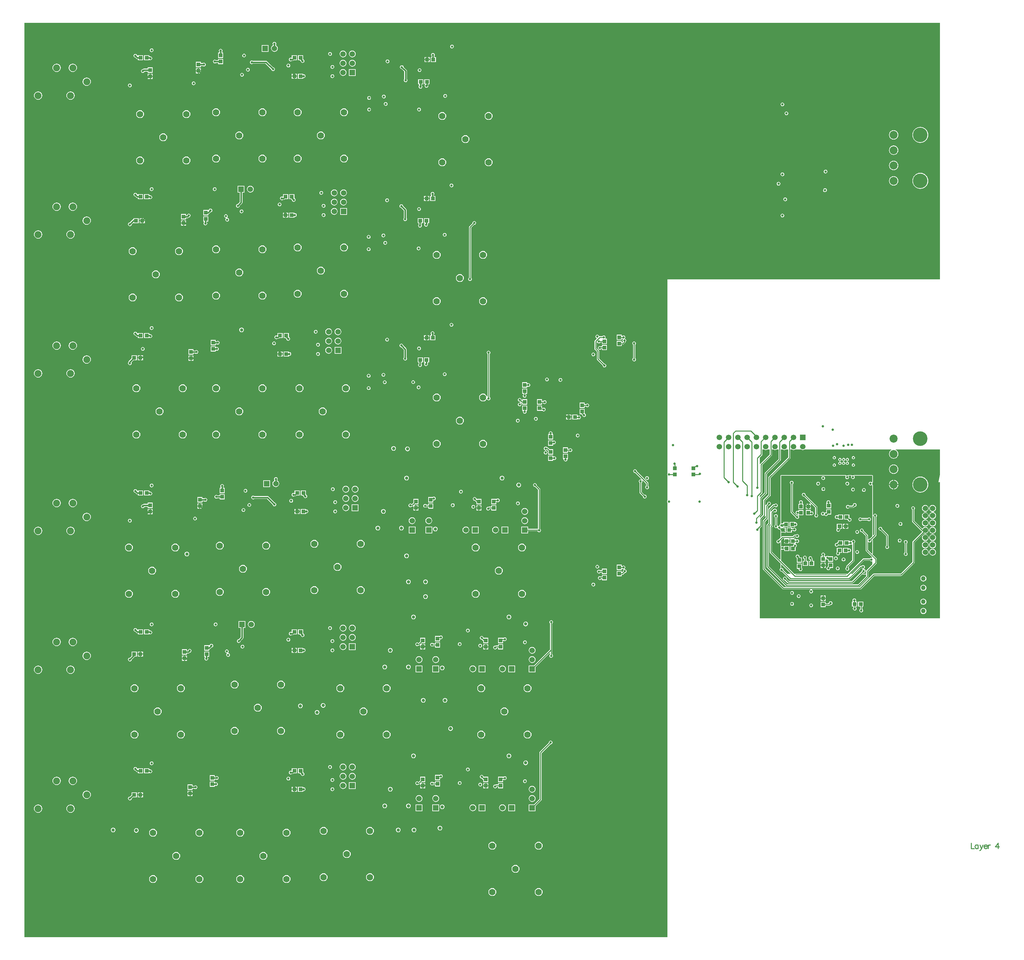
<source format=gbl>
%FSLAX24Y24*%
%MOIN*%
G70*
G01*
G75*
G04 Layer_Physical_Order=4*
G04 Layer_Color=16711680*
G36*
X101028Y82751D02*
X100013Y81737D01*
X99998Y81713D01*
X99950Y81728D01*
Y82427D01*
X100187Y82663D01*
X100213Y82703D01*
X100222Y82750D01*
Y83300D01*
X100391D01*
X100416Y83281D01*
X100505Y83244D01*
X100600Y83232D01*
X100695Y83244D01*
X100784Y83281D01*
X100809Y83300D01*
X101028D01*
Y82751D02*
G37*
G36*
X101978Y82251D02*
X100513Y80787D01*
X100487Y80747D01*
X100478Y80700D01*
Y78651D01*
X99996Y78169D01*
X99950Y78188D01*
Y78327D01*
X100187Y78563D01*
X100213Y78603D01*
X100222Y78650D01*
Y81599D01*
X101237Y82613D01*
X101263Y82653D01*
X101272Y82700D01*
Y83300D01*
X101391D01*
X101416Y83281D01*
X101505Y83244D01*
X101600Y83232D01*
X101695Y83244D01*
X101784Y83281D01*
X101809Y83300D01*
X101978D01*
Y82251D02*
G37*
G36*
X103028Y82451D02*
X100913Y80337D01*
X100887Y80297D01*
X100878Y80250D01*
Y78401D01*
X100363Y77887D01*
X100337Y77847D01*
X100328Y77800D01*
Y76251D01*
X99996Y75919D01*
X99950Y75938D01*
Y76027D01*
X100137Y76213D01*
X100163Y76253D01*
X100172Y76300D01*
Y77999D01*
X100687Y78513D01*
X100713Y78553D01*
X100722Y78600D01*
Y80649D01*
X102187Y82113D01*
X102213Y82153D01*
X102222Y82200D01*
Y83300D01*
X102391D01*
X102416Y83281D01*
X102505Y83244D01*
X102600Y83232D01*
X102695Y83244D01*
X102784Y83281D01*
X102809Y83300D01*
X103028D01*
Y82451D02*
G37*
G36*
X119378Y80543D02*
X119237Y79750D01*
X119378D01*
Y65050D01*
X99950D01*
Y74777D01*
X100137Y74963D01*
X100163Y75003D01*
X100172Y75050D01*
Y75749D01*
X100531Y76108D01*
X100565Y76095D01*
X100578Y76086D01*
Y75901D01*
X100313Y75637D01*
X100287Y75597D01*
X100278Y75550D01*
Y70400D01*
X100287Y70353D01*
X100313Y70313D01*
X102413Y68213D01*
X102453Y68187D01*
X102500Y68178D01*
X105404D01*
X105418Y68130D01*
X105359Y68091D01*
X105316Y68026D01*
X105301Y67950D01*
X105316Y67874D01*
X105359Y67809D01*
X105424Y67766D01*
X105500Y67751D01*
X105576Y67766D01*
X105641Y67809D01*
X105684Y67874D01*
X105699Y67950D01*
X105684Y68026D01*
X105641Y68091D01*
X105582Y68130D01*
X105596Y68178D01*
X110800D01*
X110847Y68187D01*
X110887Y68213D01*
X112301Y69628D01*
X115200D01*
X115247Y69637D01*
X115287Y69663D01*
X116637Y71013D01*
X116663Y71053D01*
X116672Y71100D01*
Y73249D01*
X117655Y74232D01*
X117717Y74206D01*
X117813Y74194D01*
X117908Y74206D01*
X117997Y74243D01*
X118073Y74302D01*
X118132Y74378D01*
X118168Y74467D01*
X118181Y74562D01*
X118168Y74658D01*
X118132Y74746D01*
X118073Y74823D01*
X117997Y74881D01*
X117908Y74918D01*
X117813Y74931D01*
X117717Y74918D01*
X117628Y74881D01*
X117552Y74823D01*
X117509Y74767D01*
X117459Y74764D01*
X116622Y75601D01*
Y76797D01*
X116641Y76809D01*
X116684Y76874D01*
X116699Y76950D01*
X116684Y77026D01*
X116641Y77091D01*
X116576Y77134D01*
X116500Y77149D01*
X116424Y77134D01*
X116359Y77091D01*
X116316Y77026D01*
X116301Y76950D01*
X116316Y76874D01*
X116359Y76809D01*
X116378Y76797D01*
Y75550D01*
X116387Y75503D01*
X116413Y75463D01*
X117401Y74476D01*
X117441Y74449D01*
X117460Y74445D01*
X117475Y74397D01*
X116463Y73386D01*
X116437Y73346D01*
X116428Y73300D01*
Y71151D01*
X115149Y69872D01*
X112250D01*
X112203Y69863D01*
X112163Y69837D01*
X110749Y68422D01*
X102551D01*
X100522Y70451D01*
Y75499D01*
X100787Y75763D01*
X100813Y75803D01*
X100822Y75850D01*
Y77149D01*
X100928Y77255D01*
X100950Y77251D01*
X101026Y77266D01*
X101091Y77309D01*
X101134Y77374D01*
X101149Y77450D01*
X101134Y77526D01*
X101091Y77591D01*
X101026Y77634D01*
X100950Y77649D01*
X100874Y77634D01*
X100809Y77591D01*
X100766Y77526D01*
X100751Y77450D01*
X100755Y77428D01*
X100619Y77292D01*
X100585Y77305D01*
X100572Y77314D01*
Y77749D01*
X101087Y78263D01*
X101113Y78303D01*
X101122Y78350D01*
Y80199D01*
X103237Y82313D01*
X103263Y82353D01*
X103272Y82400D01*
Y83300D01*
X103391D01*
X103416Y83281D01*
X103505Y83244D01*
X103600Y83232D01*
X103695Y83244D01*
X103784Y83281D01*
X103809Y83300D01*
X104391D01*
X104416Y83281D01*
X104505Y83244D01*
X104600Y83232D01*
X104695Y83244D01*
X104784Y83281D01*
X104809Y83300D01*
X114164D01*
X114174Y83251D01*
X114146Y83239D01*
X114041Y83159D01*
X113961Y83054D01*
X113910Y82931D01*
X113893Y82800D01*
X113910Y82669D01*
X113961Y82546D01*
X114041Y82441D01*
X114146Y82361D01*
X114269Y82310D01*
X114400Y82293D01*
X114531Y82310D01*
X114654Y82361D01*
X114759Y82441D01*
X114839Y82546D01*
X114890Y82669D01*
X114907Y82800D01*
X114890Y82931D01*
X114839Y83054D01*
X114759Y83159D01*
X114654Y83239D01*
X114531Y83290D01*
Y83290D01*
X114532Y83300D01*
X119378D01*
Y80543D02*
G37*
G36*
Y101650D02*
X90000D01*
Y80684D01*
X89983Y80659D01*
X89968Y80583D01*
X89983Y80507D01*
X90000Y80482D01*
Y77776D01*
X89966Y77726D01*
X89951Y77650D01*
X89966Y77574D01*
X90000Y77523D01*
Y30622D01*
X20622D01*
Y129350D01*
X119378D01*
Y101650D02*
G37*
%LPC*%
G36*
X46700Y68324D02*
X46590Y68309D01*
X46488Y68267D01*
X46400Y68200D01*
X46333Y68112D01*
X46291Y68010D01*
X46276Y67900D01*
X46291Y67790D01*
X46333Y67688D01*
X46400Y67600D01*
X46488Y67533D01*
X46590Y67491D01*
X46700Y67476D01*
X46810Y67491D01*
X46912Y67533D01*
X47000Y67600D01*
X47067Y67688D01*
X47109Y67790D01*
X47124Y67900D01*
X47109Y68010D01*
X47067Y68112D01*
X47000Y68200D01*
X46912Y68267D01*
X46810Y68309D01*
X46700Y68324D02*
G37*
G36*
X41700D02*
X41590Y68309D01*
X41488Y68267D01*
X41400Y68200D01*
X41333Y68112D01*
X41291Y68010D01*
X41276Y67900D01*
X41291Y67790D01*
X41333Y67688D01*
X41400Y67600D01*
X41488Y67533D01*
X41590Y67491D01*
X41700Y67476D01*
X41810Y67491D01*
X41912Y67533D01*
X42000Y67600D01*
X42067Y67688D01*
X42109Y67790D01*
X42124Y67900D01*
X42109Y68010D01*
X42067Y68112D01*
X42000Y68200D01*
X41912Y68267D01*
X41810Y68309D01*
X41700Y68324D02*
G37*
G36*
X74300Y68124D02*
X74190Y68109D01*
X74088Y68067D01*
X74000Y68000D01*
X73933Y67912D01*
X73891Y67810D01*
X73876Y67700D01*
X73891Y67590D01*
X73933Y67488D01*
X74000Y67400D01*
X74088Y67333D01*
X74190Y67291D01*
X74300Y67276D01*
X74410Y67291D01*
X74512Y67333D01*
X74600Y67400D01*
X74667Y67488D01*
X74709Y67590D01*
X74724Y67700D01*
X74709Y67810D01*
X74667Y67912D01*
X74600Y68000D01*
X74512Y68067D01*
X74410Y68109D01*
X74300Y68124D02*
G37*
G36*
X103441Y67989D02*
X103364Y67974D01*
X103300Y67931D01*
X103257Y67867D01*
X103242Y67791D01*
X103257Y67714D01*
X103300Y67650D01*
X103364Y67607D01*
X103441Y67592D01*
X103517Y67607D01*
X103581Y67650D01*
X103624Y67714D01*
X103639Y67791D01*
X103624Y67867D01*
X103581Y67931D01*
X103517Y67974D01*
X103441Y67989D02*
G37*
G36*
X117600Y68673D02*
X117516Y68662D01*
X117439Y68630D01*
X117372Y68578D01*
X117320Y68511D01*
X117288Y68434D01*
X117277Y68350D01*
X117288Y68266D01*
X117320Y68189D01*
X117372Y68122D01*
X117439Y68070D01*
X117516Y68038D01*
X117600Y68027D01*
X117684Y68038D01*
X117761Y68070D01*
X117828Y68122D01*
X117880Y68189D01*
X117912Y68266D01*
X117923Y68350D01*
X117912Y68434D01*
X117880Y68511D01*
X117828Y68578D01*
X117761Y68630D01*
X117684Y68662D01*
X117600Y68673D02*
G37*
G36*
X82000Y68899D02*
X81924Y68884D01*
X81859Y68841D01*
X81816Y68776D01*
X81801Y68700D01*
X81816Y68624D01*
X81859Y68559D01*
X81924Y68516D01*
X82000Y68501D01*
X82076Y68516D01*
X82141Y68559D01*
X82184Y68624D01*
X82199Y68700D01*
X82184Y68776D01*
X82141Y68841D01*
X82076Y68884D01*
X82000Y68899D02*
G37*
G36*
X51900Y68524D02*
X51790Y68509D01*
X51688Y68467D01*
X51600Y68400D01*
X51533Y68312D01*
X51491Y68210D01*
X51476Y68100D01*
X51491Y67990D01*
X51533Y67888D01*
X51600Y67800D01*
X51688Y67733D01*
X51790Y67691D01*
X51900Y67676D01*
X52010Y67691D01*
X52112Y67733D01*
X52200Y67800D01*
X52267Y67888D01*
X52309Y67990D01*
X52324Y68100D01*
X52309Y68210D01*
X52267Y68312D01*
X52200Y68400D01*
X52112Y68467D01*
X52010Y68509D01*
X51900Y68524D02*
G37*
G36*
X56900D02*
X56790Y68509D01*
X56688Y68467D01*
X56600Y68400D01*
X56533Y68312D01*
X56491Y68210D01*
X56476Y68100D01*
X56491Y67990D01*
X56533Y67888D01*
X56600Y67800D01*
X56688Y67733D01*
X56790Y67691D01*
X56900Y67676D01*
X57010Y67691D01*
X57112Y67733D01*
X57200Y67800D01*
X57267Y67888D01*
X57309Y67990D01*
X57324Y68100D01*
X57309Y68210D01*
X57267Y68312D01*
X57200Y68400D01*
X57112Y68467D01*
X57010Y68509D01*
X56900Y68524D02*
G37*
G36*
X69300Y68124D02*
X69190Y68109D01*
X69088Y68067D01*
X69000Y68000D01*
X68933Y67912D01*
X68891Y67810D01*
X68876Y67700D01*
X68891Y67590D01*
X68933Y67488D01*
X69000Y67400D01*
X69088Y67333D01*
X69190Y67291D01*
X69300Y67276D01*
X69410Y67291D01*
X69512Y67333D01*
X69600Y67400D01*
X69667Y67488D01*
X69709Y67590D01*
X69724Y67700D01*
X69709Y67810D01*
X69667Y67912D01*
X69600Y68000D01*
X69512Y68067D01*
X69410Y68109D01*
X69300Y68124D02*
G37*
G36*
X106750Y67504D02*
X106533D01*
Y67267D01*
X106750D01*
Y67504D02*
G37*
G36*
X107067D02*
X106850D01*
Y67267D01*
X107067D01*
Y67504D02*
G37*
G36*
X63900Y67650D02*
X63804Y67631D01*
X63723Y67577D01*
X63669Y67496D01*
X63650Y67400D01*
X63669Y67304D01*
X63723Y67223D01*
X63804Y67169D01*
X63900Y67150D01*
X63996Y67169D01*
X64077Y67223D01*
X64131Y67304D01*
X64150Y67400D01*
X64131Y67496D01*
X64077Y67577D01*
X63996Y67631D01*
X63900Y67650D02*
G37*
G36*
X104150Y67649D02*
X104074Y67634D01*
X104009Y67591D01*
X103966Y67526D01*
X103951Y67450D01*
X103966Y67374D01*
X104009Y67309D01*
X104074Y67266D01*
X104150Y67251D01*
X104226Y67266D01*
X104291Y67309D01*
X104334Y67374D01*
X104349Y67450D01*
X104334Y67526D01*
X104291Y67591D01*
X104226Y67634D01*
X104150Y67649D02*
G37*
G36*
X106750Y67167D02*
X106533D01*
Y66931D01*
X106750D01*
Y67167D02*
G37*
G36*
X36900Y68124D02*
X36790Y68109D01*
X36688Y68067D01*
X36600Y68000D01*
X36533Y67912D01*
X36491Y67810D01*
X36476Y67700D01*
X36491Y67590D01*
X36533Y67488D01*
X36600Y67400D01*
X36688Y67333D01*
X36790Y67291D01*
X36900Y67276D01*
X37010Y67291D01*
X37112Y67333D01*
X37200Y67400D01*
X37267Y67488D01*
X37309Y67590D01*
X37324Y67700D01*
X37309Y67810D01*
X37267Y67912D01*
X37200Y68000D01*
X37112Y68067D01*
X37010Y68109D01*
X36900Y68124D02*
G37*
G36*
X31900D02*
X31790Y68109D01*
X31688Y68067D01*
X31600Y68000D01*
X31533Y67912D01*
X31491Y67810D01*
X31476Y67700D01*
X31491Y67590D01*
X31533Y67488D01*
X31600Y67400D01*
X31688Y67333D01*
X31790Y67291D01*
X31900Y67276D01*
X32010Y67291D01*
X32112Y67333D01*
X32200Y67400D01*
X32267Y67488D01*
X32309Y67590D01*
X32324Y67700D01*
X32309Y67810D01*
X32267Y67912D01*
X32200Y68000D01*
X32112Y68067D01*
X32010Y68109D01*
X31900Y68124D02*
G37*
G36*
X107067Y67167D02*
X106850D01*
Y66931D01*
X107067D01*
Y67167D02*
G37*
G36*
X117813Y72568D02*
X117717Y72556D01*
X117628Y72519D01*
X117552Y72461D01*
X117494Y72384D01*
X117457Y72295D01*
X117444Y72200D01*
X117457Y72105D01*
X117494Y72016D01*
X117552Y71939D01*
X117628Y71881D01*
X117717Y71844D01*
X117813Y71832D01*
X117908Y71844D01*
X117997Y71881D01*
X118073Y71939D01*
X118132Y72016D01*
X118168Y72105D01*
X118181Y72200D01*
X118168Y72295D01*
X118132Y72384D01*
X118073Y72461D01*
X117997Y72519D01*
X117908Y72556D01*
X117813Y72568D02*
G37*
G36*
X118600D02*
X118505Y72556D01*
X118416Y72519D01*
X118339Y72461D01*
X118281Y72384D01*
X118244Y72295D01*
X118232Y72200D01*
X118244Y72105D01*
X118281Y72016D01*
X118339Y71939D01*
X118416Y71881D01*
X118505Y71844D01*
X118600Y71832D01*
X118695Y71844D01*
X118784Y71881D01*
X118861Y71939D01*
X118919Y72016D01*
X118956Y72105D01*
X118968Y72200D01*
X118956Y72295D01*
X118919Y72384D01*
X118861Y72461D01*
X118784Y72519D01*
X118695Y72556D01*
X118600Y72568D02*
G37*
G36*
X115700Y73499D02*
X115624Y73484D01*
X115559Y73441D01*
X115516Y73376D01*
X115501Y73300D01*
X115516Y73224D01*
X115559Y73159D01*
X115578Y73147D01*
Y72153D01*
X115559Y72141D01*
X115516Y72076D01*
X115501Y72000D01*
X115516Y71924D01*
X115559Y71859D01*
X115624Y71816D01*
X115700Y71801D01*
X115776Y71816D01*
X115841Y71859D01*
X115884Y71924D01*
X115899Y72000D01*
X115884Y72076D01*
X115841Y72141D01*
X115822Y72153D01*
Y73147D01*
X115841Y73159D01*
X115884Y73224D01*
X115899Y73300D01*
X115884Y73376D01*
X115841Y73441D01*
X115776Y73484D01*
X115700Y73499D02*
G37*
G36*
X61850Y72050D02*
X61754Y72031D01*
X61673Y71977D01*
X61619Y71896D01*
X61600Y71800D01*
X61619Y71704D01*
X61673Y71623D01*
X61754Y71569D01*
X61850Y71550D01*
X61946Y71569D01*
X62027Y71623D01*
X62081Y71704D01*
X62100Y71800D01*
X62081Y71896D01*
X62027Y71977D01*
X61946Y72031D01*
X61850Y72050D02*
G37*
G36*
X38150Y72250D02*
X38054Y72231D01*
X37973Y72177D01*
X37919Y72096D01*
X37900Y72000D01*
X37919Y71904D01*
X37973Y71823D01*
X38054Y71769D01*
X38150Y71750D01*
X38246Y71769D01*
X38327Y71823D01*
X38381Y71904D01*
X38400Y72000D01*
X38381Y72096D01*
X38327Y72177D01*
X38246Y72231D01*
X38150Y72250D02*
G37*
G36*
X74300Y73124D02*
X74190Y73109D01*
X74088Y73067D01*
X74000Y73000D01*
X73933Y72912D01*
X73891Y72810D01*
X73876Y72700D01*
X73891Y72590D01*
X73933Y72488D01*
X74000Y72400D01*
X74088Y72333D01*
X74190Y72291D01*
X74300Y72276D01*
X74410Y72291D01*
X74512Y72333D01*
X74600Y72400D01*
X74667Y72488D01*
X74709Y72590D01*
X74724Y72700D01*
X74709Y72810D01*
X74667Y72912D01*
X74600Y73000D01*
X74512Y73067D01*
X74410Y73109D01*
X74300Y73124D02*
G37*
G36*
X41700Y73324D02*
X41590Y73309D01*
X41488Y73267D01*
X41400Y73200D01*
X41333Y73112D01*
X41291Y73010D01*
X41276Y72900D01*
X41291Y72790D01*
X41333Y72688D01*
X41400Y72600D01*
X41488Y72533D01*
X41590Y72491D01*
X41700Y72476D01*
X41810Y72491D01*
X41912Y72533D01*
X42000Y72600D01*
X42067Y72688D01*
X42109Y72790D01*
X42124Y72900D01*
X42109Y73010D01*
X42067Y73112D01*
X42000Y73200D01*
X41912Y73267D01*
X41810Y73309D01*
X41700Y73324D02*
G37*
G36*
X69300Y73124D02*
X69190Y73109D01*
X69088Y73067D01*
X69000Y73000D01*
X68933Y72912D01*
X68891Y72810D01*
X68876Y72700D01*
X68891Y72590D01*
X68933Y72488D01*
X69000Y72400D01*
X69088Y72333D01*
X69190Y72291D01*
X69300Y72276D01*
X69410Y72291D01*
X69512Y72333D01*
X69600Y72400D01*
X69667Y72488D01*
X69709Y72590D01*
X69724Y72700D01*
X69709Y72810D01*
X69667Y72912D01*
X69600Y73000D01*
X69512Y73067D01*
X69410Y73109D01*
X69300Y73124D02*
G37*
G36*
X31900D02*
X31790Y73109D01*
X31688Y73067D01*
X31600Y73000D01*
X31533Y72912D01*
X31491Y72810D01*
X31476Y72700D01*
X31491Y72590D01*
X31533Y72488D01*
X31600Y72400D01*
X31688Y72333D01*
X31790Y72291D01*
X31900Y72276D01*
X32010Y72291D01*
X32112Y72333D01*
X32200Y72400D01*
X32267Y72488D01*
X32309Y72590D01*
X32324Y72700D01*
X32309Y72810D01*
X32267Y72912D01*
X32200Y73000D01*
X32112Y73067D01*
X32010Y73109D01*
X31900Y73124D02*
G37*
G36*
X36900D02*
X36790Y73109D01*
X36688Y73067D01*
X36600Y73000D01*
X36533Y72912D01*
X36491Y72810D01*
X36476Y72700D01*
X36491Y72590D01*
X36533Y72488D01*
X36600Y72400D01*
X36688Y72333D01*
X36790Y72291D01*
X36900Y72276D01*
X37010Y72291D01*
X37112Y72333D01*
X37200Y72400D01*
X37267Y72488D01*
X37309Y72590D01*
X37324Y72700D01*
X37309Y72810D01*
X37267Y72912D01*
X37200Y73000D01*
X37112Y73067D01*
X37010Y73109D01*
X36900Y73124D02*
G37*
G36*
X82426Y70823D02*
X82350Y70808D01*
X82285Y70765D01*
X82242Y70700D01*
X82227Y70624D01*
X82242Y70548D01*
X82285Y70483D01*
X82350Y70440D01*
X82426Y70425D01*
X82502Y70440D01*
X82567Y70483D01*
X82610Y70548D01*
X82625Y70624D01*
X82610Y70700D01*
X82567Y70765D01*
X82502Y70808D01*
X82426Y70823D02*
G37*
G36*
X83467Y69734D02*
X82933D01*
Y69570D01*
X82796D01*
X82776Y69584D01*
X82700Y69599D01*
X82624Y69584D01*
X82559Y69541D01*
X82516Y69476D01*
X82501Y69400D01*
X82516Y69324D01*
X82559Y69259D01*
X82624Y69216D01*
X82700Y69201D01*
X82776Y69216D01*
X82841Y69259D01*
X82884Y69324D01*
X82933Y69314D01*
Y69161D01*
X83467D01*
Y69734D02*
G37*
G36*
X34400Y70624D02*
X34290Y70609D01*
X34188Y70567D01*
X34100Y70500D01*
X34033Y70412D01*
X33991Y70310D01*
X33976Y70200D01*
X33991Y70090D01*
X34033Y69988D01*
X34100Y69900D01*
X34188Y69833D01*
X34290Y69791D01*
X34400Y69776D01*
X34510Y69791D01*
X34612Y69833D01*
X34700Y69900D01*
X34767Y69988D01*
X34809Y70090D01*
X34824Y70200D01*
X34809Y70310D01*
X34767Y70412D01*
X34700Y70500D01*
X34612Y70567D01*
X34510Y70609D01*
X34400Y70624D02*
G37*
G36*
X117600Y69675D02*
X117516Y69664D01*
X117439Y69631D01*
X117372Y69580D01*
X117320Y69513D01*
X117288Y69436D01*
X117277Y69352D01*
X117288Y69268D01*
X117320Y69191D01*
X117372Y69124D01*
X117439Y69072D01*
X117516Y69040D01*
X117600Y69029D01*
X117684Y69040D01*
X117761Y69072D01*
X117828Y69124D01*
X117880Y69191D01*
X117912Y69268D01*
X117923Y69352D01*
X117912Y69436D01*
X117880Y69513D01*
X117828Y69580D01*
X117761Y69631D01*
X117684Y69664D01*
X117600Y69675D02*
G37*
G36*
X62050Y69250D02*
X61954Y69231D01*
X61873Y69177D01*
X61819Y69096D01*
X61800Y69000D01*
X61819Y68904D01*
X61873Y68823D01*
X61954Y68769D01*
X62050Y68750D01*
X62146Y68769D01*
X62227Y68823D01*
X62281Y68904D01*
X62300Y69000D01*
X62281Y69096D01*
X62227Y69177D01*
X62146Y69231D01*
X62050Y69250D02*
G37*
G36*
X63900D02*
X63804Y69231D01*
X63723Y69177D01*
X63669Y69096D01*
X63650Y69000D01*
X63669Y68904D01*
X63723Y68823D01*
X63804Y68769D01*
X63900Y68750D01*
X63996Y68769D01*
X64077Y68823D01*
X64131Y68904D01*
X64150Y69000D01*
X64131Y69096D01*
X64077Y69177D01*
X63996Y69231D01*
X63900Y69250D02*
G37*
G36*
X54400Y71024D02*
X54290Y71009D01*
X54188Y70967D01*
X54100Y70900D01*
X54033Y70812D01*
X53991Y70710D01*
X53976Y70600D01*
X53991Y70490D01*
X54033Y70388D01*
X54100Y70300D01*
X54188Y70233D01*
X54290Y70191D01*
X54400Y70176D01*
X54510Y70191D01*
X54612Y70233D01*
X54700Y70300D01*
X54767Y70388D01*
X54809Y70490D01*
X54824Y70600D01*
X54809Y70710D01*
X54767Y70812D01*
X54700Y70900D01*
X54612Y70967D01*
X54510Y71009D01*
X54400Y71024D02*
G37*
G36*
X83467Y70404D02*
X82933D01*
Y70240D01*
X82741D01*
X82679Y70281D01*
X82603Y70296D01*
X82527Y70281D01*
X82463Y70237D01*
X82419Y70173D01*
X82404Y70097D01*
X82419Y70021D01*
X82463Y69956D01*
X82527Y69913D01*
X82603Y69898D01*
X82679Y69913D01*
X82744Y69956D01*
X82769Y69995D01*
X82933D01*
Y69831D01*
X83467D01*
Y70404D02*
G37*
G36*
X85067Y70839D02*
X84533D01*
Y70266D01*
X85067D01*
Y70385D01*
X85074Y70390D01*
X85111Y70409D01*
X85172Y70368D01*
X85248Y70353D01*
X85272Y70358D01*
X85291Y70312D01*
X85259Y70291D01*
X85216Y70226D01*
X85201Y70150D01*
X85205Y70128D01*
X85113Y70036D01*
X85067Y70055D01*
Y70169D01*
X84533D01*
Y69596D01*
X85067D01*
Y69760D01*
X85133D01*
X85180Y69770D01*
X85219Y69796D01*
X85378Y69955D01*
X85400Y69951D01*
X85476Y69966D01*
X85541Y70009D01*
X85584Y70074D01*
X85599Y70150D01*
X85584Y70226D01*
X85541Y70291D01*
X85476Y70334D01*
X85400Y70349D01*
X85376Y70344D01*
X85356Y70390D01*
X85388Y70412D01*
X85432Y70476D01*
X85447Y70552D01*
X85432Y70628D01*
X85388Y70693D01*
X85324Y70736D01*
X85248Y70751D01*
X85172Y70736D01*
X85111Y70695D01*
X85074Y70715D01*
X85067Y70720D01*
Y70839D02*
G37*
G36*
X71800Y70624D02*
X71690Y70609D01*
X71588Y70567D01*
X71500Y70500D01*
X71433Y70412D01*
X71391Y70310D01*
X71376Y70200D01*
X71391Y70090D01*
X71433Y69988D01*
X71500Y69900D01*
X71588Y69833D01*
X71690Y69791D01*
X71800Y69776D01*
X71910Y69791D01*
X72012Y69833D01*
X72100Y69900D01*
X72167Y69988D01*
X72209Y70090D01*
X72224Y70200D01*
X72209Y70310D01*
X72167Y70412D01*
X72100Y70500D01*
X72012Y70567D01*
X71910Y70609D01*
X71800Y70624D02*
G37*
G36*
X44200Y70824D02*
X44090Y70809D01*
X43988Y70767D01*
X43900Y70700D01*
X43833Y70612D01*
X43791Y70510D01*
X43776Y70400D01*
X43791Y70290D01*
X43833Y70188D01*
X43900Y70100D01*
X43988Y70033D01*
X44090Y69991D01*
X44200Y69976D01*
X44310Y69991D01*
X44412Y70033D01*
X44500Y70100D01*
X44567Y70188D01*
X44609Y70290D01*
X44624Y70400D01*
X44609Y70510D01*
X44567Y70612D01*
X44500Y70700D01*
X44412Y70767D01*
X44310Y70809D01*
X44200Y70824D02*
G37*
G36*
X44465Y64765D02*
X43735D01*
Y64035D01*
X43947D01*
Y63013D01*
X43728Y62794D01*
X43674Y62784D01*
X43609Y62741D01*
X43566Y62676D01*
X43551Y62600D01*
X43566Y62524D01*
X43609Y62459D01*
X43674Y62416D01*
X43750Y62401D01*
X43826Y62416D01*
X43891Y62459D01*
X43934Y62524D01*
X43944Y62578D01*
X44208Y62842D01*
X44241Y62891D01*
X44253Y62950D01*
Y64035D01*
X44465D01*
Y64765D02*
G37*
G36*
X53850Y62799D02*
X53774Y62784D01*
X53709Y62741D01*
X53666Y62676D01*
X53651Y62600D01*
X53666Y62524D01*
X53709Y62459D01*
X53774Y62416D01*
X53850Y62401D01*
X53926Y62416D01*
X53991Y62459D01*
X54034Y62524D01*
X54049Y62600D01*
X54034Y62676D01*
X53991Y62741D01*
X53926Y62784D01*
X53850Y62799D02*
G37*
G36*
X63867Y62939D02*
X63333D01*
Y62558D01*
X63163Y62388D01*
X63141Y62391D01*
X63076Y62434D01*
X63000Y62449D01*
X62924Y62434D01*
X62859Y62391D01*
X62816Y62326D01*
X62801Y62250D01*
X62816Y62174D01*
X62859Y62109D01*
X62924Y62066D01*
X63000Y62051D01*
X63076Y62066D01*
X63141Y62109D01*
X63153Y62128D01*
X63198D01*
X63245Y62137D01*
X63284Y62163D01*
X63287Y62166D01*
X63333Y62147D01*
Y62033D01*
X63550D01*
Y62269D01*
X63456D01*
X63436Y62316D01*
X63486Y62366D01*
X63867D01*
Y62939D02*
G37*
G36*
X65467Y62469D02*
X64933D01*
Y62305D01*
X64769D01*
X64744Y62344D01*
X64679Y62387D01*
X64603Y62402D01*
X64527Y62387D01*
X64463Y62344D01*
X64419Y62279D01*
X64404Y62203D01*
X64419Y62127D01*
X64463Y62063D01*
X64527Y62019D01*
X64603Y62004D01*
X64679Y62019D01*
X64741Y62061D01*
X64933D01*
Y61896D01*
X65467D01*
Y62469D02*
G37*
G36*
X69950Y63149D02*
X69874Y63134D01*
X69809Y63091D01*
X69766Y63026D01*
X69751Y62950D01*
X69766Y62874D01*
X69809Y62809D01*
X69874Y62766D01*
X69950Y62751D01*
X69972Y62755D01*
X70133Y62594D01*
Y62366D01*
X70667D01*
Y62939D01*
X70158D01*
X70149Y62950D01*
X70134Y63026D01*
X70091Y63091D01*
X70026Y63134D01*
X69950Y63149D02*
G37*
G36*
X65550Y63199D02*
X65474Y63184D01*
X65409Y63141D01*
X65408Y63139D01*
X64933D01*
Y62566D01*
X65467D01*
Y62778D01*
X65505Y62810D01*
X65550Y62801D01*
X65626Y62816D01*
X65691Y62859D01*
X65734Y62924D01*
X65749Y63000D01*
X65734Y63076D01*
X65691Y63141D01*
X65626Y63184D01*
X65550Y63199D02*
G37*
G36*
X72450Y62999D02*
X72374Y62984D01*
X72309Y62941D01*
X72308Y62939D01*
X72267Y62939D01*
Y62939D01*
Y62939D01*
X72267D01*
Y62939D01*
D01*
X71733D01*
Y62366D01*
X72267D01*
Y62631D01*
X72296Y62650D01*
X72311Y62658D01*
X72374Y62616D01*
X72450Y62601D01*
X72526Y62616D01*
X72591Y62659D01*
X72634Y62724D01*
X72649Y62800D01*
X72634Y62876D01*
X72591Y62941D01*
X72526Y62984D01*
X72450Y62999D02*
G37*
G36*
X56000Y63368D02*
X55905Y63356D01*
X55816Y63319D01*
X55739Y63261D01*
X55681Y63184D01*
X55644Y63095D01*
X55632Y63000D01*
X55644Y62905D01*
X55681Y62816D01*
X55739Y62739D01*
X55816Y62681D01*
X55905Y62644D01*
X56000Y62632D01*
X56095Y62644D01*
X56184Y62681D01*
X56261Y62739D01*
X56319Y62816D01*
X56356Y62905D01*
X56368Y63000D01*
X56356Y63095D01*
X56319Y63184D01*
X56261Y63261D01*
X56184Y63319D01*
X56095Y63356D01*
X56000Y63368D02*
G37*
G36*
X49106Y62943D02*
X49030Y62928D01*
X48965Y62885D01*
X48922Y62820D01*
X48907Y62744D01*
X48922Y62668D01*
X48965Y62604D01*
X49030Y62560D01*
X49106Y62545D01*
X49182Y62560D01*
X49246Y62604D01*
X49290Y62668D01*
X49305Y62744D01*
X49290Y62820D01*
X49246Y62885D01*
X49182Y62928D01*
X49106Y62943D02*
G37*
G36*
X55000Y63368D02*
X54905Y63356D01*
X54816Y63319D01*
X54739Y63261D01*
X54681Y63184D01*
X54644Y63095D01*
X54632Y63000D01*
X54644Y62905D01*
X54681Y62816D01*
X54739Y62739D01*
X54816Y62681D01*
X54905Y62644D01*
X55000Y62632D01*
X55095Y62644D01*
X55184Y62681D01*
X55261Y62739D01*
X55319Y62816D01*
X55356Y62905D01*
X55368Y63000D01*
X55356Y63095D01*
X55319Y63184D01*
X55261Y63261D01*
X55184Y63319D01*
X55095Y63356D01*
X55000Y63368D02*
G37*
G36*
X74615Y62664D02*
X74539Y62649D01*
X74475Y62606D01*
X74432Y62541D01*
X74417Y62465D01*
X74432Y62389D01*
X74475Y62325D01*
X74539Y62282D01*
X74615Y62267D01*
X74691Y62282D01*
X74756Y62325D01*
X74799Y62389D01*
X74814Y62465D01*
X74799Y62541D01*
X74756Y62606D01*
X74691Y62649D01*
X74615Y62664D02*
G37*
G36*
X70350Y62269D02*
X70133D01*
Y62033D01*
X70350D01*
Y62269D02*
G37*
G36*
X70667D02*
X70450D01*
Y62033D01*
X70667D01*
Y62269D02*
G37*
G36*
X63867D02*
X63650D01*
Y62033D01*
X63867D01*
Y62269D02*
G37*
G36*
X44150Y62199D02*
X44074Y62184D01*
X44009Y62141D01*
X43966Y62076D01*
X43951Y62000D01*
X43966Y61924D01*
X44009Y61859D01*
X44074Y61816D01*
X44150Y61801D01*
X44226Y61816D01*
X44291Y61859D01*
X44334Y61924D01*
X44349Y62000D01*
X44334Y62076D01*
X44291Y62141D01*
X44226Y62184D01*
X44150Y62199D02*
G37*
G36*
X69800Y62299D02*
X69724Y62284D01*
X69659Y62241D01*
X69616Y62176D01*
X69601Y62100D01*
X69616Y62024D01*
X69659Y61959D01*
X69724Y61916D01*
X69800Y61901D01*
X69876Y61916D01*
X69941Y61959D01*
X69984Y62024D01*
X69999Y62100D01*
X69984Y62176D01*
X69941Y62241D01*
X69876Y62284D01*
X69800Y62299D02*
G37*
G36*
X72267Y62269D02*
X71733D01*
Y62105D01*
X71483D01*
X71436Y62096D01*
X71431Y62093D01*
X71400Y62099D01*
X71324Y62084D01*
X71259Y62041D01*
X71216Y61976D01*
X71201Y61900D01*
X71216Y61824D01*
X71259Y61759D01*
X71324Y61716D01*
X71400Y61701D01*
X71476Y61716D01*
X71541Y61759D01*
X71584Y61824D01*
X71591Y61861D01*
X71733D01*
Y61696D01*
X72267D01*
Y62269D02*
G37*
G36*
X40800Y62299D02*
X40724Y62284D01*
X40659Y62241D01*
X40616Y62176D01*
X40609Y62139D01*
X40567D01*
Y62139D01*
Y62139D01*
X40567D01*
Y62139D01*
D01*
X40033D01*
Y61566D01*
X40567D01*
Y61702D01*
X40611Y61711D01*
X40660Y61744D01*
X40822Y61906D01*
X40876Y61916D01*
X40941Y61959D01*
X40984Y62024D01*
X40999Y62100D01*
X40984Y62176D01*
X40941Y62241D01*
X40876Y62284D01*
X40800Y62299D02*
G37*
G36*
X67585Y62464D02*
X67509Y62449D01*
X67444Y62406D01*
X67401Y62341D01*
X67386Y62265D01*
X67401Y62189D01*
X67444Y62125D01*
X67509Y62082D01*
X67585Y62067D01*
X67661Y62082D01*
X67725Y62125D01*
X67768Y62189D01*
X67783Y62265D01*
X67768Y62341D01*
X67725Y62406D01*
X67661Y62449D01*
X67585Y62464D02*
G37*
G36*
X24100Y62949D02*
X23984Y62934D01*
X23876Y62889D01*
X23783Y62817D01*
X23711Y62724D01*
X23666Y62616D01*
X23651Y62500D01*
X23666Y62384D01*
X23711Y62276D01*
X23783Y62183D01*
X23876Y62111D01*
X23984Y62066D01*
X24100Y62051D01*
X24216Y62066D01*
X24324Y62111D01*
X24417Y62183D01*
X24489Y62276D01*
X24534Y62384D01*
X24549Y62500D01*
X24534Y62616D01*
X24489Y62724D01*
X24417Y62817D01*
X24324Y62889D01*
X24216Y62934D01*
X24100Y62949D02*
G37*
G36*
X25850D02*
X25734Y62934D01*
X25626Y62889D01*
X25533Y62817D01*
X25461Y62724D01*
X25416Y62616D01*
X25401Y62500D01*
X25416Y62384D01*
X25461Y62276D01*
X25533Y62183D01*
X25626Y62111D01*
X25734Y62066D01*
X25850Y62051D01*
X25966Y62066D01*
X26074Y62111D01*
X26167Y62183D01*
X26239Y62276D01*
X26284Y62384D01*
X26299Y62500D01*
X26284Y62616D01*
X26239Y62724D01*
X26167Y62817D01*
X26074Y62889D01*
X25966Y62934D01*
X25850Y62949D02*
G37*
G36*
X117600Y66171D02*
X117516Y66160D01*
X117439Y66128D01*
X117372Y66076D01*
X117320Y66009D01*
X117288Y65932D01*
X117277Y65848D01*
X117288Y65764D01*
X117320Y65687D01*
X117372Y65620D01*
X117439Y65569D01*
X117516Y65536D01*
X117600Y65525D01*
X117684Y65536D01*
X117761Y65569D01*
X117828Y65620D01*
X117880Y65687D01*
X117912Y65764D01*
X117923Y65848D01*
X117912Y65932D01*
X117880Y66009D01*
X117828Y66076D01*
X117761Y66128D01*
X117684Y66160D01*
X117600Y66171D02*
G37*
G36*
X111139Y66867D02*
X110566D01*
Y66333D01*
X110778D01*
Y66053D01*
X110759Y66041D01*
X110716Y65976D01*
X110701Y65900D01*
X110716Y65824D01*
X110759Y65759D01*
X110824Y65716D01*
X110900Y65701D01*
X110976Y65716D01*
X111041Y65759D01*
X111084Y65824D01*
X111099Y65900D01*
X111084Y65976D01*
X111041Y66041D01*
X111022Y66053D01*
Y66333D01*
X111139D01*
Y66867D02*
G37*
G36*
X72900Y65450D02*
X72804Y65431D01*
X72723Y65377D01*
X72669Y65296D01*
X72650Y65200D01*
X72669Y65104D01*
X72723Y65023D01*
X72804Y64969D01*
X72900Y64950D01*
X72996Y64969D01*
X73077Y65023D01*
X73131Y65104D01*
X73150Y65200D01*
X73131Y65296D01*
X73077Y65377D01*
X72996Y65431D01*
X72900Y65450D02*
G37*
G36*
X41250Y64599D02*
X41174Y64584D01*
X41109Y64541D01*
X41066Y64476D01*
X41051Y64400D01*
X41066Y64324D01*
X41109Y64259D01*
X41174Y64216D01*
X41250Y64201D01*
X41326Y64216D01*
X41391Y64259D01*
X41434Y64324D01*
X41449Y64400D01*
X41434Y64476D01*
X41391Y64541D01*
X41326Y64584D01*
X41250Y64599D02*
G37*
G36*
X62600Y65450D02*
X62504Y65431D01*
X62423Y65377D01*
X62369Y65296D01*
X62350Y65200D01*
X62369Y65104D01*
X62423Y65023D01*
X62504Y64969D01*
X62600Y64950D01*
X62696Y64969D01*
X62777Y65023D01*
X62831Y65104D01*
X62850Y65200D01*
X62831Y65296D01*
X62777Y65377D01*
X62696Y65431D01*
X62600Y65450D02*
G37*
G36*
X117600Y67173D02*
X117516Y67162D01*
X117439Y67130D01*
X117372Y67078D01*
X117320Y67011D01*
X117288Y66934D01*
X117277Y66850D01*
X117288Y66766D01*
X117320Y66689D01*
X117372Y66622D01*
X117439Y66570D01*
X117516Y66538D01*
X117600Y66527D01*
X117684Y66538D01*
X117761Y66570D01*
X117828Y66622D01*
X117880Y66689D01*
X117912Y66766D01*
X117923Y66850D01*
X117912Y66934D01*
X117880Y67011D01*
X117828Y67078D01*
X117761Y67130D01*
X117684Y67162D01*
X117600Y67173D02*
G37*
G36*
X107600Y66899D02*
X107524Y66884D01*
X107459Y66841D01*
X107416Y66776D01*
X107401Y66700D01*
X107251Y66670D01*
X107067D01*
Y66834D01*
X106533D01*
Y66261D01*
X107067D01*
Y66426D01*
X107448D01*
X107495Y66435D01*
X107534Y66461D01*
X107578Y66505D01*
X107600Y66501D01*
X107676Y66516D01*
X107741Y66559D01*
X107784Y66624D01*
X107799Y66700D01*
X107784Y66776D01*
X107741Y66841D01*
X107676Y66884D01*
X107600Y66899D02*
G37*
G36*
X103441Y66808D02*
X103364Y66793D01*
X103300Y66750D01*
X103257Y66686D01*
X103242Y66609D01*
X103257Y66533D01*
X103300Y66469D01*
X103364Y66426D01*
X103441Y66411D01*
X103517Y66426D01*
X103581Y66469D01*
X103624Y66533D01*
X103639Y66609D01*
X103624Y66686D01*
X103581Y66750D01*
X103517Y66793D01*
X103441Y66808D02*
G37*
G36*
X110150Y67199D02*
X110074Y67184D01*
X110009Y67141D01*
X109966Y67076D01*
X109951Y67000D01*
X109966Y66924D01*
X109975Y66911D01*
X109951Y66867D01*
X109896D01*
Y66333D01*
X110078D01*
Y66253D01*
X110059Y66241D01*
X110016Y66176D01*
X110001Y66100D01*
X110016Y66024D01*
X110059Y65959D01*
X110124Y65916D01*
X110200Y65901D01*
X110276Y65916D01*
X110341Y65959D01*
X110384Y66024D01*
X110399Y66100D01*
X110384Y66176D01*
X110341Y66241D01*
X110322Y66253D01*
Y66333D01*
X110469D01*
Y66867D01*
X110349D01*
X110325Y66911D01*
X110334Y66924D01*
X110349Y67000D01*
X110334Y67076D01*
X110291Y67141D01*
X110226Y67184D01*
X110150Y67199D02*
G37*
G36*
X105500Y66649D02*
X105424Y66634D01*
X105359Y66591D01*
X105316Y66526D01*
X105301Y66450D01*
X105316Y66374D01*
X105359Y66309D01*
X105424Y66266D01*
X105500Y66251D01*
X105576Y66266D01*
X105641Y66309D01*
X105684Y66374D01*
X105699Y66450D01*
X105684Y66526D01*
X105641Y66591D01*
X105576Y66634D01*
X105500Y66649D02*
G37*
G36*
X34350Y64599D02*
X34274Y64584D01*
X34209Y64541D01*
X34166Y64476D01*
X34151Y64400D01*
X34166Y64324D01*
X34209Y64259D01*
X34274Y64216D01*
X34350Y64201D01*
X34426Y64216D01*
X34491Y64259D01*
X34534Y64324D01*
X34549Y64400D01*
X34534Y64476D01*
X34491Y64541D01*
X34426Y64584D01*
X34350Y64599D02*
G37*
G36*
X68465Y63933D02*
X68389Y63918D01*
X68325Y63875D01*
X68282Y63811D01*
X68267Y63735D01*
X68282Y63659D01*
X68325Y63594D01*
X68389Y63551D01*
X68465Y63536D01*
X68541Y63551D01*
X68606Y63594D01*
X68649Y63659D01*
X68664Y63735D01*
X68649Y63811D01*
X68606Y63875D01*
X68541Y63918D01*
X68465Y63933D02*
G37*
G36*
X50034Y63867D02*
X49461D01*
Y63616D01*
X49423Y63584D01*
X49350Y63599D01*
X49274Y63584D01*
X49209Y63541D01*
X49166Y63476D01*
X49151Y63400D01*
X49166Y63324D01*
X49209Y63259D01*
X49274Y63216D01*
X49350Y63201D01*
X49426Y63216D01*
X49472Y63247D01*
X49548D01*
X49606Y63259D01*
X49656Y63292D01*
X49684Y63333D01*
X50034D01*
Y63867D02*
G37*
G36*
X32600Y63999D02*
X32524Y63984D01*
X32459Y63941D01*
X32416Y63876D01*
X32401Y63800D01*
X32416Y63724D01*
X32459Y63659D01*
X32524Y63616D01*
X32578Y63606D01*
X32692Y63492D01*
X32741Y63459D01*
X32800Y63447D01*
X32861D01*
Y63333D01*
X33434D01*
Y63867D01*
X32861D01*
Y63820D01*
X32836Y63810D01*
X32792Y63833D01*
X32784Y63876D01*
X32741Y63941D01*
X32676Y63984D01*
X32600Y63999D02*
G37*
G36*
X50704Y63867D02*
X50131D01*
Y63333D01*
X50314D01*
X50437Y63210D01*
X50448Y63155D01*
X50491Y63091D01*
X50555Y63048D01*
X50631Y63033D01*
X50708Y63048D01*
X50772Y63091D01*
X50815Y63155D01*
X50830Y63232D01*
X50815Y63308D01*
X50772Y63372D01*
X50708Y63415D01*
X50704Y63416D01*
Y63867D02*
G37*
G36*
X34104D02*
X33531D01*
Y63333D01*
X34104D01*
D01*
Y63333D01*
X34104D01*
X34104D01*
X34104Y63333D01*
X34134Y63349D01*
X34148Y63340D01*
X34224Y63325D01*
X34300Y63340D01*
X34364Y63383D01*
X34407Y63448D01*
X34422Y63524D01*
X34407Y63600D01*
X34364Y63664D01*
X34300Y63707D01*
X34238Y63720D01*
X34206Y63741D01*
X34147Y63753D01*
X34104D01*
Y63867D02*
G37*
G36*
X45100Y64768D02*
X45005Y64756D01*
X44916Y64719D01*
X44839Y64661D01*
X44781Y64584D01*
X44744Y64495D01*
X44732Y64400D01*
X44744Y64305D01*
X44781Y64216D01*
X44839Y64139D01*
X44916Y64081D01*
X45005Y64044D01*
X45100Y64032D01*
X45195Y64044D01*
X45284Y64081D01*
X45361Y64139D01*
X45419Y64216D01*
X45456Y64305D01*
X45468Y64400D01*
X45456Y64495D01*
X45419Y64584D01*
X45361Y64661D01*
X45284Y64719D01*
X45195Y64756D01*
X45100Y64768D02*
G37*
G36*
X74700Y64700D02*
X74604Y64681D01*
X74523Y64627D01*
X74469Y64546D01*
X74450Y64450D01*
X74469Y64354D01*
X74523Y64273D01*
X74604Y64219D01*
X74700Y64200D01*
X74796Y64219D01*
X74877Y64273D01*
X74931Y64354D01*
X74950Y64450D01*
X74931Y64546D01*
X74877Y64627D01*
X74796Y64681D01*
X74700Y64700D02*
G37*
G36*
X53600Y64199D02*
X53524Y64184D01*
X53459Y64141D01*
X53416Y64076D01*
X53401Y64000D01*
X53416Y63924D01*
X53459Y63859D01*
X53524Y63816D01*
X53600Y63801D01*
X53676Y63816D01*
X53741Y63859D01*
X53784Y63924D01*
X53799Y64000D01*
X53784Y64076D01*
X53741Y64141D01*
X53676Y64184D01*
X53600Y64199D02*
G37*
G36*
X55000Y64368D02*
X54905Y64356D01*
X54816Y64319D01*
X54739Y64261D01*
X54681Y64184D01*
X54644Y64095D01*
X54632Y64000D01*
X54644Y63905D01*
X54681Y63816D01*
X54739Y63739D01*
X54816Y63681D01*
X54905Y63644D01*
X55000Y63632D01*
X55095Y63644D01*
X55184Y63681D01*
X55261Y63739D01*
X55319Y63816D01*
X55356Y63905D01*
X55368Y64000D01*
X55356Y64095D01*
X55319Y64184D01*
X55261Y64261D01*
X55184Y64319D01*
X55095Y64356D01*
X55000Y64368D02*
G37*
G36*
X56000D02*
X55905Y64356D01*
X55816Y64319D01*
X55739Y64261D01*
X55681Y64184D01*
X55644Y64095D01*
X55632Y64000D01*
X55644Y63905D01*
X55681Y63816D01*
X55739Y63739D01*
X55816Y63681D01*
X55905Y63644D01*
X56000Y63632D01*
X56095Y63644D01*
X56184Y63681D01*
X56261Y63739D01*
X56319Y63816D01*
X56356Y63905D01*
X56368Y64000D01*
X56356Y64095D01*
X56319Y64184D01*
X56261Y64261D01*
X56184Y64319D01*
X56095Y64356D01*
X56000Y64368D02*
G37*
G36*
X46700Y73324D02*
X46590Y73309D01*
X46488Y73267D01*
X46400Y73200D01*
X46333Y73112D01*
X46291Y73010D01*
X46276Y72900D01*
X46291Y72790D01*
X46333Y72688D01*
X46400Y72600D01*
X46488Y72533D01*
X46590Y72491D01*
X46700Y72476D01*
X46810Y72491D01*
X46912Y72533D01*
X47000Y72600D01*
X47067Y72688D01*
X47109Y72790D01*
X47124Y72900D01*
X47109Y73010D01*
X47067Y73112D01*
X47000Y73200D01*
X46912Y73267D01*
X46810Y73309D01*
X46700Y73324D02*
G37*
G36*
X39817Y77133D02*
X39600D01*
Y76896D01*
X39817D01*
Y77133D02*
G37*
G36*
X69050Y77299D02*
X68974Y77284D01*
X68909Y77241D01*
X68866Y77176D01*
X68851Y77100D01*
X68866Y77024D01*
X68909Y76959D01*
X68974Y76916D01*
X69050Y76901D01*
X69126Y76916D01*
X69191Y76959D01*
X69234Y77024D01*
X69249Y77100D01*
X69234Y77176D01*
X69191Y77241D01*
X69126Y77284D01*
X69050Y77299D02*
G37*
G36*
X39500Y77133D02*
X39283D01*
Y76896D01*
X39500D01*
Y77133D02*
G37*
G36*
X69600Y76933D02*
X69383D01*
Y76696D01*
X69600D01*
Y76933D02*
G37*
G36*
X69917D02*
X69700D01*
Y76696D01*
X69917D01*
Y76933D02*
G37*
G36*
X69600Y77269D02*
X69383D01*
Y77033D01*
X69600D01*
Y77269D02*
G37*
G36*
X69917D02*
X69700D01*
Y77033D01*
X69917D01*
Y77269D02*
G37*
G36*
X63117D02*
X62900D01*
Y77033D01*
X63117D01*
Y77269D02*
G37*
G36*
X34467Y77539D02*
X33933D01*
Y77405D01*
X33502D01*
X33444Y77393D01*
X33394Y77360D01*
X33384Y77346D01*
X33324Y77334D01*
X33259Y77291D01*
X33216Y77226D01*
X33201Y77150D01*
X33216Y77074D01*
X33259Y77009D01*
X33324Y76966D01*
X33400Y76951D01*
X33476Y76966D01*
X33541Y77009D01*
X33584Y77074D01*
X33589Y77099D01*
X33933D01*
Y76966D01*
X34467D01*
Y77539D02*
G37*
G36*
X114800Y77399D02*
X114724Y77384D01*
X114659Y77341D01*
X114616Y77276D01*
X114601Y77200D01*
X114616Y77124D01*
X114659Y77059D01*
X114724Y77016D01*
X114800Y77001D01*
X114876Y77016D01*
X114941Y77059D01*
X114984Y77124D01*
X114999Y77200D01*
X114984Y77276D01*
X114941Y77341D01*
X114876Y77384D01*
X114800Y77399D02*
G37*
G36*
X34150Y76869D02*
X33933D01*
Y76633D01*
X34150D01*
Y76869D02*
G37*
G36*
X34467D02*
X34250D01*
Y76633D01*
X34467D01*
Y76869D02*
G37*
G36*
X55300Y77368D02*
X55205Y77356D01*
X55116Y77319D01*
X55039Y77261D01*
X54981Y77184D01*
X54944Y77095D01*
X54932Y77000D01*
X54944Y76905D01*
X54981Y76816D01*
X55039Y76739D01*
X55116Y76681D01*
X55205Y76644D01*
X55300Y76632D01*
X55395Y76644D01*
X55484Y76681D01*
X55561Y76739D01*
X55619Y76816D01*
X55656Y76905D01*
X55668Y77000D01*
X55656Y77095D01*
X55619Y77184D01*
X55561Y77261D01*
X55484Y77319D01*
X55395Y77356D01*
X55300Y77368D02*
G37*
G36*
X44250Y76949D02*
X44174Y76934D01*
X44109Y76891D01*
X44066Y76826D01*
X44051Y76750D01*
X44066Y76674D01*
X44109Y76609D01*
X44174Y76566D01*
X44250Y76551D01*
X44326Y76566D01*
X44391Y76609D01*
X44434Y76674D01*
X44449Y76750D01*
X44434Y76826D01*
X44391Y76891D01*
X44326Y76934D01*
X44250Y76949D02*
G37*
G36*
X117813Y77293D02*
X117717Y77280D01*
X117628Y77243D01*
X117552Y77185D01*
X117494Y77109D01*
X117457Y77020D01*
X117444Y76924D01*
X117457Y76829D01*
X117494Y76740D01*
X117552Y76664D01*
X117628Y76605D01*
X117717Y76569D01*
X117813Y76556D01*
X117908Y76569D01*
X117997Y76605D01*
X118073Y76664D01*
X118132Y76740D01*
X118168Y76829D01*
X118181Y76924D01*
X118168Y77020D01*
X118132Y77109D01*
X118073Y77185D01*
X117997Y77243D01*
X117908Y77280D01*
X117813Y77293D02*
G37*
G36*
X62800Y76933D02*
X62583D01*
Y76696D01*
X62800D01*
Y76933D02*
G37*
G36*
X63117D02*
X62900D01*
Y76696D01*
X63117D01*
Y76933D02*
G37*
G36*
X50334Y76867D02*
X50098D01*
Y76650D01*
X50334D01*
Y76867D02*
G37*
G36*
X56665Y77365D02*
X55935D01*
Y76635D01*
X56665D01*
Y77365D02*
G37*
G36*
X49998Y76867D02*
X49761D01*
Y76650D01*
X49998D01*
Y76867D02*
G37*
G36*
X49406Y77943D02*
X49330Y77928D01*
X49265Y77885D01*
X49222Y77820D01*
X49207Y77744D01*
X49222Y77668D01*
X49265Y77604D01*
X49330Y77560D01*
X49406Y77545D01*
X49482Y77560D01*
X49546Y77604D01*
X49590Y77668D01*
X49605Y77744D01*
X49590Y77820D01*
X49546Y77885D01*
X49482Y77928D01*
X49406Y77943D02*
G37*
G36*
X55300Y78368D02*
X55205Y78356D01*
X55116Y78319D01*
X55039Y78261D01*
X54981Y78184D01*
X54944Y78095D01*
X54932Y78000D01*
X54944Y77905D01*
X54981Y77816D01*
X55039Y77739D01*
X55116Y77681D01*
X55205Y77644D01*
X55300Y77632D01*
X55395Y77644D01*
X55484Y77681D01*
X55561Y77739D01*
X55619Y77816D01*
X55656Y77905D01*
X55668Y78000D01*
X55656Y78095D01*
X55619Y78184D01*
X55561Y78261D01*
X55484Y78319D01*
X55395Y78356D01*
X55300Y78368D02*
G37*
G36*
X54150Y77799D02*
X54074Y77784D01*
X54009Y77741D01*
X53966Y77676D01*
X53951Y77600D01*
X53966Y77524D01*
X54009Y77459D01*
X54074Y77416D01*
X54150Y77401D01*
X54226Y77416D01*
X54291Y77459D01*
X54334Y77524D01*
X54349Y77600D01*
X54334Y77676D01*
X54291Y77741D01*
X54226Y77784D01*
X54150Y77799D02*
G37*
G36*
X69200Y78149D02*
X69124Y78134D01*
X69059Y78091D01*
X69016Y78026D01*
X69001Y77950D01*
X69016Y77874D01*
X69059Y77809D01*
X69124Y77766D01*
X69200Y77751D01*
X69222Y77755D01*
X69383Y77594D01*
Y77366D01*
X69917D01*
Y77939D01*
X69408D01*
X69399Y77950D01*
X69384Y78026D01*
X69341Y78091D01*
X69276Y78134D01*
X69200Y78149D02*
G37*
G36*
X63117Y77939D02*
X62583D01*
Y77558D01*
X62413Y77388D01*
X62391Y77391D01*
X62326Y77434D01*
X62250Y77449D01*
X62174Y77434D01*
X62109Y77391D01*
X62066Y77326D01*
X62051Y77250D01*
X62066Y77174D01*
X62109Y77109D01*
X62174Y77066D01*
X62250Y77051D01*
X62326Y77066D01*
X62391Y77109D01*
X62403Y77128D01*
X62448D01*
X62495Y77137D01*
X62534Y77163D01*
X62537Y77166D01*
X62583Y77147D01*
Y77033D01*
X62800D01*
Y77269D01*
X62706D01*
X62686Y77316D01*
X62737Y77366D01*
X63117D01*
Y77939D02*
G37*
G36*
X71700Y77999D02*
X71624Y77984D01*
X71559Y77941D01*
X71558Y77939D01*
X71517Y77939D01*
Y77939D01*
Y77939D01*
X71517D01*
Y77939D01*
D01*
X70983D01*
Y77366D01*
X71517D01*
Y77631D01*
X71546Y77650D01*
X71561Y77658D01*
X71624Y77616D01*
X71700Y77601D01*
X71776Y77616D01*
X71841Y77659D01*
X71884Y77724D01*
X71899Y77800D01*
X71884Y77876D01*
X71841Y77941D01*
X71776Y77984D01*
X71700Y77999D02*
G37*
G36*
X51004Y78867D02*
X50431D01*
Y78333D01*
X50614D01*
X50737Y78210D01*
X50748Y78155D01*
X50791Y78091D01*
X50855Y78048D01*
X50932Y78033D01*
X51008Y78048D01*
X51072Y78091D01*
X51115Y78155D01*
X51130Y78232D01*
X51115Y78308D01*
X51072Y78372D01*
X51008Y78415D01*
X51004Y78416D01*
Y78867D02*
G37*
G36*
X64800Y78199D02*
X64724Y78184D01*
X64659Y78141D01*
X64658Y78139D01*
X64183D01*
Y77566D01*
X64717D01*
Y77778D01*
X64756Y77810D01*
X64800Y77801D01*
X64876Y77816D01*
X64941Y77859D01*
X64984Y77924D01*
X64999Y78000D01*
X64984Y78076D01*
X64941Y78141D01*
X64876Y78184D01*
X64800Y78199D02*
G37*
G36*
X56300Y78368D02*
X56205Y78356D01*
X56116Y78319D01*
X56039Y78261D01*
X55981Y78184D01*
X55944Y78095D01*
X55932Y78000D01*
X55944Y77905D01*
X55981Y77816D01*
X56039Y77739D01*
X56116Y77681D01*
X56205Y77644D01*
X56300Y77632D01*
X56395Y77644D01*
X56484Y77681D01*
X56561Y77739D01*
X56619Y77816D01*
X56656Y77905D01*
X56668Y78000D01*
X56656Y78095D01*
X56619Y78184D01*
X56561Y78261D01*
X56484Y78319D01*
X56395Y78356D01*
X56300Y78368D02*
G37*
G36*
X39817Y78139D02*
X39283D01*
Y77566D01*
X39817D01*
Y77699D01*
X40026D01*
X40072Y77668D01*
X40148Y77653D01*
X40224Y77668D01*
X40288Y77712D01*
X40332Y77776D01*
X40347Y77852D01*
X40332Y77928D01*
X40288Y77993D01*
X40224Y78036D01*
X40148Y78051D01*
X40072Y78036D01*
X40026Y78005D01*
X39817D01*
Y78139D02*
G37*
G36*
X44888Y77487D02*
X44812Y77472D01*
X44748Y77429D01*
X44704Y77364D01*
X44689Y77288D01*
X44704Y77212D01*
X44748Y77148D01*
X44812Y77104D01*
X44888Y77089D01*
X44964Y77104D01*
X45029Y77148D01*
X45072Y77212D01*
X45087Y77288D01*
X45072Y77364D01*
X45029Y77429D01*
X44964Y77472D01*
X44888Y77487D02*
G37*
G36*
X71517Y77269D02*
X70983D01*
Y77105D01*
X70733D01*
X70686Y77096D01*
X70681Y77093D01*
X70650Y77099D01*
X70574Y77084D01*
X70509Y77041D01*
X70466Y76976D01*
X70451Y76900D01*
X70466Y76824D01*
X70509Y76759D01*
X70574Y76716D01*
X70650Y76701D01*
X70726Y76716D01*
X70791Y76759D01*
X70834Y76824D01*
X70841Y76861D01*
X70983D01*
Y76696D01*
X71517D01*
Y77269D02*
G37*
G36*
X66835Y77464D02*
X66759Y77449D01*
X66694Y77406D01*
X66651Y77341D01*
X66636Y77265D01*
X66651Y77189D01*
X66694Y77125D01*
X66759Y77082D01*
X66835Y77067D01*
X66911Y77082D01*
X66975Y77125D01*
X67018Y77189D01*
X67033Y77265D01*
X67018Y77341D01*
X66975Y77406D01*
X66911Y77449D01*
X66835Y77464D02*
G37*
G36*
X24100Y77949D02*
X23984Y77934D01*
X23876Y77889D01*
X23783Y77817D01*
X23711Y77724D01*
X23666Y77616D01*
X23651Y77500D01*
X23666Y77384D01*
X23711Y77276D01*
X23783Y77183D01*
X23876Y77111D01*
X23984Y77066D01*
X24100Y77051D01*
X24216Y77066D01*
X24324Y77111D01*
X24417Y77183D01*
X24489Y77276D01*
X24534Y77384D01*
X24549Y77500D01*
X24534Y77616D01*
X24489Y77724D01*
X24417Y77817D01*
X24324Y77889D01*
X24216Y77934D01*
X24100Y77949D02*
G37*
G36*
X25850D02*
X25734Y77934D01*
X25626Y77889D01*
X25533Y77817D01*
X25461Y77724D01*
X25416Y77616D01*
X25401Y77500D01*
X25416Y77384D01*
X25461Y77276D01*
X25533Y77183D01*
X25626Y77111D01*
X25734Y77066D01*
X25850Y77051D01*
X25966Y77066D01*
X26074Y77111D01*
X26167Y77183D01*
X26239Y77276D01*
X26284Y77384D01*
X26299Y77500D01*
X26284Y77616D01*
X26239Y77724D01*
X26167Y77817D01*
X26074Y77889D01*
X25966Y77934D01*
X25850Y77949D02*
G37*
G36*
X73865Y77664D02*
X73789Y77649D01*
X73725Y77606D01*
X73682Y77541D01*
X73667Y77465D01*
X73682Y77389D01*
X73725Y77325D01*
X73789Y77282D01*
X73865Y77267D01*
X73941Y77282D01*
X74006Y77325D01*
X74049Y77389D01*
X74064Y77465D01*
X74049Y77541D01*
X74006Y77606D01*
X73941Y77649D01*
X73865Y77664D02*
G37*
G36*
X64717Y77469D02*
X64183D01*
Y77305D01*
X64019D01*
X63994Y77344D01*
X63929Y77387D01*
X63853Y77402D01*
X63777Y77387D01*
X63713Y77344D01*
X63669Y77279D01*
X63654Y77203D01*
X63669Y77127D01*
X63713Y77063D01*
X63777Y77019D01*
X63853Y77004D01*
X63929Y77019D01*
X63991Y77061D01*
X64183D01*
Y76896D01*
X64717D01*
Y77469D02*
G37*
G36*
X39817Y77469D02*
X39600D01*
Y77233D01*
X39817D01*
Y77469D02*
G37*
G36*
X45300Y78299D02*
X45224Y78284D01*
X45159Y78241D01*
X45116Y78176D01*
X45101Y78100D01*
X45116Y78024D01*
X45159Y77959D01*
X45224Y77916D01*
X45300Y77901D01*
X45376Y77916D01*
X45422Y77947D01*
X46787D01*
X47406Y77328D01*
X47416Y77274D01*
X47459Y77209D01*
X47524Y77166D01*
X47600Y77151D01*
X47676Y77166D01*
X47741Y77209D01*
X47784Y77274D01*
X47799Y77350D01*
X47784Y77426D01*
X47741Y77491D01*
X47676Y77534D01*
X47622Y77544D01*
X46958Y78208D01*
X46909Y78241D01*
X46850Y78253D01*
X45422D01*
X45376Y78284D01*
X45300Y78299D02*
G37*
G36*
X39500Y77469D02*
X39283D01*
Y77233D01*
X39500D01*
Y77469D02*
G37*
G36*
X62815Y74965D02*
X62085D01*
Y74235D01*
X62815D01*
Y74965D02*
G37*
G36*
X64615D02*
X63885D01*
Y74235D01*
X64615D01*
Y74965D02*
G37*
G36*
X71450Y74968D02*
X71355Y74956D01*
X71266Y74919D01*
X71189Y74861D01*
X71131Y74784D01*
X71094Y74695D01*
X71082Y74600D01*
X71094Y74505D01*
X71131Y74416D01*
X71189Y74339D01*
X71266Y74281D01*
X71355Y74244D01*
X71450Y74232D01*
X71545Y74244D01*
X71634Y74281D01*
X71711Y74339D01*
X71769Y74416D01*
X71806Y74505D01*
X71818Y74600D01*
X71806Y74695D01*
X71769Y74784D01*
X71711Y74861D01*
X71634Y74919D01*
X71545Y74956D01*
X71450Y74968D02*
G37*
G36*
X118600Y74931D02*
X118505Y74918D01*
X118416Y74881D01*
X118339Y74823D01*
X118281Y74746D01*
X118244Y74658D01*
X118232Y74562D01*
X118244Y74467D01*
X118281Y74378D01*
X118339Y74302D01*
X118416Y74243D01*
X118505Y74206D01*
X118600Y74194D01*
X118695Y74206D01*
X118784Y74243D01*
X118861Y74302D01*
X118919Y74378D01*
X118956Y74467D01*
X118968Y74562D01*
X118956Y74658D01*
X118919Y74746D01*
X118861Y74823D01*
X118784Y74881D01*
X118695Y74918D01*
X118600Y74931D02*
G37*
G36*
X68250Y74968D02*
X68155Y74956D01*
X68066Y74919D01*
X67989Y74861D01*
X67931Y74784D01*
X67894Y74695D01*
X67882Y74600D01*
X67894Y74505D01*
X67931Y74416D01*
X67989Y74339D01*
X68066Y74281D01*
X68155Y74244D01*
X68250Y74232D01*
X68345Y74244D01*
X68434Y74281D01*
X68511Y74339D01*
X68569Y74416D01*
X68606Y74505D01*
X68618Y74600D01*
X68606Y74695D01*
X68569Y74784D01*
X68511Y74861D01*
X68434Y74919D01*
X68345Y74956D01*
X68250Y74968D02*
G37*
G36*
X58750Y75050D02*
X58654Y75031D01*
X58573Y74977D01*
X58519Y74896D01*
X58500Y74800D01*
X58519Y74704D01*
X58573Y74623D01*
X58654Y74569D01*
X58750Y74550D01*
X58846Y74569D01*
X58927Y74623D01*
X58981Y74704D01*
X59000Y74800D01*
X58981Y74896D01*
X58927Y74977D01*
X58846Y75031D01*
X58750Y75050D02*
G37*
G36*
X61300D02*
X61204Y75031D01*
X61123Y74977D01*
X61069Y74896D01*
X61050Y74800D01*
X61069Y74704D01*
X61123Y74623D01*
X61204Y74569D01*
X61300Y74550D01*
X61396Y74569D01*
X61477Y74623D01*
X61531Y74704D01*
X61550Y74800D01*
X61531Y74896D01*
X61477Y74977D01*
X61396Y75031D01*
X61300Y75050D02*
G37*
G36*
X64950Y74950D02*
X64854Y74931D01*
X64773Y74877D01*
X64719Y74796D01*
X64700Y74700D01*
X64719Y74604D01*
X64773Y74523D01*
X64854Y74469D01*
X64950Y74450D01*
X65046Y74469D01*
X65127Y74523D01*
X65181Y74604D01*
X65200Y74700D01*
X65181Y74796D01*
X65127Y74877D01*
X65046Y74931D01*
X64950Y74950D02*
G37*
G36*
X69615Y74965D02*
X68885D01*
Y74235D01*
X69615D01*
Y74965D02*
G37*
G36*
X72815D02*
X72085D01*
Y74235D01*
X72815D01*
Y74965D02*
G37*
G36*
X51900Y73524D02*
X51790Y73509D01*
X51688Y73467D01*
X51600Y73400D01*
X51533Y73312D01*
X51491Y73210D01*
X51476Y73100D01*
X51491Y72990D01*
X51533Y72888D01*
X51600Y72800D01*
X51688Y72733D01*
X51790Y72691D01*
X51900Y72676D01*
X52010Y72691D01*
X52112Y72733D01*
X52200Y72800D01*
X52267Y72888D01*
X52309Y72990D01*
X52324Y73100D01*
X52309Y73210D01*
X52267Y73312D01*
X52200Y73400D01*
X52112Y73467D01*
X52010Y73509D01*
X51900Y73524D02*
G37*
G36*
X56900D02*
X56790Y73509D01*
X56688Y73467D01*
X56600Y73400D01*
X56533Y73312D01*
X56491Y73210D01*
X56476Y73100D01*
X56491Y72990D01*
X56533Y72888D01*
X56600Y72800D01*
X56688Y72733D01*
X56790Y72691D01*
X56900Y72676D01*
X57010Y72691D01*
X57112Y72733D01*
X57200Y72800D01*
X57267Y72888D01*
X57309Y72990D01*
X57324Y73100D01*
X57309Y73210D01*
X57267Y73312D01*
X57200Y73400D01*
X57112Y73467D01*
X57010Y73509D01*
X56900Y73524D02*
G37*
G36*
X118600Y73356D02*
X118505Y73343D01*
X118416Y73306D01*
X118339Y73248D01*
X118281Y73172D01*
X118244Y73083D01*
X118232Y72987D01*
X118244Y72892D01*
X118281Y72803D01*
X118339Y72727D01*
X118416Y72668D01*
X118505Y72632D01*
X118600Y72619D01*
X118695Y72632D01*
X118784Y72668D01*
X118861Y72727D01*
X118919Y72803D01*
X118956Y72892D01*
X118968Y72987D01*
X118956Y73083D01*
X118919Y73172D01*
X118861Y73248D01*
X118784Y73306D01*
X118695Y73343D01*
X118600Y73356D02*
G37*
G36*
X112972Y74927D02*
X112896Y74912D01*
X112831Y74869D01*
X112788Y74804D01*
X112773Y74728D01*
X112788Y74652D01*
X112831Y74587D01*
X112896Y74544D01*
X112972Y74529D01*
X112994Y74533D01*
X113578Y73949D01*
Y72903D01*
X113559Y72891D01*
X113516Y72826D01*
X113501Y72750D01*
X113516Y72674D01*
X113559Y72609D01*
X113624Y72566D01*
X113700Y72551D01*
X113776Y72566D01*
X113841Y72609D01*
X113884Y72674D01*
X113899Y72750D01*
X113884Y72826D01*
X113841Y72891D01*
X113822Y72903D01*
Y74000D01*
X113813Y74047D01*
X113787Y74087D01*
X113167Y74706D01*
X113171Y74728D01*
X113156Y74804D01*
X113113Y74869D01*
X113048Y74912D01*
X112972Y74927D02*
G37*
G36*
X117813Y73356D02*
X117717Y73343D01*
X117628Y73306D01*
X117552Y73248D01*
X117494Y73172D01*
X117457Y73083D01*
X117444Y72987D01*
X117457Y72892D01*
X117494Y72803D01*
X117552Y72727D01*
X117628Y72668D01*
X117717Y72632D01*
X117813Y72619D01*
X117908Y72632D01*
X117997Y72668D01*
X118073Y72727D01*
X118132Y72803D01*
X118168Y72892D01*
X118181Y72987D01*
X118168Y73083D01*
X118132Y73172D01*
X118073Y73248D01*
X117997Y73306D01*
X117908Y73343D01*
X117813Y73356D02*
G37*
G36*
X22100Y74949D02*
X21984Y74934D01*
X21876Y74889D01*
X21783Y74817D01*
X21711Y74724D01*
X21666Y74616D01*
X21651Y74500D01*
X21666Y74384D01*
X21711Y74276D01*
X21783Y74183D01*
X21876Y74111D01*
X21984Y74066D01*
X22100Y74051D01*
X22216Y74066D01*
X22324Y74111D01*
X22417Y74183D01*
X22489Y74276D01*
X22534Y74384D01*
X22549Y74500D01*
X22534Y74616D01*
X22489Y74724D01*
X22417Y74817D01*
X22324Y74889D01*
X22216Y74934D01*
X22100Y74949D02*
G37*
G36*
X25600D02*
X25484Y74934D01*
X25376Y74889D01*
X25283Y74817D01*
X25211Y74724D01*
X25166Y74616D01*
X25151Y74500D01*
X25166Y74384D01*
X25211Y74276D01*
X25283Y74183D01*
X25376Y74111D01*
X25484Y74066D01*
X25600Y74051D01*
X25716Y74066D01*
X25824Y74111D01*
X25917Y74183D01*
X25989Y74276D01*
X26034Y74384D01*
X26049Y74500D01*
X26034Y74616D01*
X25989Y74724D01*
X25917Y74817D01*
X25824Y74889D01*
X25716Y74934D01*
X25600Y74949D02*
G37*
G36*
X118600Y74143D02*
X118505Y74131D01*
X118416Y74094D01*
X118339Y74035D01*
X118281Y73959D01*
X118244Y73870D01*
X118232Y73775D01*
X118244Y73679D01*
X118281Y73591D01*
X118339Y73514D01*
X118416Y73456D01*
X118505Y73419D01*
X118600Y73406D01*
X118695Y73419D01*
X118784Y73456D01*
X118861Y73514D01*
X118919Y73591D01*
X118956Y73679D01*
X118968Y73775D01*
X118956Y73870D01*
X118919Y73959D01*
X118861Y74035D01*
X118784Y74094D01*
X118695Y74131D01*
X118600Y74143D02*
G37*
G36*
X115048Y73647D02*
X114972Y73632D01*
X114908Y73589D01*
X114865Y73524D01*
X114850Y73448D01*
X114865Y73372D01*
X114908Y73308D01*
X114972Y73265D01*
X115048Y73250D01*
X115125Y73265D01*
X115189Y73308D01*
X115232Y73372D01*
X115247Y73448D01*
X115232Y73524D01*
X115189Y73589D01*
X115125Y73632D01*
X115048Y73647D02*
G37*
G36*
X117813Y74143D02*
X117717Y74131D01*
X117628Y74094D01*
X117552Y74035D01*
X117494Y73959D01*
X117457Y73870D01*
X117444Y73775D01*
X117457Y73679D01*
X117494Y73591D01*
X117552Y73514D01*
X117628Y73456D01*
X117717Y73419D01*
X117813Y73406D01*
X117908Y73419D01*
X117997Y73456D01*
X118073Y73514D01*
X118132Y73591D01*
X118168Y73679D01*
X118181Y73775D01*
X118168Y73870D01*
X118132Y73959D01*
X118073Y74035D01*
X117997Y74094D01*
X117908Y74131D01*
X117813Y74143D02*
G37*
G36*
X34150Y76533D02*
X33933D01*
Y76296D01*
X34150D01*
Y76533D02*
G37*
G36*
X34467D02*
X34250D01*
Y76296D01*
X34467D01*
Y76533D02*
G37*
G36*
X74600Y76968D02*
X74505Y76956D01*
X74416Y76919D01*
X74339Y76861D01*
X74281Y76784D01*
X74244Y76695D01*
X74232Y76600D01*
X74244Y76505D01*
X74281Y76416D01*
X74339Y76339D01*
X74416Y76281D01*
X74505Y76244D01*
X74600Y76232D01*
X74695Y76244D01*
X74784Y76281D01*
X74861Y76339D01*
X74919Y76416D01*
X74956Y76505D01*
X74968Y76600D01*
X74956Y76695D01*
X74919Y76784D01*
X74861Y76861D01*
X74784Y76919D01*
X74695Y76956D01*
X74600Y76968D02*
G37*
G36*
X117813Y76505D02*
X117717Y76493D01*
X117628Y76456D01*
X117552Y76398D01*
X117494Y76321D01*
X117457Y76232D01*
X117444Y76137D01*
X117457Y76042D01*
X117494Y75953D01*
X117552Y75876D01*
X117628Y75818D01*
X117717Y75781D01*
X117813Y75769D01*
X117908Y75781D01*
X117997Y75818D01*
X118073Y75876D01*
X118132Y75953D01*
X118168Y76042D01*
X118181Y76137D01*
X118168Y76232D01*
X118132Y76321D01*
X118073Y76398D01*
X117997Y76456D01*
X117908Y76493D01*
X117813Y76505D02*
G37*
G36*
X118600Y77293D02*
X118505Y77280D01*
X118416Y77243D01*
X118339Y77185D01*
X118281Y77109D01*
X118244Y77020D01*
X118232Y76924D01*
X118244Y76829D01*
X118281Y76740D01*
X118339Y76664D01*
X118416Y76605D01*
X118505Y76569D01*
X118553Y76562D01*
Y76512D01*
X118505Y76506D01*
X118416Y76469D01*
X118339Y76411D01*
X118281Y76334D01*
X118244Y76245D01*
X118232Y76150D01*
X118244Y76055D01*
X118281Y75966D01*
X118339Y75889D01*
X118416Y75831D01*
X118505Y75794D01*
X118600Y75782D01*
X118695Y75794D01*
X118784Y75831D01*
X118861Y75889D01*
X118919Y75966D01*
X118956Y76055D01*
X118968Y76150D01*
X118956Y76245D01*
X118919Y76334D01*
X118861Y76411D01*
X118784Y76469D01*
X118695Y76506D01*
X118647Y76512D01*
Y76562D01*
X118695Y76569D01*
X118784Y76605D01*
X118861Y76664D01*
X118919Y76740D01*
X118956Y76829D01*
X118968Y76924D01*
X118956Y77020D01*
X118919Y77109D01*
X118861Y77185D01*
X118784Y77243D01*
X118695Y77280D01*
X118600Y77293D02*
G37*
G36*
X54150Y76799D02*
X54074Y76784D01*
X54009Y76741D01*
X53966Y76676D01*
X53951Y76600D01*
X53966Y76524D01*
X54009Y76459D01*
X54074Y76416D01*
X54150Y76401D01*
X54226Y76416D01*
X54291Y76459D01*
X54334Y76524D01*
X54349Y76600D01*
X54334Y76676D01*
X54291Y76741D01*
X54226Y76784D01*
X54150Y76799D02*
G37*
G36*
X51004Y76867D02*
X50431D01*
Y76333D01*
X51004D01*
Y76372D01*
X51042Y76404D01*
X51051Y76402D01*
X51127Y76417D01*
X51192Y76461D01*
X51235Y76525D01*
X51250Y76601D01*
X51235Y76677D01*
X51192Y76742D01*
X51127Y76785D01*
X51051Y76800D01*
X51042Y76798D01*
X51004Y76830D01*
Y76867D02*
G37*
G36*
X59350Y76850D02*
X59254Y76831D01*
X59173Y76777D01*
X59119Y76696D01*
X59100Y76600D01*
X59119Y76504D01*
X59173Y76423D01*
X59254Y76369D01*
X59350Y76350D01*
X59446Y76369D01*
X59527Y76423D01*
X59581Y76504D01*
X59600Y76600D01*
X59581Y76696D01*
X59527Y76777D01*
X59446Y76831D01*
X59350Y76850D02*
G37*
G36*
X49998Y76550D02*
X49761D01*
Y76333D01*
X49998D01*
Y76550D02*
G37*
G36*
X50334D02*
X50098D01*
Y76333D01*
X50334D01*
Y76550D02*
G37*
G36*
X115140Y75439D02*
X115064Y75423D01*
X114999Y75380D01*
X114956Y75316D01*
X114941Y75240D01*
X114956Y75164D01*
X114999Y75099D01*
X115064Y75056D01*
X115140Y75041D01*
X115216Y75056D01*
X115280Y75099D01*
X115323Y75164D01*
X115339Y75240D01*
X115323Y75316D01*
X115280Y75380D01*
X115216Y75423D01*
X115140Y75439D02*
G37*
G36*
X62450Y75968D02*
X62355Y75956D01*
X62266Y75919D01*
X62189Y75861D01*
X62131Y75784D01*
X62094Y75695D01*
X62082Y75600D01*
X62094Y75505D01*
X62131Y75416D01*
X62189Y75339D01*
X62266Y75281D01*
X62355Y75244D01*
X62450Y75232D01*
X62545Y75244D01*
X62634Y75281D01*
X62711Y75339D01*
X62769Y75416D01*
X62806Y75505D01*
X62818Y75600D01*
X62806Y75695D01*
X62769Y75784D01*
X62711Y75861D01*
X62634Y75919D01*
X62545Y75956D01*
X62450Y75968D02*
G37*
G36*
X118600Y75718D02*
X118505Y75705D01*
X118416Y75669D01*
X118339Y75610D01*
X118281Y75534D01*
X118244Y75445D01*
X118232Y75350D01*
X118244Y75254D01*
X118281Y75165D01*
X118339Y75089D01*
X118416Y75031D01*
X118505Y74994D01*
X118600Y74981D01*
X118695Y74994D01*
X118784Y75031D01*
X118861Y75089D01*
X118919Y75165D01*
X118956Y75254D01*
X118968Y75350D01*
X118956Y75445D01*
X118919Y75534D01*
X118861Y75610D01*
X118784Y75669D01*
X118695Y75705D01*
X118600Y75718D02*
G37*
G36*
X75700Y79649D02*
X75624Y79634D01*
X75559Y79591D01*
X75516Y79526D01*
X75501Y79450D01*
X75516Y79374D01*
X75559Y79309D01*
X75624Y79266D01*
X75700Y79251D01*
X75722Y79255D01*
X76028Y78949D01*
Y74722D01*
X74965D01*
Y74965D01*
X74235D01*
Y74235D01*
X74965D01*
Y74478D01*
X75966D01*
X75966Y74474D01*
X76009Y74409D01*
X76074Y74366D01*
X76150Y74351D01*
X76226Y74366D01*
X76291Y74409D01*
X76334Y74474D01*
X76349Y74550D01*
X76334Y74626D01*
X76291Y74691D01*
X76272Y74703D01*
Y79000D01*
X76263Y79047D01*
X76237Y79087D01*
X75895Y79428D01*
X75899Y79450D01*
X75884Y79526D01*
X75841Y79591D01*
X75776Y79634D01*
X75700Y79649D02*
G37*
G36*
X117813Y75718D02*
X117717Y75705D01*
X117628Y75669D01*
X117552Y75610D01*
X117494Y75534D01*
X117457Y75445D01*
X117444Y75350D01*
X117457Y75254D01*
X117494Y75165D01*
X117552Y75089D01*
X117628Y75031D01*
X117717Y74994D01*
X117813Y74981D01*
X117908Y74994D01*
X117997Y75031D01*
X118073Y75089D01*
X118132Y75165D01*
X118168Y75254D01*
X118181Y75350D01*
X118168Y75445D01*
X118132Y75534D01*
X118073Y75610D01*
X117997Y75669D01*
X117908Y75705D01*
X117813Y75718D02*
G37*
G36*
X27350Y76449D02*
X27234Y76434D01*
X27126Y76389D01*
X27033Y76317D01*
X26961Y76224D01*
X26916Y76116D01*
X26901Y76000D01*
X26916Y75884D01*
X26961Y75776D01*
X27033Y75683D01*
X27126Y75611D01*
X27234Y75566D01*
X27350Y75551D01*
X27466Y75566D01*
X27574Y75611D01*
X27667Y75683D01*
X27739Y75776D01*
X27784Y75884D01*
X27799Y76000D01*
X27784Y76116D01*
X27739Y76224D01*
X27667Y76317D01*
X27574Y76389D01*
X27466Y76434D01*
X27350Y76449D02*
G37*
G36*
X39026Y76025D02*
X38950Y76010D01*
X38885Y75967D01*
X38842Y75902D01*
X38827Y75826D01*
X38842Y75750D01*
X38885Y75685D01*
X38950Y75642D01*
X39026Y75627D01*
X39102Y75642D01*
X39167Y75685D01*
X39210Y75750D01*
X39225Y75826D01*
X39210Y75902D01*
X39167Y75967D01*
X39102Y76010D01*
X39026Y76025D02*
G37*
G36*
X32000Y75799D02*
X31924Y75784D01*
X31859Y75741D01*
X31816Y75676D01*
X31801Y75600D01*
X31816Y75524D01*
X31859Y75459D01*
X31924Y75416D01*
X32000Y75401D01*
X32076Y75416D01*
X32141Y75459D01*
X32184Y75524D01*
X32199Y75600D01*
X32184Y75676D01*
X32141Y75741D01*
X32076Y75784D01*
X32000Y75799D02*
G37*
G36*
X64250Y75968D02*
X64155Y75956D01*
X64066Y75919D01*
X63989Y75861D01*
X63931Y75784D01*
X63894Y75695D01*
X63882Y75600D01*
X63894Y75505D01*
X63931Y75416D01*
X63989Y75339D01*
X64066Y75281D01*
X64155Y75244D01*
X64250Y75232D01*
X64345Y75244D01*
X64434Y75281D01*
X64511Y75339D01*
X64569Y75416D01*
X64606Y75505D01*
X64618Y75600D01*
X64606Y75695D01*
X64569Y75784D01*
X64511Y75861D01*
X64434Y75919D01*
X64345Y75956D01*
X64250Y75968D02*
G37*
G36*
X74600D02*
X74505Y75956D01*
X74416Y75919D01*
X74339Y75861D01*
X74281Y75784D01*
X74244Y75695D01*
X74232Y75600D01*
X74244Y75505D01*
X74281Y75416D01*
X74339Y75339D01*
X74416Y75281D01*
X74505Y75244D01*
X74600Y75232D01*
X74695Y75244D01*
X74784Y75281D01*
X74861Y75339D01*
X74919Y75416D01*
X74956Y75505D01*
X74968Y75600D01*
X74956Y75695D01*
X74919Y75784D01*
X74861Y75861D01*
X74784Y75919D01*
X74695Y75956D01*
X74600Y75968D02*
G37*
G36*
X50704Y46867D02*
X50131D01*
Y46333D01*
X50704D01*
Y46372D01*
X50742Y46404D01*
X50751Y46402D01*
X50827Y46417D01*
X50892Y46461D01*
X50935Y46525D01*
X50950Y46601D01*
X50935Y46677D01*
X50892Y46742D01*
X50827Y46785D01*
X50751Y46800D01*
X50742Y46798D01*
X50704Y46830D01*
Y46867D02*
G37*
G36*
X38767Y47104D02*
X38233D01*
Y46531D01*
X38767D01*
Y46664D01*
X38961D01*
X39007Y46633D01*
X39083Y46618D01*
X39159Y46633D01*
X39223Y46677D01*
X39267Y46741D01*
X39282Y46817D01*
X39267Y46893D01*
X39223Y46958D01*
X39159Y47001D01*
X39083Y47016D01*
X39007Y47001D01*
X38961Y46970D01*
X38767D01*
Y47104D02*
G37*
G36*
X53850Y46799D02*
X53774Y46784D01*
X53709Y46741D01*
X53666Y46676D01*
X53651Y46600D01*
X53666Y46524D01*
X53709Y46459D01*
X53774Y46416D01*
X53850Y46401D01*
X53926Y46416D01*
X53991Y46459D01*
X54034Y46524D01*
X54049Y46600D01*
X54034Y46676D01*
X53991Y46741D01*
X53926Y46784D01*
X53850Y46799D02*
G37*
G36*
X50034Y46550D02*
X49798D01*
Y46333D01*
X50034D01*
Y46550D02*
G37*
G36*
X60100Y46850D02*
X60004Y46831D01*
X59923Y46777D01*
X59869Y46696D01*
X59850Y46600D01*
X59869Y46504D01*
X59923Y46423D01*
X60004Y46369D01*
X60100Y46350D01*
X60196Y46369D01*
X60277Y46423D01*
X60331Y46504D01*
X60350Y46600D01*
X60331Y46696D01*
X60277Y46777D01*
X60196Y46831D01*
X60100Y46850D02*
G37*
G36*
X50034Y46867D02*
X49798D01*
Y46650D01*
X50034D01*
Y46867D02*
G37*
G36*
X63550Y46933D02*
X63333D01*
Y46696D01*
X63550D01*
Y46933D02*
G37*
G36*
X49698Y46867D02*
X49461D01*
Y46650D01*
X49698D01*
Y46867D02*
G37*
G36*
X55000Y47368D02*
X54905Y47356D01*
X54816Y47319D01*
X54739Y47261D01*
X54681Y47184D01*
X54644Y47095D01*
X54632Y47000D01*
X54644Y46905D01*
X54681Y46816D01*
X54739Y46739D01*
X54816Y46681D01*
X54905Y46644D01*
X55000Y46632D01*
X55095Y46644D01*
X55184Y46681D01*
X55261Y46739D01*
X55319Y46816D01*
X55356Y46905D01*
X55368Y47000D01*
X55356Y47095D01*
X55319Y47184D01*
X55261Y47261D01*
X55184Y47319D01*
X55095Y47356D01*
X55000Y47368D02*
G37*
G36*
X56365Y47365D02*
X55635D01*
Y46635D01*
X56365D01*
Y47365D02*
G37*
G36*
X38767Y46098D02*
X38550D01*
Y45861D01*
X38767D01*
Y46098D02*
G37*
G36*
X33085Y46267D02*
X32848D01*
Y46050D01*
X33085D01*
Y46267D02*
G37*
G36*
X38450Y46098D02*
X38233D01*
Y45861D01*
X38450D01*
Y46098D02*
G37*
G36*
X33085Y45950D02*
X32848D01*
Y45733D01*
X33085D01*
Y45950D02*
G37*
G36*
X33421D02*
X33185D01*
Y45733D01*
X33421D01*
Y45950D02*
G37*
G36*
X75400Y46968D02*
X75305Y46956D01*
X75216Y46919D01*
X75139Y46861D01*
X75081Y46784D01*
X75044Y46695D01*
X75032Y46600D01*
X75044Y46505D01*
X75081Y46416D01*
X75139Y46339D01*
X75216Y46281D01*
X75305Y46244D01*
X75400Y46232D01*
X75495Y46244D01*
X75584Y46281D01*
X75661Y46339D01*
X75719Y46416D01*
X75756Y46505D01*
X75768Y46600D01*
X75756Y46695D01*
X75719Y46784D01*
X75661Y46861D01*
X75584Y46919D01*
X75495Y46956D01*
X75400Y46968D02*
G37*
G36*
X49698Y46550D02*
X49461D01*
Y46333D01*
X49698D01*
Y46550D02*
G37*
G36*
X38767Y46434D02*
X38550D01*
Y46198D01*
X38767D01*
Y46434D02*
G37*
G36*
X33421Y46267D02*
X33185D01*
Y46050D01*
X33421D01*
Y46267D02*
G37*
G36*
X38450Y46434D02*
X38233D01*
Y46198D01*
X38450D01*
Y46434D02*
G37*
G36*
X63867Y46933D02*
X63650D01*
Y46696D01*
X63867D01*
Y46933D02*
G37*
G36*
X69950Y48149D02*
X69874Y48134D01*
X69809Y48091D01*
X69766Y48026D01*
X69751Y47950D01*
X69766Y47874D01*
X69809Y47809D01*
X69874Y47766D01*
X69950Y47751D01*
X69972Y47755D01*
X70133Y47594D01*
Y47366D01*
X70667D01*
Y47939D01*
X70158D01*
X70149Y47950D01*
X70134Y48026D01*
X70091Y48091D01*
X70026Y48134D01*
X69950Y48149D02*
G37*
G36*
X63867Y47939D02*
X63333D01*
Y47558D01*
X63163Y47388D01*
X63141Y47391D01*
X63076Y47434D01*
X63000Y47449D01*
X62924Y47434D01*
X62859Y47391D01*
X62816Y47326D01*
X62801Y47250D01*
X62816Y47174D01*
X62859Y47109D01*
X62924Y47066D01*
X63000Y47051D01*
X63076Y47066D01*
X63141Y47109D01*
X63153Y47128D01*
X63198D01*
X63245Y47137D01*
X63284Y47163D01*
X63287Y47166D01*
X63333Y47147D01*
Y47033D01*
X63550D01*
Y47269D01*
X63456D01*
X63436Y47316D01*
X63486Y47366D01*
X63867D01*
Y47939D02*
G37*
G36*
X65467Y47469D02*
X64933D01*
Y47305D01*
X64769D01*
X64744Y47344D01*
X64679Y47387D01*
X64603Y47402D01*
X64527Y47387D01*
X64463Y47344D01*
X64419Y47279D01*
X64404Y47203D01*
X64419Y47127D01*
X64463Y47063D01*
X64527Y47019D01*
X64603Y47004D01*
X64679Y47019D01*
X64741Y47061D01*
X64933D01*
Y46896D01*
X65467D01*
Y47469D02*
G37*
G36*
X72267Y47269D02*
X71733D01*
Y47105D01*
X71483D01*
X71436Y47096D01*
X71431Y47093D01*
X71400Y47099D01*
X71324Y47084D01*
X71259Y47041D01*
X71216Y46976D01*
X71201Y46900D01*
X71216Y46824D01*
X71259Y46759D01*
X71324Y46716D01*
X71400Y46701D01*
X71476Y46716D01*
X71541Y46759D01*
X71584Y46824D01*
X71591Y46861D01*
X71733D01*
Y46696D01*
X72267D01*
Y47269D02*
G37*
G36*
X74615Y47664D02*
X74539Y47649D01*
X74475Y47606D01*
X74432Y47541D01*
X74417Y47465D01*
X74432Y47389D01*
X74475Y47325D01*
X74539Y47282D01*
X74615Y47267D01*
X74691Y47282D01*
X74756Y47325D01*
X74799Y47389D01*
X74814Y47465D01*
X74799Y47541D01*
X74756Y47606D01*
X74691Y47649D01*
X74615Y47664D02*
G37*
G36*
X55000Y48368D02*
X54905Y48356D01*
X54816Y48319D01*
X54739Y48261D01*
X54681Y48184D01*
X54644Y48095D01*
X54632Y48000D01*
X54644Y47905D01*
X54681Y47816D01*
X54739Y47739D01*
X54816Y47681D01*
X54905Y47644D01*
X55000Y47632D01*
X55095Y47644D01*
X55184Y47681D01*
X55261Y47739D01*
X55319Y47816D01*
X55356Y47905D01*
X55368Y48000D01*
X55356Y48095D01*
X55319Y48184D01*
X55261Y48261D01*
X55184Y48319D01*
X55095Y48356D01*
X55000Y48368D02*
G37*
G36*
X56000D02*
X55905Y48356D01*
X55816Y48319D01*
X55739Y48261D01*
X55681Y48184D01*
X55644Y48095D01*
X55632Y48000D01*
X55644Y47905D01*
X55681Y47816D01*
X55739Y47739D01*
X55816Y47681D01*
X55905Y47644D01*
X56000Y47632D01*
X56095Y47644D01*
X56184Y47681D01*
X56261Y47739D01*
X56319Y47816D01*
X56356Y47905D01*
X56368Y48000D01*
X56356Y48095D01*
X56319Y48184D01*
X56261Y48261D01*
X56184Y48319D01*
X56095Y48356D01*
X56000Y48368D02*
G37*
G36*
X41167Y48104D02*
X40633D01*
Y47531D01*
X41167D01*
Y47664D01*
X41261D01*
X41307Y47633D01*
X41383Y47618D01*
X41459Y47633D01*
X41523Y47677D01*
X41567Y47741D01*
X41582Y47817D01*
X41567Y47893D01*
X41523Y47958D01*
X41459Y48001D01*
X41383Y48016D01*
X41307Y48001D01*
X41261Y47970D01*
X41167D01*
Y48104D02*
G37*
G36*
X53850Y47799D02*
X53774Y47784D01*
X53709Y47741D01*
X53666Y47676D01*
X53651Y47600D01*
X53666Y47524D01*
X53709Y47459D01*
X53774Y47416D01*
X53850Y47401D01*
X53926Y47416D01*
X53991Y47459D01*
X54034Y47524D01*
X54049Y47600D01*
X54034Y47676D01*
X53991Y47741D01*
X53926Y47784D01*
X53850Y47799D02*
G37*
G36*
X49106Y47943D02*
X49030Y47928D01*
X48965Y47885D01*
X48922Y47820D01*
X48907Y47744D01*
X48922Y47668D01*
X48965Y47604D01*
X49030Y47560D01*
X49106Y47545D01*
X49182Y47560D01*
X49246Y47604D01*
X49290Y47668D01*
X49305Y47744D01*
X49290Y47820D01*
X49246Y47885D01*
X49182Y47928D01*
X49106Y47943D02*
G37*
G36*
X41167Y47434D02*
X40633D01*
Y46861D01*
X41167D01*
Y46948D01*
X41211Y46971D01*
X41222Y46964D01*
X41298Y46949D01*
X41374Y46964D01*
X41438Y47007D01*
X41482Y47072D01*
X41497Y47148D01*
X41482Y47224D01*
X41438Y47288D01*
X41374Y47332D01*
X41298Y47347D01*
X41222Y47332D01*
X41211Y47324D01*
X41167Y47348D01*
Y47434D02*
G37*
G36*
X63867Y47269D02*
X63650D01*
Y47033D01*
X63867D01*
Y47269D02*
G37*
G36*
X69800Y47299D02*
X69724Y47284D01*
X69659Y47241D01*
X69616Y47176D01*
X69601Y47100D01*
X69616Y47024D01*
X69659Y46959D01*
X69724Y46916D01*
X69800Y46901D01*
X69876Y46916D01*
X69941Y46959D01*
X69984Y47024D01*
X69999Y47100D01*
X69984Y47176D01*
X69941Y47241D01*
X69876Y47284D01*
X69800Y47299D02*
G37*
G36*
X70350Y46933D02*
X70133D01*
Y46696D01*
X70350D01*
Y46933D02*
G37*
G36*
X70667D02*
X70450D01*
Y46696D01*
X70667D01*
Y46933D02*
G37*
G36*
X25850Y47949D02*
X25734Y47934D01*
X25626Y47889D01*
X25533Y47817D01*
X25461Y47724D01*
X25416Y47616D01*
X25401Y47500D01*
X25416Y47384D01*
X25461Y47276D01*
X25533Y47183D01*
X25626Y47111D01*
X25734Y47066D01*
X25850Y47051D01*
X25966Y47066D01*
X26074Y47111D01*
X26167Y47183D01*
X26239Y47276D01*
X26284Y47384D01*
X26299Y47500D01*
X26284Y47616D01*
X26239Y47724D01*
X26167Y47817D01*
X26074Y47889D01*
X25966Y47934D01*
X25850Y47949D02*
G37*
G36*
X67585Y47464D02*
X67509Y47449D01*
X67444Y47406D01*
X67401Y47341D01*
X67386Y47265D01*
X67401Y47189D01*
X67444Y47125D01*
X67509Y47082D01*
X67585Y47067D01*
X67661Y47082D01*
X67725Y47125D01*
X67768Y47189D01*
X67783Y47265D01*
X67768Y47341D01*
X67725Y47406D01*
X67661Y47449D01*
X67585Y47464D02*
G37*
G36*
X24100Y47949D02*
X23984Y47934D01*
X23876Y47889D01*
X23783Y47817D01*
X23711Y47724D01*
X23666Y47616D01*
X23651Y47500D01*
X23666Y47384D01*
X23711Y47276D01*
X23783Y47183D01*
X23876Y47111D01*
X23984Y47066D01*
X24100Y47051D01*
X24216Y47066D01*
X24324Y47111D01*
X24417Y47183D01*
X24489Y47276D01*
X24534Y47384D01*
X24549Y47500D01*
X24534Y47616D01*
X24489Y47724D01*
X24417Y47817D01*
X24324Y47889D01*
X24216Y47934D01*
X24100Y47949D02*
G37*
G36*
X70350Y47269D02*
X70133D01*
Y47033D01*
X70350D01*
Y47269D02*
G37*
G36*
X70667D02*
X70450D01*
Y47033D01*
X70667D01*
Y47269D02*
G37*
G36*
X76100Y40924D02*
X75990Y40909D01*
X75888Y40867D01*
X75800Y40800D01*
X75733Y40712D01*
X75691Y40610D01*
X75676Y40500D01*
X75691Y40390D01*
X75733Y40288D01*
X75800Y40200D01*
X75888Y40133D01*
X75990Y40091D01*
X76100Y40076D01*
X76210Y40091D01*
X76312Y40133D01*
X76400Y40200D01*
X76467Y40288D01*
X76509Y40390D01*
X76524Y40500D01*
X76509Y40610D01*
X76467Y40712D01*
X76400Y40800D01*
X76312Y40867D01*
X76210Y40909D01*
X76100Y40924D02*
G37*
G36*
X34500Y42324D02*
X34390Y42309D01*
X34288Y42267D01*
X34200Y42200D01*
X34133Y42112D01*
X34091Y42010D01*
X34076Y41900D01*
X34091Y41790D01*
X34133Y41688D01*
X34200Y41600D01*
X34288Y41533D01*
X34390Y41491D01*
X34500Y41476D01*
X34610Y41491D01*
X34712Y41533D01*
X34800Y41600D01*
X34867Y41688D01*
X34909Y41790D01*
X34924Y41900D01*
X34909Y42010D01*
X34867Y42112D01*
X34800Y42200D01*
X34712Y42267D01*
X34610Y42309D01*
X34500Y42324D02*
G37*
G36*
X71100Y40924D02*
X70990Y40909D01*
X70888Y40867D01*
X70800Y40800D01*
X70733Y40712D01*
X70691Y40610D01*
X70676Y40500D01*
X70691Y40390D01*
X70733Y40288D01*
X70800Y40200D01*
X70888Y40133D01*
X70990Y40091D01*
X71100Y40076D01*
X71210Y40091D01*
X71312Y40133D01*
X71400Y40200D01*
X71467Y40288D01*
X71509Y40390D01*
X71524Y40500D01*
X71509Y40610D01*
X71467Y40712D01*
X71400Y40800D01*
X71312Y40867D01*
X71210Y40909D01*
X71100Y40924D02*
G37*
G36*
X46400Y39824D02*
X46290Y39809D01*
X46188Y39767D01*
X46100Y39700D01*
X46033Y39612D01*
X45991Y39510D01*
X45976Y39400D01*
X45991Y39290D01*
X46033Y39188D01*
X46100Y39100D01*
X46188Y39033D01*
X46290Y38991D01*
X46400Y38976D01*
X46510Y38991D01*
X46612Y39033D01*
X46700Y39100D01*
X46767Y39188D01*
X46809Y39290D01*
X46824Y39400D01*
X46809Y39510D01*
X46767Y39612D01*
X46700Y39700D01*
X46612Y39767D01*
X46510Y39809D01*
X46400Y39824D02*
G37*
G36*
X55400Y40024D02*
X55290Y40009D01*
X55188Y39967D01*
X55100Y39900D01*
X55033Y39812D01*
X54991Y39710D01*
X54976Y39600D01*
X54991Y39490D01*
X55033Y39388D01*
X55100Y39300D01*
X55188Y39233D01*
X55290Y39191D01*
X55400Y39176D01*
X55510Y39191D01*
X55612Y39233D01*
X55700Y39300D01*
X55767Y39388D01*
X55809Y39490D01*
X55824Y39600D01*
X55809Y39710D01*
X55767Y39812D01*
X55700Y39900D01*
X55612Y39967D01*
X55510Y40009D01*
X55400Y40024D02*
G37*
G36*
X52900Y42524D02*
X52790Y42509D01*
X52688Y42467D01*
X52600Y42400D01*
X52533Y42312D01*
X52491Y42210D01*
X52476Y42100D01*
X52491Y41990D01*
X52533Y41888D01*
X52600Y41800D01*
X52688Y41733D01*
X52790Y41691D01*
X52900Y41676D01*
X53010Y41691D01*
X53112Y41733D01*
X53200Y41800D01*
X53267Y41888D01*
X53309Y41990D01*
X53324Y42100D01*
X53309Y42210D01*
X53267Y42312D01*
X53200Y42400D01*
X53112Y42467D01*
X53010Y42509D01*
X52900Y42524D02*
G37*
G36*
X57900D02*
X57790Y42509D01*
X57688Y42467D01*
X57600Y42400D01*
X57533Y42312D01*
X57491Y42210D01*
X57476Y42100D01*
X57491Y41990D01*
X57533Y41888D01*
X57600Y41800D01*
X57688Y41733D01*
X57790Y41691D01*
X57900Y41676D01*
X58010Y41691D01*
X58112Y41733D01*
X58200Y41800D01*
X58267Y41888D01*
X58309Y41990D01*
X58324Y42100D01*
X58309Y42210D01*
X58267Y42312D01*
X58200Y42400D01*
X58112Y42467D01*
X58010Y42509D01*
X57900Y42524D02*
G37*
G36*
X48900Y42324D02*
X48790Y42309D01*
X48688Y42267D01*
X48600Y42200D01*
X48533Y42112D01*
X48491Y42010D01*
X48476Y41900D01*
X48491Y41790D01*
X48533Y41688D01*
X48600Y41600D01*
X48688Y41533D01*
X48790Y41491D01*
X48900Y41476D01*
X49010Y41491D01*
X49112Y41533D01*
X49200Y41600D01*
X49267Y41688D01*
X49309Y41790D01*
X49324Y41900D01*
X49309Y42010D01*
X49267Y42112D01*
X49200Y42200D01*
X49112Y42267D01*
X49010Y42309D01*
X48900Y42324D02*
G37*
G36*
X39500D02*
X39390Y42309D01*
X39288Y42267D01*
X39200Y42200D01*
X39133Y42112D01*
X39091Y42010D01*
X39076Y41900D01*
X39091Y41790D01*
X39133Y41688D01*
X39200Y41600D01*
X39288Y41533D01*
X39390Y41491D01*
X39500Y41476D01*
X39610Y41491D01*
X39712Y41533D01*
X39800Y41600D01*
X39867Y41688D01*
X39909Y41790D01*
X39924Y41900D01*
X39909Y42010D01*
X39867Y42112D01*
X39800Y42200D01*
X39712Y42267D01*
X39610Y42309D01*
X39500Y42324D02*
G37*
G36*
X43900D02*
X43790Y42309D01*
X43688Y42267D01*
X43600Y42200D01*
X43533Y42112D01*
X43491Y42010D01*
X43476Y41900D01*
X43491Y41790D01*
X43533Y41688D01*
X43600Y41600D01*
X43688Y41533D01*
X43790Y41491D01*
X43900Y41476D01*
X44010Y41491D01*
X44112Y41533D01*
X44200Y41600D01*
X44267Y41688D01*
X44309Y41790D01*
X44324Y41900D01*
X44309Y42010D01*
X44267Y42112D01*
X44200Y42200D01*
X44112Y42267D01*
X44010Y42309D01*
X43900Y42324D02*
G37*
G36*
X39500Y37324D02*
X39390Y37309D01*
X39288Y37267D01*
X39200Y37200D01*
X39133Y37112D01*
X39091Y37010D01*
X39076Y36900D01*
X39091Y36790D01*
X39133Y36688D01*
X39200Y36600D01*
X39288Y36533D01*
X39390Y36491D01*
X39500Y36476D01*
X39610Y36491D01*
X39712Y36533D01*
X39800Y36600D01*
X39867Y36688D01*
X39909Y36790D01*
X39924Y36900D01*
X39909Y37010D01*
X39867Y37112D01*
X39800Y37200D01*
X39712Y37267D01*
X39610Y37309D01*
X39500Y37324D02*
G37*
G36*
X43900D02*
X43790Y37309D01*
X43688Y37267D01*
X43600Y37200D01*
X43533Y37112D01*
X43491Y37010D01*
X43476Y36900D01*
X43491Y36790D01*
X43533Y36688D01*
X43600Y36600D01*
X43688Y36533D01*
X43790Y36491D01*
X43900Y36476D01*
X44010Y36491D01*
X44112Y36533D01*
X44200Y36600D01*
X44267Y36688D01*
X44309Y36790D01*
X44324Y36900D01*
X44309Y37010D01*
X44267Y37112D01*
X44200Y37200D01*
X44112Y37267D01*
X44010Y37309D01*
X43900Y37324D02*
G37*
G36*
X34500D02*
X34390Y37309D01*
X34288Y37267D01*
X34200Y37200D01*
X34133Y37112D01*
X34091Y37010D01*
X34076Y36900D01*
X34091Y36790D01*
X34133Y36688D01*
X34200Y36600D01*
X34288Y36533D01*
X34390Y36491D01*
X34500Y36476D01*
X34610Y36491D01*
X34712Y36533D01*
X34800Y36600D01*
X34867Y36688D01*
X34909Y36790D01*
X34924Y36900D01*
X34909Y37010D01*
X34867Y37112D01*
X34800Y37200D01*
X34712Y37267D01*
X34610Y37309D01*
X34500Y37324D02*
G37*
G36*
X71100Y35924D02*
X70990Y35909D01*
X70888Y35867D01*
X70800Y35800D01*
X70733Y35712D01*
X70691Y35610D01*
X70676Y35500D01*
X70691Y35390D01*
X70733Y35288D01*
X70800Y35200D01*
X70888Y35133D01*
X70990Y35091D01*
X71100Y35076D01*
X71210Y35091D01*
X71312Y35133D01*
X71400Y35200D01*
X71467Y35288D01*
X71509Y35390D01*
X71524Y35500D01*
X71509Y35610D01*
X71467Y35712D01*
X71400Y35800D01*
X71312Y35867D01*
X71210Y35909D01*
X71100Y35924D02*
G37*
G36*
X76100D02*
X75990Y35909D01*
X75888Y35867D01*
X75800Y35800D01*
X75733Y35712D01*
X75691Y35610D01*
X75676Y35500D01*
X75691Y35390D01*
X75733Y35288D01*
X75800Y35200D01*
X75888Y35133D01*
X75990Y35091D01*
X76100Y35076D01*
X76210Y35091D01*
X76312Y35133D01*
X76400Y35200D01*
X76467Y35288D01*
X76509Y35390D01*
X76524Y35500D01*
X76509Y35610D01*
X76467Y35712D01*
X76400Y35800D01*
X76312Y35867D01*
X76210Y35909D01*
X76100Y35924D02*
G37*
G36*
X73600Y38424D02*
X73490Y38409D01*
X73388Y38367D01*
X73300Y38300D01*
X73233Y38212D01*
X73191Y38110D01*
X73176Y38000D01*
X73191Y37890D01*
X73233Y37788D01*
X73300Y37700D01*
X73388Y37633D01*
X73490Y37591D01*
X73600Y37576D01*
X73710Y37591D01*
X73812Y37633D01*
X73900Y37700D01*
X73967Y37788D01*
X74009Y37890D01*
X74024Y38000D01*
X74009Y38110D01*
X73967Y38212D01*
X73900Y38300D01*
X73812Y38367D01*
X73710Y38409D01*
X73600Y38424D02*
G37*
G36*
X37000Y39824D02*
X36890Y39809D01*
X36788Y39767D01*
X36700Y39700D01*
X36633Y39612D01*
X36591Y39510D01*
X36576Y39400D01*
X36591Y39290D01*
X36633Y39188D01*
X36700Y39100D01*
X36788Y39033D01*
X36890Y38991D01*
X37000Y38976D01*
X37110Y38991D01*
X37212Y39033D01*
X37300Y39100D01*
X37367Y39188D01*
X37409Y39290D01*
X37424Y39400D01*
X37409Y39510D01*
X37367Y39612D01*
X37300Y39700D01*
X37212Y39767D01*
X37110Y39809D01*
X37000Y39824D02*
G37*
G36*
X57900Y37524D02*
X57790Y37509D01*
X57688Y37467D01*
X57600Y37400D01*
X57533Y37312D01*
X57491Y37210D01*
X57476Y37100D01*
X57491Y36990D01*
X57533Y36888D01*
X57600Y36800D01*
X57688Y36733D01*
X57790Y36691D01*
X57900Y36676D01*
X58010Y36691D01*
X58112Y36733D01*
X58200Y36800D01*
X58267Y36888D01*
X58309Y36990D01*
X58324Y37100D01*
X58309Y37210D01*
X58267Y37312D01*
X58200Y37400D01*
X58112Y37467D01*
X58010Y37509D01*
X57900Y37524D02*
G37*
G36*
X48900Y37324D02*
X48790Y37309D01*
X48688Y37267D01*
X48600Y37200D01*
X48533Y37112D01*
X48491Y37010D01*
X48476Y36900D01*
X48491Y36790D01*
X48533Y36688D01*
X48600Y36600D01*
X48688Y36533D01*
X48790Y36491D01*
X48900Y36476D01*
X49010Y36491D01*
X49112Y36533D01*
X49200Y36600D01*
X49267Y36688D01*
X49309Y36790D01*
X49324Y36900D01*
X49309Y37010D01*
X49267Y37112D01*
X49200Y37200D01*
X49112Y37267D01*
X49010Y37309D01*
X48900Y37324D02*
G37*
G36*
X52900Y37524D02*
X52790Y37509D01*
X52688Y37467D01*
X52600Y37400D01*
X52533Y37312D01*
X52491Y37210D01*
X52476Y37100D01*
X52491Y36990D01*
X52533Y36888D01*
X52600Y36800D01*
X52688Y36733D01*
X52790Y36691D01*
X52900Y36676D01*
X53010Y36691D01*
X53112Y36733D01*
X53200Y36800D01*
X53267Y36888D01*
X53309Y36990D01*
X53324Y37100D01*
X53309Y37210D01*
X53267Y37312D01*
X53200Y37400D01*
X53112Y37467D01*
X53010Y37509D01*
X52900Y37524D02*
G37*
G36*
X32700Y42400D02*
X32604Y42381D01*
X32523Y42327D01*
X32469Y42246D01*
X32450Y42150D01*
X32469Y42054D01*
X32523Y41973D01*
X32604Y41919D01*
X32700Y41900D01*
X32796Y41919D01*
X32877Y41973D01*
X32931Y42054D01*
X32950Y42150D01*
X32931Y42246D01*
X32877Y42327D01*
X32796Y42381D01*
X32700Y42400D02*
G37*
G36*
X59500Y45050D02*
X59404Y45031D01*
X59323Y44977D01*
X59269Y44896D01*
X59250Y44800D01*
X59269Y44704D01*
X59323Y44623D01*
X59404Y44569D01*
X59500Y44550D01*
X59596Y44569D01*
X59677Y44623D01*
X59731Y44704D01*
X59750Y44800D01*
X59731Y44896D01*
X59677Y44977D01*
X59596Y45031D01*
X59500Y45050D02*
G37*
G36*
X62050D02*
X61954Y45031D01*
X61873Y44977D01*
X61819Y44896D01*
X61800Y44800D01*
X61819Y44704D01*
X61873Y44623D01*
X61954Y44569D01*
X62050Y44550D01*
X62146Y44569D01*
X62227Y44623D01*
X62281Y44704D01*
X62300Y44800D01*
X62281Y44896D01*
X62227Y44977D01*
X62146Y45031D01*
X62050Y45050D02*
G37*
G36*
X65700Y44950D02*
X65604Y44931D01*
X65523Y44877D01*
X65469Y44796D01*
X65450Y44700D01*
X65469Y44604D01*
X65523Y44523D01*
X65604Y44469D01*
X65700Y44450D01*
X65796Y44469D01*
X65877Y44523D01*
X65931Y44604D01*
X65950Y44700D01*
X65931Y44796D01*
X65877Y44877D01*
X65796Y44931D01*
X65700Y44950D02*
G37*
G36*
X70365Y44965D02*
X69635D01*
Y44235D01*
X70365D01*
Y44965D02*
G37*
G36*
X73565D02*
X72835D01*
Y44235D01*
X73565D01*
Y44965D02*
G37*
G36*
X32752Y46267D02*
X32179D01*
Y45995D01*
X31978Y45794D01*
X31924Y45784D01*
X31859Y45741D01*
X31816Y45676D01*
X31801Y45600D01*
X31816Y45524D01*
X31859Y45459D01*
X31924Y45416D01*
X32000Y45401D01*
X32076Y45416D01*
X32141Y45459D01*
X32184Y45524D01*
X32194Y45578D01*
X32349Y45733D01*
X32752D01*
Y46267D02*
G37*
G36*
X27350Y46449D02*
X27234Y46434D01*
X27126Y46389D01*
X27033Y46317D01*
X26961Y46224D01*
X26916Y46116D01*
X26901Y46000D01*
X26916Y45884D01*
X26961Y45776D01*
X27033Y45683D01*
X27126Y45611D01*
X27234Y45566D01*
X27350Y45551D01*
X27466Y45566D01*
X27574Y45611D01*
X27667Y45683D01*
X27739Y45776D01*
X27784Y45884D01*
X27799Y46000D01*
X27784Y46116D01*
X27739Y46224D01*
X27667Y46317D01*
X27574Y46389D01*
X27466Y46434D01*
X27350Y46449D02*
G37*
G36*
X75400Y45968D02*
X75305Y45956D01*
X75216Y45919D01*
X75139Y45861D01*
X75081Y45784D01*
X75044Y45695D01*
X75032Y45600D01*
X75044Y45505D01*
X75081Y45416D01*
X75139Y45339D01*
X75216Y45281D01*
X75305Y45244D01*
X75400Y45232D01*
X75495Y45244D01*
X75584Y45281D01*
X75661Y45339D01*
X75719Y45416D01*
X75756Y45505D01*
X75768Y45600D01*
X75756Y45695D01*
X75719Y45784D01*
X75661Y45861D01*
X75584Y45919D01*
X75495Y45956D01*
X75400Y45968D02*
G37*
G36*
X63200D02*
X63105Y45956D01*
X63016Y45919D01*
X62939Y45861D01*
X62881Y45784D01*
X62844Y45695D01*
X62832Y45600D01*
X62844Y45505D01*
X62881Y45416D01*
X62939Y45339D01*
X63016Y45281D01*
X63105Y45244D01*
X63200Y45232D01*
X63295Y45244D01*
X63384Y45281D01*
X63461Y45339D01*
X63519Y45416D01*
X63556Y45505D01*
X63568Y45600D01*
X63556Y45695D01*
X63519Y45784D01*
X63461Y45861D01*
X63384Y45919D01*
X63295Y45956D01*
X63200Y45968D02*
G37*
G36*
X65000D02*
X64905Y45956D01*
X64816Y45919D01*
X64739Y45861D01*
X64681Y45784D01*
X64644Y45695D01*
X64632Y45600D01*
X64644Y45505D01*
X64681Y45416D01*
X64739Y45339D01*
X64816Y45281D01*
X64905Y45244D01*
X65000Y45232D01*
X65095Y45244D01*
X65184Y45281D01*
X65261Y45339D01*
X65319Y45416D01*
X65356Y45505D01*
X65368Y45600D01*
X65356Y45695D01*
X65319Y45784D01*
X65261Y45861D01*
X65184Y45919D01*
X65095Y45956D01*
X65000Y45968D02*
G37*
G36*
X65450Y42650D02*
X65354Y42631D01*
X65273Y42577D01*
X65219Y42496D01*
X65200Y42400D01*
X65219Y42304D01*
X65273Y42223D01*
X65354Y42169D01*
X65450Y42150D01*
X65546Y42169D01*
X65627Y42223D01*
X65681Y42304D01*
X65700Y42400D01*
X65681Y42496D01*
X65627Y42577D01*
X65546Y42631D01*
X65450Y42650D02*
G37*
G36*
X22100Y44949D02*
X21984Y44934D01*
X21876Y44889D01*
X21783Y44817D01*
X21711Y44724D01*
X21666Y44616D01*
X21651Y44500D01*
X21666Y44384D01*
X21711Y44276D01*
X21783Y44183D01*
X21876Y44111D01*
X21984Y44066D01*
X22100Y44051D01*
X22216Y44066D01*
X22324Y44111D01*
X22417Y44183D01*
X22489Y44276D01*
X22534Y44384D01*
X22549Y44500D01*
X22534Y44616D01*
X22489Y44724D01*
X22417Y44817D01*
X22324Y44889D01*
X22216Y44934D01*
X22100Y44949D02*
G37*
G36*
X62650Y42450D02*
X62554Y42431D01*
X62473Y42377D01*
X62419Y42296D01*
X62400Y42200D01*
X62419Y42104D01*
X62473Y42023D01*
X62554Y41969D01*
X62650Y41950D01*
X62746Y41969D01*
X62827Y42023D01*
X62881Y42104D01*
X62900Y42200D01*
X62881Y42296D01*
X62827Y42377D01*
X62746Y42431D01*
X62650Y42450D02*
G37*
G36*
X30200D02*
X30104Y42431D01*
X30023Y42377D01*
X29969Y42296D01*
X29950Y42200D01*
X29969Y42104D01*
X30023Y42023D01*
X30104Y41969D01*
X30200Y41950D01*
X30296Y41969D01*
X30377Y42023D01*
X30431Y42104D01*
X30450Y42200D01*
X30431Y42296D01*
X30377Y42377D01*
X30296Y42431D01*
X30200Y42450D02*
G37*
G36*
X60950D02*
X60854Y42431D01*
X60773Y42377D01*
X60719Y42296D01*
X60700Y42200D01*
X60719Y42104D01*
X60773Y42023D01*
X60854Y41969D01*
X60950Y41950D01*
X61046Y41969D01*
X61127Y42023D01*
X61181Y42104D01*
X61200Y42200D01*
X61181Y42296D01*
X61127Y42377D01*
X61046Y42431D01*
X60950Y42450D02*
G37*
G36*
X63565Y44965D02*
X62835D01*
Y44235D01*
X63565D01*
Y44965D02*
G37*
G36*
X65365D02*
X64635D01*
Y44235D01*
X65365D01*
Y44965D02*
G37*
G36*
X72200Y44968D02*
X72105Y44956D01*
X72016Y44919D01*
X71939Y44861D01*
X71881Y44784D01*
X71844Y44695D01*
X71832Y44600D01*
X71844Y44505D01*
X71881Y44416D01*
X71939Y44339D01*
X72016Y44281D01*
X72105Y44244D01*
X72200Y44232D01*
X72295Y44244D01*
X72384Y44281D01*
X72461Y44339D01*
X72519Y44416D01*
X72556Y44505D01*
X72568Y44600D01*
X72556Y44695D01*
X72519Y44784D01*
X72461Y44861D01*
X72384Y44919D01*
X72295Y44956D01*
X72200Y44968D02*
G37*
G36*
X25600Y44949D02*
X25484Y44934D01*
X25376Y44889D01*
X25283Y44817D01*
X25211Y44724D01*
X25166Y44616D01*
X25151Y44500D01*
X25166Y44384D01*
X25211Y44276D01*
X25283Y44183D01*
X25376Y44111D01*
X25484Y44066D01*
X25600Y44051D01*
X25716Y44066D01*
X25824Y44111D01*
X25917Y44183D01*
X25989Y44276D01*
X26034Y44384D01*
X26049Y44500D01*
X26034Y44616D01*
X25989Y44724D01*
X25917Y44817D01*
X25824Y44889D01*
X25716Y44934D01*
X25600Y44949D02*
G37*
G36*
X69000Y44968D02*
X68905Y44956D01*
X68816Y44919D01*
X68739Y44861D01*
X68681Y44784D01*
X68644Y44695D01*
X68632Y44600D01*
X68644Y44505D01*
X68681Y44416D01*
X68739Y44339D01*
X68816Y44281D01*
X68905Y44244D01*
X69000Y44232D01*
X69095Y44244D01*
X69184Y44281D01*
X69261Y44339D01*
X69319Y44416D01*
X69356Y44505D01*
X69368Y44600D01*
X69356Y44695D01*
X69319Y44784D01*
X69261Y44861D01*
X69184Y44919D01*
X69095Y44956D01*
X69000Y44968D02*
G37*
G36*
X65550Y48199D02*
X65474Y48184D01*
X65409Y48141D01*
X65408Y48139D01*
X64933D01*
Y47566D01*
X65467D01*
Y47778D01*
X65505Y47810D01*
X65550Y47801D01*
X65626Y47816D01*
X65691Y47859D01*
X65734Y47924D01*
X65749Y48000D01*
X65734Y48076D01*
X65691Y48141D01*
X65626Y48184D01*
X65550Y48199D02*
G37*
G36*
X32752Y61467D02*
X32179D01*
Y60995D01*
X31978Y60794D01*
X31924Y60784D01*
X31859Y60741D01*
X31816Y60676D01*
X31801Y60600D01*
X31816Y60524D01*
X31859Y60459D01*
X31924Y60416D01*
X32000Y60401D01*
X32076Y60416D01*
X32141Y60459D01*
X32184Y60524D01*
X32194Y60578D01*
X32549Y60933D01*
X32752D01*
Y61467D02*
G37*
G36*
X37850Y60698D02*
X37633D01*
Y60461D01*
X37850D01*
Y60698D02*
G37*
G36*
X75400Y60968D02*
X75305Y60956D01*
X75216Y60919D01*
X75139Y60861D01*
X75081Y60784D01*
X75044Y60695D01*
X75032Y60600D01*
X75044Y60505D01*
X75081Y60416D01*
X75139Y60339D01*
X75216Y60281D01*
X75305Y60244D01*
X75400Y60232D01*
X75495Y60244D01*
X75584Y60281D01*
X75661Y60339D01*
X75719Y60416D01*
X75756Y60505D01*
X75768Y60600D01*
X75756Y60695D01*
X75719Y60784D01*
X75661Y60861D01*
X75584Y60919D01*
X75495Y60956D01*
X75400Y60968D02*
G37*
G36*
X63200D02*
X63105Y60956D01*
X63016Y60919D01*
X62939Y60861D01*
X62881Y60784D01*
X62844Y60695D01*
X62832Y60600D01*
X62844Y60505D01*
X62881Y60416D01*
X62939Y60339D01*
X63016Y60281D01*
X63105Y60244D01*
X63200Y60232D01*
X63295Y60244D01*
X63384Y60281D01*
X63461Y60339D01*
X63519Y60416D01*
X63556Y60505D01*
X63568Y60600D01*
X63556Y60695D01*
X63519Y60784D01*
X63461Y60861D01*
X63384Y60919D01*
X63295Y60956D01*
X63200Y60968D02*
G37*
G36*
X65000D02*
X64905Y60956D01*
X64816Y60919D01*
X64739Y60861D01*
X64681Y60784D01*
X64644Y60695D01*
X64632Y60600D01*
X64644Y60505D01*
X64681Y60416D01*
X64739Y60339D01*
X64816Y60281D01*
X64905Y60244D01*
X65000Y60232D01*
X65095Y60244D01*
X65184Y60281D01*
X65261Y60339D01*
X65319Y60416D01*
X65356Y60505D01*
X65368Y60600D01*
X65356Y60695D01*
X65319Y60784D01*
X65261Y60861D01*
X65184Y60919D01*
X65095Y60956D01*
X65000Y60968D02*
G37*
G36*
X37850Y61034D02*
X37633D01*
Y60798D01*
X37850D01*
Y61034D02*
G37*
G36*
X38167D02*
X37950D01*
Y60798D01*
X38167D01*
Y61034D02*
G37*
G36*
X27350Y61449D02*
X27234Y61434D01*
X27126Y61389D01*
X27033Y61317D01*
X26961Y61224D01*
X26916Y61116D01*
X26901Y61000D01*
X26916Y60884D01*
X26961Y60776D01*
X27033Y60683D01*
X27126Y60611D01*
X27234Y60566D01*
X27350Y60551D01*
X27466Y60566D01*
X27574Y60611D01*
X27667Y60683D01*
X27739Y60776D01*
X27784Y60884D01*
X27799Y61000D01*
X27784Y61116D01*
X27739Y61224D01*
X27667Y61317D01*
X27574Y61389D01*
X27466Y61434D01*
X27350Y61449D02*
G37*
G36*
X38167Y60698D02*
X37950D01*
Y60461D01*
X38167D01*
Y60698D02*
G37*
G36*
X40567Y61469D02*
X40033D01*
Y60896D01*
X40097D01*
Y60822D01*
X40066Y60776D01*
X40051Y60700D01*
X40066Y60624D01*
X40109Y60559D01*
X40174Y60516D01*
X40250Y60501D01*
X40326Y60516D01*
X40391Y60559D01*
X40434Y60624D01*
X40449Y60700D01*
X40434Y60776D01*
X40403Y60822D01*
Y60896D01*
X40567D01*
Y61469D02*
G37*
G36*
X63565Y59965D02*
X62835D01*
Y59235D01*
X63565D01*
Y59965D02*
G37*
G36*
X65365D02*
X64635D01*
Y59235D01*
X65365D01*
Y59965D02*
G37*
G36*
X72200Y59968D02*
X72105Y59956D01*
X72016Y59919D01*
X71939Y59861D01*
X71881Y59784D01*
X71844Y59695D01*
X71832Y59600D01*
X71844Y59505D01*
X71881Y59416D01*
X71939Y59339D01*
X72016Y59281D01*
X72105Y59244D01*
X72200Y59232D01*
X72295Y59244D01*
X72384Y59281D01*
X72461Y59339D01*
X72519Y59416D01*
X72556Y59505D01*
X72568Y59600D01*
X72556Y59695D01*
X72519Y59784D01*
X72461Y59861D01*
X72384Y59919D01*
X72295Y59956D01*
X72200Y59968D02*
G37*
G36*
X25600Y59949D02*
X25484Y59934D01*
X25376Y59889D01*
X25283Y59817D01*
X25211Y59724D01*
X25166Y59616D01*
X25151Y59500D01*
X25166Y59384D01*
X25211Y59276D01*
X25283Y59183D01*
X25376Y59111D01*
X25484Y59066D01*
X25600Y59051D01*
X25716Y59066D01*
X25824Y59111D01*
X25917Y59183D01*
X25989Y59276D01*
X26034Y59384D01*
X26049Y59500D01*
X26034Y59616D01*
X25989Y59724D01*
X25917Y59817D01*
X25824Y59889D01*
X25716Y59934D01*
X25600Y59949D02*
G37*
G36*
X69000Y59968D02*
X68905Y59956D01*
X68816Y59919D01*
X68739Y59861D01*
X68681Y59784D01*
X68644Y59695D01*
X68632Y59600D01*
X68644Y59505D01*
X68681Y59416D01*
X68739Y59339D01*
X68816Y59281D01*
X68905Y59244D01*
X69000Y59232D01*
X69095Y59244D01*
X69184Y59281D01*
X69261Y59339D01*
X69319Y59416D01*
X69356Y59505D01*
X69368Y59600D01*
X69356Y59695D01*
X69319Y59784D01*
X69261Y59861D01*
X69184Y59919D01*
X69095Y59956D01*
X69000Y59968D02*
G37*
G36*
X59500Y60050D02*
X59404Y60031D01*
X59323Y59977D01*
X59269Y59896D01*
X59250Y59800D01*
X59269Y59704D01*
X59323Y59623D01*
X59404Y59569D01*
X59500Y59550D01*
X59596Y59569D01*
X59677Y59623D01*
X59731Y59704D01*
X59750Y59800D01*
X59731Y59896D01*
X59677Y59977D01*
X59596Y60031D01*
X59500Y60050D02*
G37*
G36*
X62050D02*
X61954Y60031D01*
X61873Y59977D01*
X61819Y59896D01*
X61800Y59800D01*
X61819Y59704D01*
X61873Y59623D01*
X61954Y59569D01*
X62050Y59550D01*
X62146Y59569D01*
X62227Y59623D01*
X62281Y59704D01*
X62300Y59800D01*
X62281Y59896D01*
X62227Y59977D01*
X62146Y60031D01*
X62050Y60050D02*
G37*
G36*
X65700Y59950D02*
X65604Y59931D01*
X65523Y59877D01*
X65469Y59796D01*
X65450Y59700D01*
X65469Y59604D01*
X65523Y59523D01*
X65604Y59469D01*
X65700Y59450D01*
X65796Y59469D01*
X65877Y59523D01*
X65931Y59604D01*
X65950Y59700D01*
X65931Y59796D01*
X65877Y59877D01*
X65796Y59931D01*
X65700Y59950D02*
G37*
G36*
X70365Y59965D02*
X69635D01*
Y59235D01*
X70365D01*
Y59965D02*
G37*
G36*
X73565D02*
X72835D01*
Y59235D01*
X73565D01*
Y59965D02*
G37*
G36*
X77450Y64849D02*
X77374Y64834D01*
X77309Y64791D01*
X77266Y64726D01*
X77251Y64650D01*
X77266Y64574D01*
X77309Y64509D01*
X77328Y64497D01*
Y61701D01*
X75592Y59965D01*
X75035D01*
Y59235D01*
X75765D01*
Y59792D01*
X77281Y61308D01*
X77328Y61289D01*
Y61153D01*
X77309Y61141D01*
X77266Y61076D01*
X77251Y61000D01*
X77266Y60924D01*
X77309Y60859D01*
X77374Y60816D01*
X77450Y60801D01*
X77526Y60816D01*
X77591Y60859D01*
X77634Y60924D01*
X77649Y61000D01*
X77634Y61076D01*
X77591Y61141D01*
X77572Y61153D01*
Y64497D01*
X77591Y64509D01*
X77634Y64574D01*
X77649Y64650D01*
X77634Y64726D01*
X77591Y64791D01*
X77526Y64834D01*
X77450Y64849D02*
G37*
G36*
X56365Y62365D02*
X55635D01*
Y61635D01*
X56365D01*
Y62365D02*
G37*
G36*
X49698Y61867D02*
X49461D01*
Y61650D01*
X49698D01*
Y61867D02*
G37*
G36*
X55000Y62368D02*
X54905Y62356D01*
X54816Y62319D01*
X54739Y62261D01*
X54681Y62184D01*
X54644Y62095D01*
X54632Y62000D01*
X54644Y61905D01*
X54681Y61816D01*
X54739Y61739D01*
X54816Y61681D01*
X54905Y61644D01*
X55000Y61632D01*
X55095Y61644D01*
X55184Y61681D01*
X55261Y61739D01*
X55319Y61816D01*
X55356Y61905D01*
X55368Y62000D01*
X55356Y62095D01*
X55319Y62184D01*
X55261Y62261D01*
X55184Y62319D01*
X55095Y62356D01*
X55000Y62368D02*
G37*
G36*
X50704Y61867D02*
X50131D01*
Y61333D01*
X50704D01*
Y61372D01*
X50742Y61404D01*
X50751Y61402D01*
X50827Y61417D01*
X50892Y61461D01*
X50935Y61525D01*
X50950Y61601D01*
X50935Y61677D01*
X50892Y61742D01*
X50827Y61785D01*
X50751Y61800D01*
X50742Y61798D01*
X50704Y61830D01*
Y61867D02*
G37*
G36*
X38450Y61749D02*
X38374Y61734D01*
X38309Y61691D01*
X38266Y61626D01*
X38256Y61572D01*
X38254Y61570D01*
X38167D01*
Y61704D01*
X37633D01*
Y61131D01*
X38167D01*
Y61264D01*
X38317D01*
X38376Y61276D01*
X38425Y61309D01*
X38472Y61356D01*
X38526Y61366D01*
X38591Y61409D01*
X38634Y61474D01*
X38649Y61550D01*
X38634Y61626D01*
X38591Y61691D01*
X38526Y61734D01*
X38450Y61749D02*
G37*
G36*
X70350Y61933D02*
X70133D01*
Y61696D01*
X70350D01*
Y61933D02*
G37*
G36*
X70667D02*
X70450D01*
Y61696D01*
X70667D01*
Y61933D02*
G37*
G36*
X63867D02*
X63650D01*
Y61696D01*
X63867D01*
Y61933D02*
G37*
G36*
X50034Y61867D02*
X49798D01*
Y61650D01*
X50034D01*
Y61867D02*
G37*
G36*
X63550Y61933D02*
X63333D01*
Y61696D01*
X63550D01*
Y61933D02*
G37*
G36*
X75400Y61968D02*
X75305Y61956D01*
X75216Y61919D01*
X75139Y61861D01*
X75081Y61784D01*
X75044Y61695D01*
X75032Y61600D01*
X75044Y61505D01*
X75081Y61416D01*
X75139Y61339D01*
X75216Y61281D01*
X75305Y61244D01*
X75400Y61232D01*
X75495Y61244D01*
X75584Y61281D01*
X75661Y61339D01*
X75719Y61416D01*
X75756Y61505D01*
X75768Y61600D01*
X75756Y61695D01*
X75719Y61784D01*
X75661Y61861D01*
X75584Y61919D01*
X75495Y61956D01*
X75400Y61968D02*
G37*
G36*
X33085Y61467D02*
X32848D01*
Y61250D01*
X33085D01*
Y61467D02*
G37*
G36*
X33421Y61150D02*
X33185D01*
Y60933D01*
X33421D01*
Y61150D02*
G37*
G36*
X42462Y61687D02*
X42386Y61672D01*
X42321Y61629D01*
X42278Y61564D01*
X42263Y61488D01*
X42278Y61412D01*
X42321Y61348D01*
X42386Y61304D01*
X42452Y61291D01*
X42462Y61242D01*
X42459Y61241D01*
X42416Y61176D01*
X42401Y61100D01*
X42416Y61024D01*
X42459Y60959D01*
X42524Y60916D01*
X42600Y60901D01*
X42676Y60916D01*
X42741Y60959D01*
X42784Y61024D01*
X42799Y61100D01*
X42784Y61176D01*
X42741Y61241D01*
X42676Y61284D01*
X42610Y61297D01*
X42600Y61346D01*
X42602Y61348D01*
X42646Y61412D01*
X42661Y61488D01*
X42646Y61564D01*
X42602Y61629D01*
X42538Y61672D01*
X42462Y61687D02*
G37*
G36*
X33085Y61150D02*
X32848D01*
Y60933D01*
X33085D01*
Y61150D02*
G37*
G36*
X60100Y61850D02*
X60004Y61831D01*
X59923Y61777D01*
X59869Y61696D01*
X59850Y61600D01*
X59869Y61504D01*
X59923Y61423D01*
X60004Y61369D01*
X60100Y61350D01*
X60196Y61369D01*
X60277Y61423D01*
X60331Y61504D01*
X60350Y61600D01*
X60331Y61696D01*
X60277Y61777D01*
X60196Y61831D01*
X60100Y61850D02*
G37*
G36*
X53850Y61799D02*
X53774Y61784D01*
X53709Y61741D01*
X53666Y61676D01*
X53651Y61600D01*
X53666Y61524D01*
X53709Y61459D01*
X53774Y61416D01*
X53850Y61401D01*
X53926Y61416D01*
X53991Y61459D01*
X54034Y61524D01*
X54049Y61600D01*
X54034Y61676D01*
X53991Y61741D01*
X53926Y61784D01*
X53850Y61799D02*
G37*
G36*
X50034Y61550D02*
X49798D01*
Y61333D01*
X50034D01*
Y61550D02*
G37*
G36*
X33421Y61467D02*
X33185D01*
Y61250D01*
X33421D01*
Y61467D02*
G37*
G36*
X49698Y61550D02*
X49461D01*
Y61333D01*
X49698D01*
Y61550D02*
G37*
G36*
X77400Y51849D02*
X77324Y51834D01*
X77259Y51791D01*
X77216Y51726D01*
X77201Y51650D01*
X77205Y51628D01*
X76213Y50637D01*
X76187Y50597D01*
X76178Y50550D01*
Y45551D01*
X75592Y44965D01*
X75035D01*
Y44235D01*
X75765D01*
Y44792D01*
X76387Y45413D01*
X76413Y45453D01*
X76422Y45500D01*
Y50499D01*
X77378Y51455D01*
X77400Y51451D01*
X77476Y51466D01*
X77541Y51509D01*
X77584Y51574D01*
X77599Y51650D01*
X77584Y51726D01*
X77541Y51791D01*
X77476Y51834D01*
X77400Y51849D02*
G37*
G36*
X32500Y52924D02*
X32390Y52909D01*
X32288Y52867D01*
X32200Y52800D01*
X32133Y52712D01*
X32091Y52610D01*
X32076Y52500D01*
X32091Y52390D01*
X32133Y52288D01*
X32200Y52200D01*
X32288Y52133D01*
X32390Y52091D01*
X32500Y52076D01*
X32610Y52091D01*
X32712Y52133D01*
X32800Y52200D01*
X32867Y52288D01*
X32909Y52390D01*
X32924Y52500D01*
X32909Y52610D01*
X32867Y52712D01*
X32800Y52800D01*
X32712Y52867D01*
X32610Y52909D01*
X32500Y52924D02*
G37*
G36*
X72900Y50450D02*
X72804Y50431D01*
X72723Y50377D01*
X72669Y50296D01*
X72650Y50200D01*
X72669Y50104D01*
X72723Y50023D01*
X72804Y49969D01*
X72900Y49950D01*
X72996Y49969D01*
X73077Y50023D01*
X73131Y50104D01*
X73150Y50200D01*
X73131Y50296D01*
X73077Y50377D01*
X72996Y50431D01*
X72900Y50450D02*
G37*
G36*
X34350Y49599D02*
X34274Y49584D01*
X34209Y49541D01*
X34166Y49476D01*
X34151Y49400D01*
X34166Y49324D01*
X34209Y49259D01*
X34274Y49216D01*
X34350Y49201D01*
X34426Y49216D01*
X34491Y49259D01*
X34534Y49324D01*
X34549Y49400D01*
X34534Y49476D01*
X34491Y49541D01*
X34426Y49584D01*
X34350Y49599D02*
G37*
G36*
X62600Y50450D02*
X62504Y50431D01*
X62423Y50377D01*
X62369Y50296D01*
X62350Y50200D01*
X62369Y50104D01*
X62423Y50023D01*
X62504Y49969D01*
X62600Y49950D01*
X62696Y49969D01*
X62777Y50023D01*
X62831Y50104D01*
X62850Y50200D01*
X62831Y50296D01*
X62777Y50377D01*
X62696Y50431D01*
X62600Y50450D02*
G37*
G36*
X69900Y52924D02*
X69790Y52909D01*
X69688Y52867D01*
X69600Y52800D01*
X69533Y52712D01*
X69491Y52610D01*
X69476Y52500D01*
X69491Y52390D01*
X69533Y52288D01*
X69600Y52200D01*
X69688Y52133D01*
X69790Y52091D01*
X69900Y52076D01*
X70010Y52091D01*
X70112Y52133D01*
X70200Y52200D01*
X70267Y52288D01*
X70309Y52390D01*
X70324Y52500D01*
X70309Y52610D01*
X70267Y52712D01*
X70200Y52800D01*
X70112Y52867D01*
X70010Y52909D01*
X69900Y52924D02*
G37*
G36*
X74900D02*
X74790Y52909D01*
X74688Y52867D01*
X74600Y52800D01*
X74533Y52712D01*
X74491Y52610D01*
X74476Y52500D01*
X74491Y52390D01*
X74533Y52288D01*
X74600Y52200D01*
X74688Y52133D01*
X74790Y52091D01*
X74900Y52076D01*
X75010Y52091D01*
X75112Y52133D01*
X75200Y52200D01*
X75267Y52288D01*
X75309Y52390D01*
X75324Y52500D01*
X75309Y52610D01*
X75267Y52712D01*
X75200Y52800D01*
X75112Y52867D01*
X75010Y52909D01*
X74900Y52924D02*
G37*
G36*
X59700D02*
X59590Y52909D01*
X59488Y52867D01*
X59400Y52800D01*
X59333Y52712D01*
X59291Y52610D01*
X59276Y52500D01*
X59291Y52390D01*
X59333Y52288D01*
X59400Y52200D01*
X59488Y52133D01*
X59590Y52091D01*
X59700Y52076D01*
X59810Y52091D01*
X59912Y52133D01*
X60000Y52200D01*
X60067Y52288D01*
X60109Y52390D01*
X60124Y52500D01*
X60109Y52610D01*
X60067Y52712D01*
X60000Y52800D01*
X59912Y52867D01*
X59810Y52909D01*
X59700Y52924D02*
G37*
G36*
X37500D02*
X37390Y52909D01*
X37288Y52867D01*
X37200Y52800D01*
X37133Y52712D01*
X37091Y52610D01*
X37076Y52500D01*
X37091Y52390D01*
X37133Y52288D01*
X37200Y52200D01*
X37288Y52133D01*
X37390Y52091D01*
X37500Y52076D01*
X37610Y52091D01*
X37712Y52133D01*
X37800Y52200D01*
X37867Y52288D01*
X37909Y52390D01*
X37924Y52500D01*
X37909Y52610D01*
X37867Y52712D01*
X37800Y52800D01*
X37712Y52867D01*
X37610Y52909D01*
X37500Y52924D02*
G37*
G36*
X54700D02*
X54590Y52909D01*
X54488Y52867D01*
X54400Y52800D01*
X54333Y52712D01*
X54291Y52610D01*
X54276Y52500D01*
X54291Y52390D01*
X54333Y52288D01*
X54400Y52200D01*
X54488Y52133D01*
X54590Y52091D01*
X54700Y52076D01*
X54810Y52091D01*
X54912Y52133D01*
X55000Y52200D01*
X55067Y52288D01*
X55109Y52390D01*
X55124Y52500D01*
X55109Y52610D01*
X55067Y52712D01*
X55000Y52800D01*
X54912Y52867D01*
X54810Y52909D01*
X54700Y52924D02*
G37*
G36*
X32600Y48999D02*
X32524Y48984D01*
X32459Y48941D01*
X32416Y48876D01*
X32401Y48800D01*
X32416Y48724D01*
X32459Y48659D01*
X32524Y48616D01*
X32578Y48606D01*
X32692Y48492D01*
X32741Y48459D01*
X32800Y48447D01*
X32861D01*
Y48333D01*
X33434D01*
Y48867D01*
X32861D01*
Y48820D01*
X32836Y48810D01*
X32792Y48833D01*
X32784Y48876D01*
X32741Y48941D01*
X32676Y48984D01*
X32600Y48999D02*
G37*
G36*
X68465Y48933D02*
X68389Y48918D01*
X68325Y48875D01*
X68282Y48811D01*
X68267Y48735D01*
X68282Y48659D01*
X68325Y48594D01*
X68389Y48551D01*
X68465Y48536D01*
X68541Y48551D01*
X68606Y48594D01*
X68649Y48659D01*
X68664Y48735D01*
X68649Y48811D01*
X68606Y48875D01*
X68541Y48918D01*
X68465Y48933D02*
G37*
G36*
X34104Y48867D02*
X33531D01*
Y48333D01*
X34104D01*
Y48333D01*
X34134Y48349D01*
X34148Y48340D01*
X34224Y48325D01*
X34300Y48340D01*
X34364Y48383D01*
X34407Y48448D01*
X34422Y48524D01*
X34407Y48600D01*
X34364Y48664D01*
X34300Y48707D01*
X34238Y48720D01*
X34206Y48741D01*
X34147Y48753D01*
X34104D01*
Y48867D02*
G37*
G36*
X72450Y47999D02*
X72374Y47984D01*
X72309Y47941D01*
X72308Y47939D01*
X72267Y47939D01*
Y47939D01*
Y47939D01*
X72267D01*
Y47939D01*
D01*
X71733D01*
Y47366D01*
X72267D01*
Y47631D01*
X72296Y47650D01*
X72311Y47658D01*
X72374Y47616D01*
X72450Y47601D01*
X72526Y47616D01*
X72591Y47659D01*
X72634Y47724D01*
X72649Y47800D01*
X72634Y47876D01*
X72591Y47941D01*
X72526Y47984D01*
X72450Y47999D02*
G37*
G36*
X50704Y48867D02*
X50131D01*
Y48333D01*
X50314D01*
X50437Y48210D01*
X50448Y48155D01*
X50491Y48091D01*
X50555Y48048D01*
X50631Y48033D01*
X50708Y48048D01*
X50772Y48091D01*
X50815Y48155D01*
X50830Y48232D01*
X50815Y48308D01*
X50772Y48372D01*
X50708Y48415D01*
X50704Y48416D01*
Y48867D02*
G37*
G36*
X53600Y49199D02*
X53524Y49184D01*
X53459Y49141D01*
X53416Y49076D01*
X53401Y49000D01*
X53416Y48924D01*
X53459Y48859D01*
X53524Y48816D01*
X53600Y48801D01*
X53676Y48816D01*
X53741Y48859D01*
X53784Y48924D01*
X53799Y49000D01*
X53784Y49076D01*
X53741Y49141D01*
X53676Y49184D01*
X53600Y49199D02*
G37*
G36*
X74700Y49700D02*
X74604Y49681D01*
X74523Y49627D01*
X74469Y49546D01*
X74450Y49450D01*
X74469Y49354D01*
X74523Y49273D01*
X74604Y49219D01*
X74700Y49200D01*
X74796Y49219D01*
X74877Y49273D01*
X74931Y49354D01*
X74950Y49450D01*
X74931Y49546D01*
X74877Y49627D01*
X74796Y49681D01*
X74700Y49700D02*
G37*
G36*
X56000Y49368D02*
X55905Y49356D01*
X55816Y49319D01*
X55739Y49261D01*
X55681Y49184D01*
X55644Y49095D01*
X55632Y49000D01*
X55644Y48905D01*
X55681Y48816D01*
X55739Y48739D01*
X55816Y48681D01*
X55905Y48644D01*
X56000Y48632D01*
X56095Y48644D01*
X56184Y48681D01*
X56261Y48739D01*
X56319Y48816D01*
X56356Y48905D01*
X56368Y49000D01*
X56356Y49095D01*
X56319Y49184D01*
X56261Y49261D01*
X56184Y49319D01*
X56095Y49356D01*
X56000Y49368D02*
G37*
G36*
X50034Y48867D02*
X49461D01*
Y48616D01*
X49423Y48584D01*
X49350Y48599D01*
X49274Y48584D01*
X49209Y48541D01*
X49166Y48476D01*
X49151Y48400D01*
X49166Y48324D01*
X49209Y48259D01*
X49274Y48216D01*
X49350Y48201D01*
X49426Y48216D01*
X49472Y48247D01*
X49548D01*
X49606Y48259D01*
X49656Y48292D01*
X49684Y48333D01*
X50034D01*
Y48867D02*
G37*
G36*
X55000Y49368D02*
X54905Y49356D01*
X54816Y49319D01*
X54739Y49261D01*
X54681Y49184D01*
X54644Y49095D01*
X54632Y49000D01*
X54644Y48905D01*
X54681Y48816D01*
X54739Y48739D01*
X54816Y48681D01*
X54905Y48644D01*
X55000Y48632D01*
X55095Y48644D01*
X55184Y48681D01*
X55261Y48739D01*
X55319Y48816D01*
X55356Y48905D01*
X55368Y49000D01*
X55356Y49095D01*
X55319Y49184D01*
X55261Y49261D01*
X55184Y49319D01*
X55095Y49356D01*
X55000Y49368D02*
G37*
G36*
X43300Y53324D02*
X43190Y53309D01*
X43088Y53267D01*
X43000Y53200D01*
X42933Y53112D01*
X42891Y53010D01*
X42876Y52900D01*
X42891Y52790D01*
X42933Y52688D01*
X43000Y52600D01*
X43088Y52533D01*
X43190Y52491D01*
X43300Y52476D01*
X43410Y52491D01*
X43512Y52533D01*
X43600Y52600D01*
X43667Y52688D01*
X43709Y52790D01*
X43724Y52900D01*
X43709Y53010D01*
X43667Y53112D01*
X43600Y53200D01*
X43512Y53267D01*
X43410Y53309D01*
X43300Y53324D02*
G37*
G36*
X54700Y57924D02*
X54590Y57909D01*
X54488Y57867D01*
X54400Y57800D01*
X54333Y57712D01*
X54291Y57610D01*
X54276Y57500D01*
X54291Y57390D01*
X54333Y57288D01*
X54400Y57200D01*
X54488Y57133D01*
X54590Y57091D01*
X54700Y57076D01*
X54810Y57091D01*
X54912Y57133D01*
X55000Y57200D01*
X55067Y57288D01*
X55109Y57390D01*
X55124Y57500D01*
X55109Y57610D01*
X55067Y57712D01*
X55000Y57800D01*
X54912Y57867D01*
X54810Y57909D01*
X54700Y57924D02*
G37*
G36*
X59700D02*
X59590Y57909D01*
X59488Y57867D01*
X59400Y57800D01*
X59333Y57712D01*
X59291Y57610D01*
X59276Y57500D01*
X59291Y57390D01*
X59333Y57288D01*
X59400Y57200D01*
X59488Y57133D01*
X59590Y57091D01*
X59700Y57076D01*
X59810Y57091D01*
X59912Y57133D01*
X60000Y57200D01*
X60067Y57288D01*
X60109Y57390D01*
X60124Y57500D01*
X60109Y57610D01*
X60067Y57712D01*
X60000Y57800D01*
X59912Y57867D01*
X59810Y57909D01*
X59700Y57924D02*
G37*
G36*
X37500D02*
X37390Y57909D01*
X37288Y57867D01*
X37200Y57800D01*
X37133Y57712D01*
X37091Y57610D01*
X37076Y57500D01*
X37091Y57390D01*
X37133Y57288D01*
X37200Y57200D01*
X37288Y57133D01*
X37390Y57091D01*
X37500Y57076D01*
X37610Y57091D01*
X37712Y57133D01*
X37800Y57200D01*
X37867Y57288D01*
X37909Y57390D01*
X37924Y57500D01*
X37909Y57610D01*
X37867Y57712D01*
X37800Y57800D01*
X37712Y57867D01*
X37610Y57909D01*
X37500Y57924D02*
G37*
G36*
X66000Y56450D02*
X65904Y56431D01*
X65823Y56377D01*
X65769Y56296D01*
X65750Y56200D01*
X65769Y56104D01*
X65823Y56023D01*
X65904Y55969D01*
X66000Y55950D01*
X66096Y55969D01*
X66177Y56023D01*
X66231Y56104D01*
X66250Y56200D01*
X66231Y56296D01*
X66177Y56377D01*
X66096Y56431D01*
X66000Y56450D02*
G37*
G36*
X32500Y57924D02*
X32390Y57909D01*
X32288Y57867D01*
X32200Y57800D01*
X32133Y57712D01*
X32091Y57610D01*
X32076Y57500D01*
X32091Y57390D01*
X32133Y57288D01*
X32200Y57200D01*
X32288Y57133D01*
X32390Y57091D01*
X32500Y57076D01*
X32610Y57091D01*
X32712Y57133D01*
X32800Y57200D01*
X32867Y57288D01*
X32909Y57390D01*
X32924Y57500D01*
X32909Y57610D01*
X32867Y57712D01*
X32800Y57800D01*
X32712Y57867D01*
X32610Y57909D01*
X32500Y57924D02*
G37*
G36*
X48300Y58324D02*
X48190Y58309D01*
X48088Y58267D01*
X48000Y58200D01*
X47933Y58112D01*
X47891Y58010D01*
X47876Y57900D01*
X47891Y57790D01*
X47933Y57688D01*
X48000Y57600D01*
X48088Y57533D01*
X48190Y57491D01*
X48300Y57476D01*
X48410Y57491D01*
X48512Y57533D01*
X48600Y57600D01*
X48667Y57688D01*
X48709Y57790D01*
X48724Y57900D01*
X48709Y58010D01*
X48667Y58112D01*
X48600Y58200D01*
X48512Y58267D01*
X48410Y58309D01*
X48300Y58324D02*
G37*
G36*
X22100Y59949D02*
X21984Y59934D01*
X21876Y59889D01*
X21783Y59817D01*
X21711Y59724D01*
X21666Y59616D01*
X21651Y59500D01*
X21666Y59384D01*
X21711Y59276D01*
X21783Y59183D01*
X21876Y59111D01*
X21984Y59066D01*
X22100Y59051D01*
X22216Y59066D01*
X22324Y59111D01*
X22417Y59183D01*
X22489Y59276D01*
X22534Y59384D01*
X22549Y59500D01*
X22534Y59616D01*
X22489Y59724D01*
X22417Y59817D01*
X22324Y59889D01*
X22216Y59934D01*
X22100Y59949D02*
G37*
G36*
X43300Y58324D02*
X43190Y58309D01*
X43088Y58267D01*
X43000Y58200D01*
X42933Y58112D01*
X42891Y58010D01*
X42876Y57900D01*
X42891Y57790D01*
X42933Y57688D01*
X43000Y57600D01*
X43088Y57533D01*
X43190Y57491D01*
X43300Y57476D01*
X43410Y57491D01*
X43512Y57533D01*
X43600Y57600D01*
X43667Y57688D01*
X43709Y57790D01*
X43724Y57900D01*
X43709Y58010D01*
X43667Y58112D01*
X43600Y58200D01*
X43512Y58267D01*
X43410Y58309D01*
X43300Y58324D02*
G37*
G36*
X69900Y57924D02*
X69790Y57909D01*
X69688Y57867D01*
X69600Y57800D01*
X69533Y57712D01*
X69491Y57610D01*
X69476Y57500D01*
X69491Y57390D01*
X69533Y57288D01*
X69600Y57200D01*
X69688Y57133D01*
X69790Y57091D01*
X69900Y57076D01*
X70010Y57091D01*
X70112Y57133D01*
X70200Y57200D01*
X70267Y57288D01*
X70309Y57390D01*
X70324Y57500D01*
X70309Y57610D01*
X70267Y57712D01*
X70200Y57800D01*
X70112Y57867D01*
X70010Y57909D01*
X69900Y57924D02*
G37*
G36*
X74900D02*
X74790Y57909D01*
X74688Y57867D01*
X74600Y57800D01*
X74533Y57712D01*
X74491Y57610D01*
X74476Y57500D01*
X74491Y57390D01*
X74533Y57288D01*
X74600Y57200D01*
X74688Y57133D01*
X74790Y57091D01*
X74900Y57076D01*
X75010Y57091D01*
X75112Y57133D01*
X75200Y57200D01*
X75267Y57288D01*
X75309Y57390D01*
X75324Y57500D01*
X75309Y57610D01*
X75267Y57712D01*
X75200Y57800D01*
X75112Y57867D01*
X75010Y57909D01*
X74900Y57924D02*
G37*
G36*
X57200Y55424D02*
X57090Y55409D01*
X56988Y55367D01*
X56900Y55300D01*
X56833Y55212D01*
X56791Y55110D01*
X56776Y55000D01*
X56791Y54890D01*
X56833Y54788D01*
X56900Y54700D01*
X56988Y54633D01*
X57090Y54591D01*
X57200Y54576D01*
X57310Y54591D01*
X57412Y54633D01*
X57500Y54700D01*
X57567Y54788D01*
X57609Y54890D01*
X57624Y55000D01*
X57609Y55110D01*
X57567Y55212D01*
X57500Y55300D01*
X57412Y55367D01*
X57310Y55409D01*
X57200Y55424D02*
G37*
G36*
X72400D02*
X72290Y55409D01*
X72188Y55367D01*
X72100Y55300D01*
X72033Y55212D01*
X71991Y55110D01*
X71976Y55000D01*
X71991Y54890D01*
X72033Y54788D01*
X72100Y54700D01*
X72188Y54633D01*
X72290Y54591D01*
X72400Y54576D01*
X72510Y54591D01*
X72612Y54633D01*
X72700Y54700D01*
X72767Y54788D01*
X72809Y54890D01*
X72824Y55000D01*
X72809Y55110D01*
X72767Y55212D01*
X72700Y55300D01*
X72612Y55367D01*
X72510Y55409D01*
X72400Y55424D02*
G37*
G36*
X35000D02*
X34890Y55409D01*
X34788Y55367D01*
X34700Y55300D01*
X34633Y55212D01*
X34591Y55110D01*
X34576Y55000D01*
X34591Y54890D01*
X34633Y54788D01*
X34700Y54700D01*
X34788Y54633D01*
X34890Y54591D01*
X35000Y54576D01*
X35110Y54591D01*
X35212Y54633D01*
X35300Y54700D01*
X35367Y54788D01*
X35409Y54890D01*
X35424Y55000D01*
X35409Y55110D01*
X35367Y55212D01*
X35300Y55300D01*
X35212Y55367D01*
X35110Y55409D01*
X35000Y55424D02*
G37*
G36*
X48300Y53324D02*
X48190Y53309D01*
X48088Y53267D01*
X48000Y53200D01*
X47933Y53112D01*
X47891Y53010D01*
X47876Y52900D01*
X47891Y52790D01*
X47933Y52688D01*
X48000Y52600D01*
X48088Y52533D01*
X48190Y52491D01*
X48300Y52476D01*
X48410Y52491D01*
X48512Y52533D01*
X48600Y52600D01*
X48667Y52688D01*
X48709Y52790D01*
X48724Y52900D01*
X48709Y53010D01*
X48667Y53112D01*
X48600Y53200D01*
X48512Y53267D01*
X48410Y53309D01*
X48300Y53324D02*
G37*
G36*
X66600Y53400D02*
X66504Y53381D01*
X66423Y53327D01*
X66369Y53246D01*
X66350Y53150D01*
X66369Y53054D01*
X66423Y52973D01*
X66504Y52919D01*
X66600Y52900D01*
X66696Y52919D01*
X66777Y52973D01*
X66831Y53054D01*
X66850Y53150D01*
X66831Y53246D01*
X66777Y53327D01*
X66696Y53381D01*
X66600Y53400D02*
G37*
G36*
X52850Y55900D02*
X52754Y55881D01*
X52673Y55827D01*
X52619Y55746D01*
X52600Y55650D01*
X52619Y55554D01*
X52673Y55473D01*
X52754Y55419D01*
X52850Y55400D01*
X52946Y55419D01*
X53027Y55473D01*
X53081Y55554D01*
X53100Y55650D01*
X53081Y55746D01*
X53027Y55827D01*
X52946Y55881D01*
X52850Y55900D02*
G37*
G36*
X63650Y56450D02*
X63554Y56431D01*
X63473Y56377D01*
X63419Y56296D01*
X63400Y56200D01*
X63419Y56104D01*
X63473Y56023D01*
X63554Y55969D01*
X63650Y55950D01*
X63746Y55969D01*
X63827Y56023D01*
X63881Y56104D01*
X63900Y56200D01*
X63881Y56296D01*
X63827Y56377D01*
X63746Y56431D01*
X63650Y56450D02*
G37*
G36*
X50400Y55850D02*
X50304Y55831D01*
X50223Y55777D01*
X50169Y55696D01*
X50150Y55600D01*
X50169Y55504D01*
X50223Y55423D01*
X50304Y55369D01*
X50400Y55350D01*
X50496Y55369D01*
X50577Y55423D01*
X50631Y55504D01*
X50650Y55600D01*
X50631Y55696D01*
X50577Y55777D01*
X50496Y55831D01*
X50400Y55850D02*
G37*
G36*
X52200Y55150D02*
X52104Y55131D01*
X52023Y55077D01*
X51969Y54996D01*
X51950Y54900D01*
X51969Y54804D01*
X52023Y54723D01*
X52104Y54669D01*
X52200Y54650D01*
X52296Y54669D01*
X52377Y54723D01*
X52431Y54804D01*
X52450Y54900D01*
X52431Y54996D01*
X52377Y55077D01*
X52296Y55131D01*
X52200Y55150D02*
G37*
G36*
X45800Y55824D02*
X45690Y55809D01*
X45588Y55767D01*
X45500Y55700D01*
X45433Y55612D01*
X45391Y55510D01*
X45376Y55400D01*
X45391Y55290D01*
X45433Y55188D01*
X45500Y55100D01*
X45588Y55033D01*
X45690Y54991D01*
X45800Y54976D01*
X45910Y54991D01*
X46012Y55033D01*
X46100Y55100D01*
X46167Y55188D01*
X46209Y55290D01*
X46224Y55400D01*
X46209Y55510D01*
X46167Y55612D01*
X46100Y55700D01*
X46012Y55767D01*
X45910Y55809D01*
X45800Y55824D02*
G37*
G36*
X48748Y108867D02*
X48511D01*
Y108650D01*
X48748D01*
Y108867D02*
G37*
G36*
X49084D02*
X48848D01*
Y108650D01*
X49084D01*
Y108867D02*
G37*
G36*
X55415Y109365D02*
X54685D01*
Y108635D01*
X55415D01*
Y109365D02*
G37*
G36*
X38350Y108749D02*
X38274Y108734D01*
X38209Y108691D01*
X38166Y108626D01*
X38156Y108572D01*
X38154Y108570D01*
X38067D01*
Y108704D01*
X37533D01*
Y108131D01*
X38067D01*
Y108264D01*
X38217D01*
X38276Y108276D01*
X38325Y108309D01*
X38372Y108356D01*
X38426Y108366D01*
X38491Y108409D01*
X38534Y108474D01*
X38549Y108550D01*
X38534Y108626D01*
X38491Y108691D01*
X38426Y108734D01*
X38350Y108749D02*
G37*
G36*
X54050Y109368D02*
X53955Y109356D01*
X53866Y109319D01*
X53789Y109261D01*
X53731Y109184D01*
X53694Y109095D01*
X53682Y109000D01*
X53694Y108905D01*
X53731Y108816D01*
X53789Y108739D01*
X53866Y108681D01*
X53955Y108644D01*
X54050Y108632D01*
X54145Y108644D01*
X54234Y108681D01*
X54311Y108739D01*
X54369Y108816D01*
X54406Y108905D01*
X54418Y109000D01*
X54406Y109095D01*
X54369Y109184D01*
X54311Y109261D01*
X54234Y109319D01*
X54145Y109356D01*
X54050Y109368D02*
G37*
G36*
X44050Y109199D02*
X43974Y109184D01*
X43909Y109141D01*
X43866Y109076D01*
X43851Y109000D01*
X43866Y108924D01*
X43909Y108859D01*
X43974Y108816D01*
X44050Y108801D01*
X44126Y108816D01*
X44191Y108859D01*
X44234Y108924D01*
X44249Y109000D01*
X44234Y109076D01*
X44191Y109141D01*
X44126Y109184D01*
X44050Y109199D02*
G37*
G36*
X40700Y109299D02*
X40624Y109284D01*
X40559Y109241D01*
X40516Y109176D01*
X40509Y109139D01*
X40467D01*
Y109139D01*
Y109139D01*
X40467D01*
Y109139D01*
D01*
X39933D01*
Y108566D01*
X40467D01*
Y108702D01*
X40511Y108711D01*
X40560Y108744D01*
X40722Y108906D01*
X40776Y108916D01*
X40841Y108959D01*
X40884Y109024D01*
X40899Y109100D01*
X40884Y109176D01*
X40841Y109241D01*
X40776Y109284D01*
X40700Y109299D02*
G37*
G36*
X44365Y111765D02*
X43635D01*
Y111035D01*
X43847D01*
Y110013D01*
X43628Y109794D01*
X43574Y109784D01*
X43509Y109741D01*
X43466Y109676D01*
X43451Y109600D01*
X43466Y109524D01*
X43509Y109459D01*
X43574Y109416D01*
X43650Y109401D01*
X43726Y109416D01*
X43791Y109459D01*
X43834Y109524D01*
X43844Y109578D01*
X44108Y109842D01*
X44141Y109891D01*
X44153Y109950D01*
Y111035D01*
X44365D01*
Y111765D02*
G37*
G36*
X63200Y109449D02*
X63124Y109434D01*
X63059Y109391D01*
X63016Y109326D01*
X63001Y109250D01*
X63016Y109174D01*
X63059Y109109D01*
X63124Y109066D01*
X63200Y109051D01*
X63276Y109066D01*
X63341Y109109D01*
X63384Y109174D01*
X63399Y109250D01*
X63384Y109326D01*
X63341Y109391D01*
X63276Y109434D01*
X63200Y109449D02*
G37*
G36*
X24100Y109949D02*
X23984Y109934D01*
X23876Y109889D01*
X23783Y109817D01*
X23711Y109724D01*
X23666Y109616D01*
X23651Y109500D01*
X23666Y109384D01*
X23711Y109276D01*
X23783Y109183D01*
X23876Y109111D01*
X23984Y109066D01*
X24100Y109051D01*
X24216Y109066D01*
X24324Y109111D01*
X24417Y109183D01*
X24489Y109276D01*
X24534Y109384D01*
X24549Y109500D01*
X24534Y109616D01*
X24489Y109724D01*
X24417Y109817D01*
X24324Y109889D01*
X24216Y109934D01*
X24100Y109949D02*
G37*
G36*
X25850D02*
X25734Y109934D01*
X25626Y109889D01*
X25533Y109817D01*
X25461Y109724D01*
X25416Y109616D01*
X25401Y109500D01*
X25416Y109384D01*
X25461Y109276D01*
X25533Y109183D01*
X25626Y109111D01*
X25734Y109066D01*
X25850Y109051D01*
X25966Y109066D01*
X26074Y109111D01*
X26167Y109183D01*
X26239Y109276D01*
X26284Y109384D01*
X26299Y109500D01*
X26284Y109616D01*
X26239Y109724D01*
X26167Y109817D01*
X26074Y109889D01*
X25966Y109934D01*
X25850Y109949D02*
G37*
G36*
X49754Y108867D02*
X49181D01*
Y108333D01*
X49754D01*
Y108372D01*
X49792Y108404D01*
X49801Y108402D01*
X49877Y108417D01*
X49942Y108461D01*
X49985Y108525D01*
X50000Y108601D01*
X49985Y108677D01*
X49942Y108742D01*
X49877Y108785D01*
X49801Y108800D01*
X49792Y108798D01*
X49754Y108830D01*
Y108867D02*
G37*
G36*
X42362Y108687D02*
X42286Y108672D01*
X42221Y108629D01*
X42178Y108564D01*
X42163Y108488D01*
X42178Y108412D01*
X42221Y108348D01*
X42286Y108304D01*
X42352Y108291D01*
X42362Y108242D01*
X42359Y108241D01*
X42316Y108176D01*
X42301Y108100D01*
X42316Y108024D01*
X42359Y107959D01*
X42424Y107916D01*
X42500Y107901D01*
X42576Y107916D01*
X42641Y107959D01*
X42684Y108024D01*
X42699Y108100D01*
X42684Y108176D01*
X42641Y108241D01*
X42576Y108284D01*
X42510Y108297D01*
X42500Y108346D01*
X42502Y108348D01*
X42546Y108412D01*
X42561Y108488D01*
X42546Y108564D01*
X42502Y108629D01*
X42438Y108672D01*
X42362Y108687D02*
G37*
G36*
X61285Y109764D02*
X61209Y109749D01*
X61144Y109706D01*
X61101Y109641D01*
X61086Y109565D01*
X61101Y109489D01*
X61144Y109425D01*
X61209Y109382D01*
X61263Y109371D01*
X61547Y109087D01*
Y108272D01*
X61516Y108226D01*
X61501Y108150D01*
X61516Y108074D01*
X61559Y108009D01*
X61624Y107966D01*
X61700Y107951D01*
X61776Y107966D01*
X61841Y108009D01*
X61884Y108074D01*
X61899Y108150D01*
X61884Y108226D01*
X61853Y108272D01*
Y109150D01*
X61841Y109209D01*
X61808Y109258D01*
X61479Y109587D01*
X61468Y109641D01*
X61425Y109706D01*
X61361Y109749D01*
X61285Y109764D02*
G37*
G36*
X38067Y108034D02*
X37850D01*
Y107798D01*
X38067D01*
Y108034D02*
G37*
G36*
X33621Y107950D02*
X33385D01*
Y107733D01*
X33621D01*
Y107950D02*
G37*
G36*
X37750Y108034D02*
X37533D01*
Y107798D01*
X37750D01*
Y108034D02*
G37*
G36*
X33285Y108267D02*
X33048D01*
Y108050D01*
X33285D01*
Y108267D02*
G37*
G36*
X102400Y108749D02*
X102324Y108734D01*
X102259Y108691D01*
X102216Y108626D01*
X102201Y108550D01*
X102216Y108474D01*
X102259Y108409D01*
X102324Y108366D01*
X102400Y108351D01*
X102476Y108366D01*
X102541Y108409D01*
X102584Y108474D01*
X102599Y108550D01*
X102584Y108626D01*
X102541Y108691D01*
X102476Y108734D01*
X102400Y108749D02*
G37*
G36*
X52900Y108799D02*
X52824Y108784D01*
X52759Y108741D01*
X52716Y108676D01*
X52701Y108600D01*
X52716Y108524D01*
X52759Y108459D01*
X52824Y108416D01*
X52900Y108401D01*
X52976Y108416D01*
X53041Y108459D01*
X53084Y108524D01*
X53099Y108600D01*
X53084Y108676D01*
X53041Y108741D01*
X52976Y108784D01*
X52900Y108799D02*
G37*
G36*
X49084Y108550D02*
X48848D01*
Y108333D01*
X49084D01*
Y108550D02*
G37*
G36*
X33621Y108267D02*
X33385D01*
Y108050D01*
X33621D01*
Y108267D02*
G37*
G36*
X48748Y108550D02*
X48511D01*
Y108333D01*
X48748D01*
Y108550D02*
G37*
G36*
X54050Y111368D02*
X53955Y111356D01*
X53866Y111319D01*
X53789Y111261D01*
X53731Y111184D01*
X53694Y111095D01*
X53682Y111000D01*
X53694Y110905D01*
X53731Y110816D01*
X53789Y110739D01*
X53866Y110681D01*
X53955Y110644D01*
X54050Y110632D01*
X54145Y110644D01*
X54234Y110681D01*
X54311Y110739D01*
X54369Y110816D01*
X54406Y110905D01*
X54418Y111000D01*
X54406Y111095D01*
X54369Y111184D01*
X54311Y111261D01*
X54234Y111319D01*
X54145Y111356D01*
X54050Y111368D02*
G37*
G36*
X55050D02*
X54955Y111356D01*
X54866Y111319D01*
X54789Y111261D01*
X54731Y111184D01*
X54694Y111095D01*
X54682Y111000D01*
X54694Y110905D01*
X54731Y110816D01*
X54789Y110739D01*
X54866Y110681D01*
X54955Y110644D01*
X55050Y110632D01*
X55145Y110644D01*
X55234Y110681D01*
X55311Y110739D01*
X55369Y110816D01*
X55406Y110905D01*
X55418Y111000D01*
X55406Y111095D01*
X55369Y111184D01*
X55311Y111261D01*
X55234Y111319D01*
X55145Y111356D01*
X55050Y111368D02*
G37*
G36*
X49084Y110867D02*
X48511D01*
Y110616D01*
X48473Y110584D01*
X48400Y110599D01*
X48324Y110584D01*
X48259Y110541D01*
X48216Y110476D01*
X48201Y110400D01*
X48216Y110324D01*
X48259Y110259D01*
X48324Y110216D01*
X48400Y110201D01*
X48476Y110216D01*
X48522Y110247D01*
X48598D01*
X48656Y110259D01*
X48706Y110292D01*
X48734Y110333D01*
X49084D01*
Y110867D02*
G37*
G36*
X63965Y110667D02*
X63729D01*
Y110450D01*
X63965D01*
Y110667D02*
G37*
G36*
X64302D02*
X64065D01*
Y110450D01*
X64302D01*
Y110667D02*
G37*
G36*
X52650Y111199D02*
X52574Y111184D01*
X52509Y111141D01*
X52466Y111076D01*
X52451Y111000D01*
X52466Y110924D01*
X52509Y110859D01*
X52574Y110816D01*
X52650Y110801D01*
X52726Y110816D01*
X52791Y110859D01*
X52834Y110924D01*
X52849Y111000D01*
X52834Y111076D01*
X52791Y111141D01*
X52726Y111184D01*
X52650Y111199D02*
G37*
G36*
X41150Y111599D02*
X41074Y111584D01*
X41009Y111541D01*
X40966Y111476D01*
X40951Y111400D01*
X40966Y111324D01*
X41009Y111259D01*
X41074Y111216D01*
X41150Y111201D01*
X41226Y111216D01*
X41291Y111259D01*
X41334Y111324D01*
X41349Y111400D01*
X41334Y111476D01*
X41291Y111541D01*
X41226Y111584D01*
X41150Y111599D02*
G37*
G36*
X117274Y113154D02*
X117106Y113138D01*
X116944Y113089D01*
X116795Y113009D01*
X116665Y112902D01*
X116558Y112772D01*
X116478Y112623D01*
X116429Y112461D01*
X116412Y112293D01*
X116429Y112125D01*
X116478Y111963D01*
X116558Y111814D01*
X116665Y111684D01*
X116795Y111577D01*
X116944Y111497D01*
X117106Y111448D01*
X117274Y111431D01*
X117442Y111448D01*
X117604Y111497D01*
X117753Y111577D01*
X117883Y111684D01*
X117990Y111814D01*
X118070Y111963D01*
X118119Y112125D01*
X118136Y112293D01*
X118119Y112461D01*
X118070Y112623D01*
X117990Y112772D01*
X117883Y112902D01*
X117753Y113009D01*
X117604Y113089D01*
X117442Y113138D01*
X117274Y113154D02*
G37*
G36*
X34350Y111599D02*
X34274Y111584D01*
X34209Y111541D01*
X34166Y111476D01*
X34151Y111400D01*
X34166Y111324D01*
X34209Y111259D01*
X34274Y111216D01*
X34350Y111201D01*
X34426Y111216D01*
X34491Y111259D01*
X34534Y111324D01*
X34549Y111400D01*
X34534Y111476D01*
X34491Y111541D01*
X34426Y111584D01*
X34350Y111599D02*
G37*
G36*
X45000Y111768D02*
X44905Y111756D01*
X44816Y111719D01*
X44739Y111661D01*
X44681Y111584D01*
X44644Y111495D01*
X44632Y111400D01*
X44644Y111305D01*
X44681Y111216D01*
X44739Y111139D01*
X44816Y111081D01*
X44905Y111044D01*
X45000Y111032D01*
X45095Y111044D01*
X45184Y111081D01*
X45261Y111139D01*
X45319Y111216D01*
X45356Y111305D01*
X45368Y111400D01*
X45356Y111495D01*
X45319Y111584D01*
X45261Y111661D01*
X45184Y111719D01*
X45095Y111756D01*
X45000Y111768D02*
G37*
G36*
X107000Y111499D02*
X106924Y111484D01*
X106859Y111441D01*
X106816Y111376D01*
X106811Y111347D01*
X106790Y111316D01*
X106777Y111250D01*
X106790Y111184D01*
X106827Y111127D01*
X106884Y111090D01*
X106950Y111077D01*
X107016Y111090D01*
X107047Y111111D01*
X107076Y111116D01*
X107141Y111159D01*
X107184Y111224D01*
X107199Y111300D01*
X107184Y111376D01*
X107141Y111441D01*
X107076Y111484D01*
X107000Y111499D02*
G37*
G36*
X32600Y110999D02*
X32524Y110984D01*
X32459Y110941D01*
X32416Y110876D01*
X32401Y110800D01*
X32416Y110724D01*
X32459Y110659D01*
X32524Y110616D01*
X32578Y110606D01*
X32692Y110492D01*
X32741Y110459D01*
X32800Y110447D01*
X32861D01*
Y110333D01*
X33434D01*
Y110867D01*
X32861D01*
Y110820D01*
X32836Y110810D01*
X32792Y110833D01*
X32784Y110876D01*
X32741Y110941D01*
X32676Y110984D01*
X32600Y110999D02*
G37*
G36*
X55050Y110368D02*
X54955Y110356D01*
X54866Y110319D01*
X54789Y110261D01*
X54731Y110184D01*
X54694Y110095D01*
X54682Y110000D01*
X54694Y109905D01*
X54731Y109816D01*
X54789Y109739D01*
X54866Y109681D01*
X54955Y109644D01*
X55050Y109632D01*
X55145Y109644D01*
X55234Y109681D01*
X55311Y109739D01*
X55369Y109816D01*
X55406Y109905D01*
X55418Y110000D01*
X55406Y110095D01*
X55369Y110184D01*
X55311Y110261D01*
X55234Y110319D01*
X55145Y110356D01*
X55050Y110368D02*
G37*
G36*
X59750Y110399D02*
X59674Y110384D01*
X59609Y110341D01*
X59566Y110276D01*
X59551Y110200D01*
X59566Y110124D01*
X59609Y110059D01*
X59674Y110016D01*
X59750Y110001D01*
X59826Y110016D01*
X59891Y110059D01*
X59934Y110124D01*
X59949Y110200D01*
X59934Y110276D01*
X59891Y110341D01*
X59826Y110384D01*
X59750Y110399D02*
G37*
G36*
X54050Y110368D02*
X53955Y110356D01*
X53866Y110319D01*
X53789Y110261D01*
X53731Y110184D01*
X53694Y110095D01*
X53682Y110000D01*
X53694Y109905D01*
X53731Y109816D01*
X53789Y109739D01*
X53866Y109681D01*
X53955Y109644D01*
X54050Y109632D01*
X54145Y109644D01*
X54234Y109681D01*
X54311Y109739D01*
X54369Y109816D01*
X54406Y109905D01*
X54418Y110000D01*
X54406Y110095D01*
X54369Y110184D01*
X54311Y110261D01*
X54234Y110319D01*
X54145Y110356D01*
X54050Y110368D02*
G37*
G36*
X52900Y109799D02*
X52824Y109784D01*
X52759Y109741D01*
X52716Y109676D01*
X52701Y109600D01*
X52716Y109524D01*
X52759Y109459D01*
X52824Y109416D01*
X52900Y109401D01*
X52976Y109416D01*
X53041Y109459D01*
X53084Y109524D01*
X53099Y109600D01*
X53084Y109676D01*
X53041Y109741D01*
X52976Y109784D01*
X52900Y109799D02*
G37*
G36*
X48156Y109943D02*
X48080Y109928D01*
X48015Y109885D01*
X47972Y109820D01*
X47957Y109744D01*
X47972Y109668D01*
X48015Y109604D01*
X48080Y109560D01*
X48156Y109545D01*
X48232Y109560D01*
X48296Y109604D01*
X48340Y109668D01*
X48355Y109744D01*
X48340Y109820D01*
X48296Y109885D01*
X48232Y109928D01*
X48156Y109943D02*
G37*
G36*
X49754Y110867D02*
X49181D01*
Y110333D01*
X49364D01*
X49487Y110210D01*
X49498Y110155D01*
X49541Y110091D01*
X49605Y110048D01*
X49682Y110033D01*
X49758Y110048D01*
X49822Y110091D01*
X49865Y110155D01*
X49880Y110232D01*
X49865Y110308D01*
X49822Y110372D01*
X49758Y110415D01*
X49754Y110416D01*
Y110867D02*
G37*
G36*
X64650Y111099D02*
X64574Y111084D01*
X64509Y111041D01*
X64466Y110976D01*
X64451Y110900D01*
X64466Y110824D01*
X64497Y110778D01*
Y110667D01*
X64398D01*
Y110133D01*
X64971D01*
Y110667D01*
X64803D01*
Y110778D01*
X64834Y110824D01*
X64849Y110900D01*
X64834Y110976D01*
X64791Y111041D01*
X64726Y111084D01*
X64650Y111099D02*
G37*
G36*
X34104Y110867D02*
X33531D01*
Y110333D01*
X34104D01*
D01*
Y110333D01*
X34104D01*
X34104D01*
X34104Y110333D01*
X34134Y110349D01*
X34148Y110340D01*
X34224Y110325D01*
X34300Y110340D01*
X34364Y110383D01*
X34407Y110448D01*
X34422Y110524D01*
X34407Y110600D01*
X34364Y110664D01*
X34300Y110707D01*
X34238Y110719D01*
X34206Y110741D01*
X34147Y110753D01*
X34104D01*
Y110867D02*
G37*
G36*
X64302Y110350D02*
X64065D01*
Y110133D01*
X64302D01*
Y110350D02*
G37*
G36*
X102700Y110499D02*
X102624Y110484D01*
X102559Y110441D01*
X102516Y110376D01*
X102501Y110300D01*
X102516Y110224D01*
X102559Y110159D01*
X102624Y110116D01*
X102700Y110101D01*
X102776Y110116D01*
X102841Y110159D01*
X102884Y110224D01*
X102899Y110300D01*
X102884Y110376D01*
X102841Y110441D01*
X102776Y110484D01*
X102700Y110499D02*
G37*
G36*
X63965Y110350D02*
X63729D01*
Y110133D01*
X63965D01*
Y110350D02*
G37*
G36*
X33285Y107950D02*
X33048D01*
Y107733D01*
X33285D01*
Y107950D02*
G37*
G36*
X46300Y100324D02*
X46190Y100309D01*
X46088Y100267D01*
X46000Y100200D01*
X45933Y100112D01*
X45891Y100010D01*
X45876Y99900D01*
X45891Y99790D01*
X45933Y99688D01*
X46000Y99600D01*
X46088Y99533D01*
X46190Y99491D01*
X46300Y99476D01*
X46410Y99491D01*
X46512Y99533D01*
X46600Y99600D01*
X46667Y99688D01*
X46709Y99790D01*
X46724Y99900D01*
X46709Y100010D01*
X46667Y100112D01*
X46600Y100200D01*
X46512Y100267D01*
X46410Y100309D01*
X46300Y100324D02*
G37*
G36*
X50100Y100524D02*
X49990Y100509D01*
X49888Y100467D01*
X49800Y100400D01*
X49733Y100312D01*
X49691Y100210D01*
X49676Y100100D01*
X49691Y99990D01*
X49733Y99888D01*
X49800Y99800D01*
X49888Y99733D01*
X49990Y99691D01*
X50100Y99676D01*
X50210Y99691D01*
X50312Y99733D01*
X50400Y99800D01*
X50467Y99888D01*
X50509Y99990D01*
X50524Y100100D01*
X50509Y100210D01*
X50467Y100312D01*
X50400Y100400D01*
X50312Y100467D01*
X50210Y100509D01*
X50100Y100524D02*
G37*
G36*
X41300Y100324D02*
X41190Y100309D01*
X41088Y100267D01*
X41000Y100200D01*
X40933Y100112D01*
X40891Y100010D01*
X40876Y99900D01*
X40891Y99790D01*
X40933Y99688D01*
X41000Y99600D01*
X41088Y99533D01*
X41190Y99491D01*
X41300Y99476D01*
X41410Y99491D01*
X41512Y99533D01*
X41600Y99600D01*
X41667Y99688D01*
X41709Y99790D01*
X41724Y99900D01*
X41709Y100010D01*
X41667Y100112D01*
X41600Y100200D01*
X41512Y100267D01*
X41410Y100309D01*
X41300Y100324D02*
G37*
G36*
X32300Y100124D02*
X32190Y100109D01*
X32088Y100067D01*
X32000Y100000D01*
X31933Y99912D01*
X31891Y99810D01*
X31876Y99700D01*
X31891Y99590D01*
X31933Y99488D01*
X32000Y99400D01*
X32088Y99333D01*
X32190Y99291D01*
X32300Y99276D01*
X32410Y99291D01*
X32512Y99333D01*
X32600Y99400D01*
X32667Y99488D01*
X32709Y99590D01*
X32724Y99700D01*
X32709Y99810D01*
X32667Y99912D01*
X32600Y100000D01*
X32512Y100067D01*
X32410Y100109D01*
X32300Y100124D02*
G37*
G36*
X37300D02*
X37190Y100109D01*
X37088Y100067D01*
X37000Y100000D01*
X36933Y99912D01*
X36891Y99810D01*
X36876Y99700D01*
X36891Y99590D01*
X36933Y99488D01*
X37000Y99400D01*
X37088Y99333D01*
X37190Y99291D01*
X37300Y99276D01*
X37410Y99291D01*
X37512Y99333D01*
X37600Y99400D01*
X37667Y99488D01*
X37709Y99590D01*
X37724Y99700D01*
X37709Y99810D01*
X37667Y99912D01*
X37600Y100000D01*
X37512Y100067D01*
X37410Y100109D01*
X37300Y100124D02*
G37*
G36*
X55100Y100524D02*
X54990Y100509D01*
X54888Y100467D01*
X54800Y100400D01*
X54733Y100312D01*
X54691Y100210D01*
X54676Y100100D01*
X54691Y99990D01*
X54733Y99888D01*
X54800Y99800D01*
X54888Y99733D01*
X54990Y99691D01*
X55100Y99676D01*
X55210Y99691D01*
X55312Y99733D01*
X55400Y99800D01*
X55467Y99888D01*
X55509Y99990D01*
X55524Y100100D01*
X55509Y100210D01*
X55467Y100312D01*
X55400Y100400D01*
X55312Y100467D01*
X55210Y100509D01*
X55100Y100524D02*
G37*
G36*
X52600Y103024D02*
X52490Y103009D01*
X52388Y102967D01*
X52300Y102900D01*
X52233Y102812D01*
X52191Y102710D01*
X52176Y102600D01*
X52191Y102490D01*
X52233Y102388D01*
X52300Y102300D01*
X52388Y102233D01*
X52490Y102191D01*
X52600Y102176D01*
X52710Y102191D01*
X52812Y102233D01*
X52900Y102300D01*
X52967Y102388D01*
X53009Y102490D01*
X53024Y102600D01*
X53009Y102710D01*
X52967Y102812D01*
X52900Y102900D01*
X52812Y102967D01*
X52710Y103009D01*
X52600Y103024D02*
G37*
G36*
X65100Y104724D02*
X64990Y104709D01*
X64888Y104667D01*
X64800Y104600D01*
X64733Y104512D01*
X64691Y104410D01*
X64676Y104300D01*
X64691Y104190D01*
X64733Y104088D01*
X64800Y104000D01*
X64888Y103933D01*
X64990Y103891D01*
X65100Y103876D01*
X65210Y103891D01*
X65312Y103933D01*
X65400Y104000D01*
X65467Y104088D01*
X65509Y104190D01*
X65524Y104300D01*
X65509Y104410D01*
X65467Y104512D01*
X65400Y104600D01*
X65312Y104667D01*
X65210Y104709D01*
X65100Y104724D02*
G37*
G36*
X43800Y102824D02*
X43690Y102809D01*
X43588Y102767D01*
X43500Y102700D01*
X43433Y102612D01*
X43391Y102510D01*
X43376Y102400D01*
X43391Y102290D01*
X43433Y102188D01*
X43500Y102100D01*
X43588Y102033D01*
X43690Y101991D01*
X43800Y101976D01*
X43910Y101991D01*
X44012Y102033D01*
X44100Y102100D01*
X44167Y102188D01*
X44209Y102290D01*
X44224Y102400D01*
X44209Y102510D01*
X44167Y102612D01*
X44100Y102700D01*
X44012Y102767D01*
X43910Y102809D01*
X43800Y102824D02*
G37*
G36*
X67600Y102224D02*
X67490Y102209D01*
X67388Y102167D01*
X67300Y102100D01*
X67233Y102012D01*
X67191Y101910D01*
X67176Y101800D01*
X67191Y101690D01*
X67233Y101588D01*
X67300Y101500D01*
X67388Y101433D01*
X67490Y101391D01*
X67600Y101376D01*
X67710Y101391D01*
X67812Y101433D01*
X67900Y101500D01*
X67967Y101588D01*
X68009Y101690D01*
X68024Y101800D01*
X68009Y101910D01*
X67967Y102012D01*
X67900Y102100D01*
X67812Y102167D01*
X67710Y102209D01*
X67600Y102224D02*
G37*
G36*
X34800Y102624D02*
X34690Y102609D01*
X34588Y102567D01*
X34500Y102500D01*
X34433Y102412D01*
X34391Y102310D01*
X34376Y102200D01*
X34391Y102090D01*
X34433Y101988D01*
X34500Y101900D01*
X34588Y101833D01*
X34690Y101791D01*
X34800Y101776D01*
X34910Y101791D01*
X35012Y101833D01*
X35100Y101900D01*
X35167Y101988D01*
X35209Y102090D01*
X35224Y102200D01*
X35209Y102310D01*
X35167Y102412D01*
X35100Y102500D01*
X35012Y102567D01*
X34910Y102609D01*
X34800Y102624D02*
G37*
G36*
X70100Y99724D02*
X69990Y99709D01*
X69888Y99667D01*
X69800Y99600D01*
X69733Y99512D01*
X69691Y99410D01*
X69676Y99300D01*
X69691Y99190D01*
X69733Y99088D01*
X69800Y99000D01*
X69888Y98933D01*
X69990Y98891D01*
X70100Y98876D01*
X70210Y98891D01*
X70312Y98933D01*
X70400Y99000D01*
X70467Y99088D01*
X70509Y99190D01*
X70524Y99300D01*
X70509Y99410D01*
X70467Y99512D01*
X70400Y99600D01*
X70312Y99667D01*
X70210Y99709D01*
X70100Y99724D02*
G37*
G36*
X48484Y95867D02*
X47911D01*
Y95616D01*
X47873Y95584D01*
X47800Y95599D01*
X47724Y95584D01*
X47659Y95541D01*
X47616Y95476D01*
X47601Y95400D01*
X47616Y95324D01*
X47659Y95259D01*
X47724Y95216D01*
X47800Y95201D01*
X47876Y95216D01*
X47922Y95247D01*
X47998D01*
X48056Y95259D01*
X48106Y95292D01*
X48134Y95333D01*
X48484D01*
Y95867D02*
G37*
G36*
X53450Y96368D02*
X53355Y96356D01*
X53266Y96319D01*
X53189Y96261D01*
X53131Y96184D01*
X53094Y96095D01*
X53082Y96000D01*
X53094Y95905D01*
X53131Y95816D01*
X53189Y95739D01*
X53266Y95681D01*
X53355Y95644D01*
X53450Y95632D01*
X53545Y95644D01*
X53634Y95681D01*
X53711Y95739D01*
X53769Y95816D01*
X53806Y95905D01*
X53818Y96000D01*
X53806Y96095D01*
X53769Y96184D01*
X53711Y96261D01*
X53634Y96319D01*
X53545Y96356D01*
X53450Y96368D02*
G37*
G36*
X64302Y95617D02*
X64065D01*
Y95400D01*
X64302D01*
Y95617D02*
G37*
G36*
X32600Y95999D02*
X32524Y95984D01*
X32459Y95941D01*
X32416Y95876D01*
X32401Y95800D01*
X32416Y95724D01*
X32459Y95659D01*
X32524Y95616D01*
X32578Y95606D01*
X32692Y95492D01*
X32741Y95459D01*
X32800Y95447D01*
X32861D01*
Y95333D01*
X33434D01*
Y95867D01*
X32861D01*
Y95820D01*
X32836Y95810D01*
X32792Y95833D01*
X32784Y95876D01*
X32741Y95941D01*
X32676Y95984D01*
X32600Y95999D02*
G37*
G36*
X63965Y95617D02*
X63729D01*
Y95400D01*
X63965D01*
Y95617D02*
G37*
G36*
X54450Y96368D02*
X54355Y96356D01*
X54266Y96319D01*
X54189Y96261D01*
X54131Y96184D01*
X54094Y96095D01*
X54082Y96000D01*
X54094Y95905D01*
X54131Y95816D01*
X54189Y95739D01*
X54266Y95681D01*
X54355Y95644D01*
X54450Y95632D01*
X54545Y95644D01*
X54634Y95681D01*
X54711Y95739D01*
X54769Y95816D01*
X54806Y95905D01*
X54818Y96000D01*
X54806Y96095D01*
X54769Y96184D01*
X54711Y96261D01*
X54634Y96319D01*
X54545Y96356D01*
X54450Y96368D02*
G37*
G36*
X66700Y96949D02*
X66624Y96934D01*
X66559Y96891D01*
X66516Y96826D01*
X66501Y96750D01*
X66516Y96674D01*
X66559Y96609D01*
X66624Y96566D01*
X66700Y96551D01*
X66776Y96566D01*
X66841Y96609D01*
X66884Y96674D01*
X66899Y96750D01*
X66884Y96826D01*
X66841Y96891D01*
X66776Y96934D01*
X66700Y96949D02*
G37*
G36*
X65100Y99724D02*
X64990Y99709D01*
X64888Y99667D01*
X64800Y99600D01*
X64733Y99512D01*
X64691Y99410D01*
X64676Y99300D01*
X64691Y99190D01*
X64733Y99088D01*
X64800Y99000D01*
X64888Y98933D01*
X64990Y98891D01*
X65100Y98876D01*
X65210Y98891D01*
X65312Y98933D01*
X65400Y99000D01*
X65467Y99088D01*
X65509Y99190D01*
X65524Y99300D01*
X65509Y99410D01*
X65467Y99512D01*
X65400Y99600D01*
X65312Y99667D01*
X65210Y99709D01*
X65100Y99724D02*
G37*
G36*
X34350Y96599D02*
X34274Y96584D01*
X34209Y96541D01*
X34166Y96476D01*
X34151Y96400D01*
X34166Y96324D01*
X34209Y96259D01*
X34274Y96216D01*
X34350Y96201D01*
X34426Y96216D01*
X34491Y96259D01*
X34534Y96324D01*
X34549Y96400D01*
X34534Y96476D01*
X34491Y96541D01*
X34426Y96584D01*
X34350Y96599D02*
G37*
G36*
X52050Y96199D02*
X51974Y96184D01*
X51909Y96141D01*
X51866Y96076D01*
X51851Y96000D01*
X51866Y95924D01*
X51909Y95859D01*
X51974Y95816D01*
X52050Y95801D01*
X52126Y95816D01*
X52191Y95859D01*
X52234Y95924D01*
X52249Y96000D01*
X52234Y96076D01*
X52191Y96141D01*
X52126Y96184D01*
X52050Y96199D02*
G37*
G36*
X44050Y96450D02*
X43954Y96431D01*
X43873Y96377D01*
X43819Y96296D01*
X43800Y96200D01*
X43819Y96104D01*
X43873Y96023D01*
X43954Y95969D01*
X44050Y95950D01*
X44146Y95969D01*
X44227Y96023D01*
X44281Y96104D01*
X44300Y96200D01*
X44281Y96296D01*
X44227Y96377D01*
X44146Y96431D01*
X44050Y96450D02*
G37*
G36*
X63619Y108267D02*
X63046D01*
Y107733D01*
X63147D01*
Y107572D01*
X63116Y107526D01*
X63101Y107450D01*
X63116Y107374D01*
X63159Y107309D01*
X63224Y107266D01*
X63300Y107251D01*
X63376Y107266D01*
X63441Y107309D01*
X63484Y107374D01*
X63499Y107450D01*
X63484Y107526D01*
X63453Y107572D01*
Y107733D01*
X63619D01*
Y108267D02*
G37*
G36*
X64289D02*
X63716D01*
Y107733D01*
X63781D01*
X63800Y107704D01*
X63808Y107689D01*
X63766Y107626D01*
X63751Y107550D01*
X63766Y107474D01*
X63809Y107409D01*
X63874Y107366D01*
X63950Y107351D01*
X64026Y107366D01*
X64091Y107409D01*
X64134Y107474D01*
X64149Y107550D01*
X64147Y107560D01*
X64155Y107602D01*
Y107733D01*
X64289D01*
Y108267D02*
G37*
G36*
X65965Y106664D02*
X65889Y106649D01*
X65825Y106606D01*
X65782Y106541D01*
X65767Y106465D01*
X65782Y106389D01*
X65825Y106325D01*
X65889Y106282D01*
X65965Y106267D01*
X66041Y106282D01*
X66106Y106325D01*
X66149Y106389D01*
X66164Y106465D01*
X66149Y106541D01*
X66106Y106606D01*
X66041Y106649D01*
X65965Y106664D02*
G37*
G36*
X25600Y106949D02*
X25484Y106934D01*
X25376Y106889D01*
X25283Y106817D01*
X25211Y106724D01*
X25166Y106616D01*
X25151Y106500D01*
X25166Y106384D01*
X25211Y106276D01*
X25283Y106183D01*
X25376Y106111D01*
X25484Y106066D01*
X25600Y106051D01*
X25716Y106066D01*
X25824Y106111D01*
X25917Y106183D01*
X25989Y106276D01*
X26034Y106384D01*
X26049Y106500D01*
X26034Y106616D01*
X25989Y106724D01*
X25917Y106817D01*
X25824Y106889D01*
X25716Y106934D01*
X25600Y106949D02*
G37*
G36*
X59350Y106599D02*
X59274Y106584D01*
X59209Y106541D01*
X59166Y106476D01*
X59151Y106400D01*
X59166Y106324D01*
X59209Y106259D01*
X59274Y106216D01*
X59350Y106201D01*
X59426Y106216D01*
X59491Y106259D01*
X59534Y106324D01*
X59549Y106400D01*
X59534Y106476D01*
X59491Y106541D01*
X59426Y106584D01*
X59350Y106599D02*
G37*
G36*
X37750Y107698D02*
X37533D01*
Y107461D01*
X37750D01*
Y107698D02*
G37*
G36*
X69150Y107949D02*
X69074Y107934D01*
X69009Y107891D01*
X68966Y107826D01*
X68951Y107750D01*
X68955Y107728D01*
X68613Y107387D01*
X68587Y107347D01*
X68578Y107300D01*
Y101832D01*
X68559Y101820D01*
X68516Y101755D01*
X68501Y101679D01*
X68516Y101603D01*
X68559Y101538D01*
X68624Y101495D01*
X68700Y101480D01*
X68776Y101495D01*
X68841Y101538D01*
X68884Y101603D01*
X68899Y101679D01*
X68884Y101755D01*
X68841Y101820D01*
X68822Y101832D01*
Y107249D01*
X69128Y107555D01*
X69150Y107551D01*
X69226Y107566D01*
X69291Y107609D01*
X69334Y107674D01*
X69349Y107750D01*
X69334Y107826D01*
X69291Y107891D01*
X69226Y107934D01*
X69150Y107949D02*
G37*
G36*
X32952Y108267D02*
X32379D01*
Y108149D01*
X32351Y108143D01*
X32341Y108141D01*
X32292Y108108D01*
X31978Y107794D01*
X31924Y107784D01*
X31859Y107741D01*
X31816Y107676D01*
X31801Y107600D01*
X31816Y107524D01*
X31859Y107459D01*
X31924Y107416D01*
X32000Y107401D01*
X32076Y107416D01*
X32141Y107459D01*
X32184Y107524D01*
X32194Y107578D01*
X32358Y107742D01*
X32379Y107733D01*
Y107733D01*
X32952D01*
Y108267D02*
G37*
G36*
X27350Y108449D02*
X27234Y108434D01*
X27126Y108389D01*
X27033Y108317D01*
X26961Y108224D01*
X26916Y108116D01*
X26901Y108000D01*
X26916Y107884D01*
X26961Y107776D01*
X27033Y107683D01*
X27126Y107611D01*
X27234Y107566D01*
X27350Y107551D01*
X27466Y107566D01*
X27574Y107611D01*
X27667Y107683D01*
X27739Y107776D01*
X27784Y107884D01*
X27799Y108000D01*
X27784Y108116D01*
X27739Y108224D01*
X27667Y108317D01*
X27574Y108389D01*
X27466Y108434D01*
X27350Y108449D02*
G37*
G36*
X38067Y107698D02*
X37850D01*
Y107461D01*
X38067D01*
Y107698D02*
G37*
G36*
X40467Y108469D02*
X39933D01*
Y107896D01*
X39997D01*
Y107822D01*
X39966Y107776D01*
X39951Y107700D01*
X39966Y107624D01*
X40009Y107559D01*
X40074Y107516D01*
X40150Y107501D01*
X40226Y107516D01*
X40291Y107559D01*
X40334Y107624D01*
X40349Y107700D01*
X40334Y107776D01*
X40303Y107822D01*
Y107896D01*
X40467D01*
Y108469D02*
G37*
G36*
X22100Y106949D02*
X21984Y106934D01*
X21876Y106889D01*
X21783Y106817D01*
X21711Y106724D01*
X21666Y106616D01*
X21651Y106500D01*
X21666Y106384D01*
X21711Y106276D01*
X21783Y106183D01*
X21876Y106111D01*
X21984Y106066D01*
X22100Y106051D01*
X22216Y106066D01*
X22324Y106111D01*
X22417Y106183D01*
X22489Y106276D01*
X22534Y106384D01*
X22549Y106500D01*
X22534Y106616D01*
X22489Y106724D01*
X22417Y106817D01*
X22324Y106889D01*
X22216Y106934D01*
X22100Y106949D02*
G37*
G36*
X41300Y105324D02*
X41190Y105309D01*
X41088Y105267D01*
X41000Y105200D01*
X40933Y105112D01*
X40891Y105010D01*
X40876Y104900D01*
X40891Y104790D01*
X40933Y104688D01*
X41000Y104600D01*
X41088Y104533D01*
X41190Y104491D01*
X41300Y104476D01*
X41410Y104491D01*
X41512Y104533D01*
X41600Y104600D01*
X41667Y104688D01*
X41709Y104790D01*
X41724Y104900D01*
X41709Y105010D01*
X41667Y105112D01*
X41600Y105200D01*
X41512Y105267D01*
X41410Y105309D01*
X41300Y105324D02*
G37*
G36*
X46300D02*
X46190Y105309D01*
X46088Y105267D01*
X46000Y105200D01*
X45933Y105112D01*
X45891Y105010D01*
X45876Y104900D01*
X45891Y104790D01*
X45933Y104688D01*
X46000Y104600D01*
X46088Y104533D01*
X46190Y104491D01*
X46300Y104476D01*
X46410Y104491D01*
X46512Y104533D01*
X46600Y104600D01*
X46667Y104688D01*
X46709Y104790D01*
X46724Y104900D01*
X46709Y105010D01*
X46667Y105112D01*
X46600Y105200D01*
X46512Y105267D01*
X46410Y105309D01*
X46300Y105324D02*
G37*
G36*
X37300Y105124D02*
X37190Y105109D01*
X37088Y105067D01*
X37000Y105000D01*
X36933Y104912D01*
X36891Y104810D01*
X36876Y104700D01*
X36891Y104590D01*
X36933Y104488D01*
X37000Y104400D01*
X37088Y104333D01*
X37190Y104291D01*
X37300Y104276D01*
X37410Y104291D01*
X37512Y104333D01*
X37600Y104400D01*
X37667Y104488D01*
X37709Y104590D01*
X37724Y104700D01*
X37709Y104810D01*
X37667Y104912D01*
X37600Y105000D01*
X37512Y105067D01*
X37410Y105109D01*
X37300Y105124D02*
G37*
G36*
X70100Y104724D02*
X69990Y104709D01*
X69888Y104667D01*
X69800Y104600D01*
X69733Y104512D01*
X69691Y104410D01*
X69676Y104300D01*
X69691Y104190D01*
X69733Y104088D01*
X69800Y104000D01*
X69888Y103933D01*
X69990Y103891D01*
X70100Y103876D01*
X70210Y103891D01*
X70312Y103933D01*
X70400Y104000D01*
X70467Y104088D01*
X70509Y104190D01*
X70524Y104300D01*
X70509Y104410D01*
X70467Y104512D01*
X70400Y104600D01*
X70312Y104667D01*
X70210Y104709D01*
X70100Y104724D02*
G37*
G36*
X32300Y105124D02*
X32190Y105109D01*
X32088Y105067D01*
X32000Y105000D01*
X31933Y104912D01*
X31891Y104810D01*
X31876Y104700D01*
X31891Y104590D01*
X31933Y104488D01*
X32000Y104400D01*
X32088Y104333D01*
X32190Y104291D01*
X32300Y104276D01*
X32410Y104291D01*
X32512Y104333D01*
X32600Y104400D01*
X32667Y104488D01*
X32709Y104590D01*
X32724Y104700D01*
X32709Y104810D01*
X32667Y104912D01*
X32600Y105000D01*
X32512Y105067D01*
X32410Y105109D01*
X32300Y105124D02*
G37*
G36*
X50100Y105524D02*
X49990Y105509D01*
X49888Y105467D01*
X49800Y105400D01*
X49733Y105312D01*
X49691Y105210D01*
X49676Y105100D01*
X49691Y104990D01*
X49733Y104888D01*
X49800Y104800D01*
X49888Y104733D01*
X49990Y104691D01*
X50100Y104676D01*
X50210Y104691D01*
X50312Y104733D01*
X50400Y104800D01*
X50467Y104888D01*
X50509Y104990D01*
X50524Y105100D01*
X50509Y105210D01*
X50467Y105312D01*
X50400Y105400D01*
X50312Y105467D01*
X50210Y105509D01*
X50100Y105524D02*
G37*
G36*
X59550Y105799D02*
X59474Y105784D01*
X59409Y105741D01*
X59366Y105676D01*
X59351Y105600D01*
X59366Y105524D01*
X59409Y105459D01*
X59474Y105416D01*
X59550Y105401D01*
X59626Y105416D01*
X59691Y105459D01*
X59734Y105524D01*
X59749Y105600D01*
X59734Y105676D01*
X59691Y105741D01*
X59626Y105784D01*
X59550Y105799D02*
G37*
G36*
X57759Y106439D02*
X57683Y106424D01*
X57619Y106381D01*
X57576Y106317D01*
X57561Y106241D01*
X57576Y106164D01*
X57619Y106100D01*
X57683Y106057D01*
X57759Y106042D01*
X57836Y106057D01*
X57900Y106100D01*
X57943Y106164D01*
X57958Y106241D01*
X57943Y106317D01*
X57900Y106381D01*
X57836Y106424D01*
X57759Y106439D02*
G37*
G36*
X63150Y105199D02*
X63074Y105184D01*
X63009Y105141D01*
X62966Y105076D01*
X62951Y105000D01*
X62966Y104924D01*
X63009Y104859D01*
X63074Y104816D01*
X63150Y104801D01*
X63226Y104816D01*
X63291Y104859D01*
X63334Y104924D01*
X63349Y105000D01*
X63334Y105076D01*
X63291Y105141D01*
X63226Y105184D01*
X63150Y105199D02*
G37*
G36*
X55100Y105524D02*
X54990Y105509D01*
X54888Y105467D01*
X54800Y105400D01*
X54733Y105312D01*
X54691Y105210D01*
X54676Y105100D01*
X54691Y104990D01*
X54733Y104888D01*
X54800Y104800D01*
X54888Y104733D01*
X54990Y104691D01*
X55100Y104676D01*
X55210Y104691D01*
X55312Y104733D01*
X55400Y104800D01*
X55467Y104888D01*
X55509Y104990D01*
X55524Y105100D01*
X55509Y105210D01*
X55467Y105312D01*
X55400Y105400D01*
X55312Y105467D01*
X55210Y105509D01*
X55100Y105524D02*
G37*
G36*
X57759Y105108D02*
X57683Y105093D01*
X57619Y105050D01*
X57576Y104986D01*
X57561Y104909D01*
X57576Y104833D01*
X57619Y104769D01*
X57683Y104726D01*
X57759Y104711D01*
X57836Y104726D01*
X57900Y104769D01*
X57943Y104833D01*
X57958Y104909D01*
X57943Y104986D01*
X57900Y105050D01*
X57836Y105093D01*
X57759Y105108D02*
G37*
G36*
X25850Y124949D02*
X25734Y124934D01*
X25626Y124889D01*
X25533Y124817D01*
X25461Y124724D01*
X25416Y124616D01*
X25401Y124500D01*
X25416Y124384D01*
X25461Y124276D01*
X25533Y124183D01*
X25626Y124111D01*
X25734Y124066D01*
X25850Y124051D01*
X25966Y124066D01*
X26074Y124111D01*
X26167Y124183D01*
X26239Y124276D01*
X26284Y124384D01*
X26299Y124500D01*
X26284Y124616D01*
X26239Y124724D01*
X26167Y124817D01*
X26074Y124889D01*
X25966Y124934D01*
X25850Y124949D02*
G37*
G36*
X63250Y124449D02*
X63174Y124434D01*
X63109Y124391D01*
X63066Y124326D01*
X63051Y124250D01*
X63066Y124174D01*
X63109Y124109D01*
X63174Y124066D01*
X63250Y124051D01*
X63326Y124066D01*
X63391Y124109D01*
X63434Y124174D01*
X63449Y124250D01*
X63434Y124326D01*
X63391Y124391D01*
X63326Y124434D01*
X63250Y124449D02*
G37*
G36*
X24100Y124949D02*
X23984Y124934D01*
X23876Y124889D01*
X23783Y124817D01*
X23711Y124724D01*
X23666Y124616D01*
X23651Y124500D01*
X23666Y124384D01*
X23711Y124276D01*
X23783Y124183D01*
X23876Y124111D01*
X23984Y124066D01*
X24100Y124051D01*
X24216Y124066D01*
X24324Y124111D01*
X24417Y124183D01*
X24489Y124276D01*
X24534Y124384D01*
X24549Y124500D01*
X24534Y124616D01*
X24489Y124724D01*
X24417Y124817D01*
X24324Y124889D01*
X24216Y124934D01*
X24100Y124949D02*
G37*
G36*
X39667Y124133D02*
X39450D01*
Y123896D01*
X39667D01*
Y124133D02*
G37*
G36*
X34467Y124539D02*
X33933D01*
Y124405D01*
X33502D01*
X33444Y124393D01*
X33394Y124360D01*
X33384Y124346D01*
X33324Y124334D01*
X33259Y124291D01*
X33216Y124226D01*
X33201Y124150D01*
X33216Y124074D01*
X33259Y124009D01*
X33324Y123966D01*
X33400Y123951D01*
X33476Y123966D01*
X33541Y124009D01*
X33584Y124074D01*
X33589Y124099D01*
X33933D01*
Y123966D01*
X34467D01*
Y124539D02*
G37*
G36*
X44738Y124487D02*
X44662Y124472D01*
X44598Y124429D01*
X44554Y124364D01*
X44539Y124288D01*
X44554Y124212D01*
X44598Y124148D01*
X44662Y124104D01*
X44738Y124089D01*
X44814Y124104D01*
X44879Y124148D01*
X44922Y124212D01*
X44937Y124288D01*
X44922Y124364D01*
X44879Y124429D01*
X44814Y124472D01*
X44738Y124487D02*
G37*
G36*
X53850Y124799D02*
X53774Y124784D01*
X53709Y124741D01*
X53666Y124676D01*
X53651Y124600D01*
X53666Y124524D01*
X53709Y124459D01*
X53774Y124416D01*
X53850Y124401D01*
X53926Y124416D01*
X53991Y124459D01*
X54034Y124524D01*
X54049Y124600D01*
X54034Y124676D01*
X53991Y124741D01*
X53926Y124784D01*
X53850Y124799D02*
G37*
G36*
X49106Y124943D02*
X49030Y124928D01*
X48965Y124885D01*
X48922Y124820D01*
X48907Y124744D01*
X48922Y124668D01*
X48965Y124604D01*
X49030Y124560D01*
X49106Y124545D01*
X49182Y124560D01*
X49246Y124604D01*
X49290Y124668D01*
X49305Y124744D01*
X49290Y124820D01*
X49246Y124885D01*
X49182Y124928D01*
X49106Y124943D02*
G37*
G36*
X39667Y124469D02*
X39450D01*
Y124233D01*
X39667D01*
Y124469D02*
G37*
G36*
X45150Y125299D02*
X45074Y125284D01*
X45009Y125241D01*
X44966Y125176D01*
X44951Y125100D01*
X44966Y125024D01*
X45009Y124959D01*
X45074Y124916D01*
X45150Y124901D01*
X45226Y124916D01*
X45272Y124947D01*
X46637D01*
X47256Y124328D01*
X47266Y124274D01*
X47309Y124209D01*
X47374Y124166D01*
X47450Y124151D01*
X47526Y124166D01*
X47591Y124209D01*
X47634Y124274D01*
X47649Y124350D01*
X47634Y124426D01*
X47591Y124491D01*
X47526Y124534D01*
X47472Y124544D01*
X46808Y125208D01*
X46759Y125241D01*
X46700Y125253D01*
X45272D01*
X45226Y125284D01*
X45150Y125299D02*
G37*
G36*
X39350Y124469D02*
X39133D01*
Y124233D01*
X39350D01*
Y124469D02*
G37*
G36*
Y124133D02*
X39133D01*
Y123896D01*
X39350D01*
Y124133D02*
G37*
G36*
X50704Y123867D02*
X50131D01*
Y123333D01*
X50704D01*
Y123372D01*
X50742Y123404D01*
X50751Y123402D01*
X50827Y123417D01*
X50892Y123461D01*
X50935Y123525D01*
X50950Y123601D01*
X50935Y123677D01*
X50892Y123742D01*
X50827Y123785D01*
X50751Y123800D01*
X50742Y123798D01*
X50704Y123830D01*
Y123867D02*
G37*
G36*
X44100Y123949D02*
X44024Y123934D01*
X43959Y123891D01*
X43916Y123826D01*
X43901Y123750D01*
X43916Y123674D01*
X43959Y123609D01*
X44024Y123566D01*
X44100Y123551D01*
X44176Y123566D01*
X44241Y123609D01*
X44284Y123674D01*
X44299Y123750D01*
X44284Y123826D01*
X44241Y123891D01*
X44176Y123934D01*
X44100Y123949D02*
G37*
G36*
X53850Y123799D02*
X53774Y123784D01*
X53709Y123741D01*
X53666Y123676D01*
X53651Y123600D01*
X53666Y123524D01*
X53709Y123459D01*
X53774Y123416D01*
X53850Y123401D01*
X53926Y123416D01*
X53991Y123459D01*
X54034Y123524D01*
X54049Y123600D01*
X54034Y123676D01*
X53991Y123741D01*
X53926Y123784D01*
X53850Y123799D02*
G37*
G36*
X49698Y123550D02*
X49461D01*
Y123333D01*
X49698D01*
Y123550D02*
G37*
G36*
X50034D02*
X49798D01*
Y123333D01*
X50034D01*
Y123550D02*
G37*
G36*
X55000Y124368D02*
X54905Y124356D01*
X54816Y124319D01*
X54739Y124261D01*
X54681Y124184D01*
X54644Y124095D01*
X54632Y124000D01*
X54644Y123905D01*
X54681Y123816D01*
X54739Y123739D01*
X54816Y123681D01*
X54905Y123644D01*
X55000Y123632D01*
X55095Y123644D01*
X55184Y123681D01*
X55261Y123739D01*
X55319Y123816D01*
X55356Y123905D01*
X55368Y124000D01*
X55356Y124095D01*
X55319Y124184D01*
X55261Y124261D01*
X55184Y124319D01*
X55095Y124356D01*
X55000Y124368D02*
G37*
G36*
X49698Y123867D02*
X49461D01*
Y123650D01*
X49698D01*
Y123867D02*
G37*
G36*
X50034D02*
X49798D01*
Y123650D01*
X50034D01*
Y123867D02*
G37*
G36*
X56365Y124365D02*
X55635D01*
Y123635D01*
X56365D01*
Y124365D02*
G37*
G36*
X34150Y123869D02*
X33933D01*
Y123633D01*
X34150D01*
Y123869D02*
G37*
G36*
X34467D02*
X34250D01*
Y123633D01*
X34467D01*
Y123869D02*
G37*
G36*
X44324Y126025D02*
X44248Y126010D01*
X44183Y125967D01*
X44140Y125902D01*
X44125Y125826D01*
X44140Y125750D01*
X44183Y125685D01*
X44248Y125642D01*
X44324Y125627D01*
X44400Y125642D01*
X44465Y125685D01*
X44508Y125750D01*
X44523Y125826D01*
X44508Y125902D01*
X44465Y125967D01*
X44400Y126010D01*
X44324Y126025D02*
G37*
G36*
X55000Y126368D02*
X54905Y126356D01*
X54816Y126319D01*
X54739Y126261D01*
X54681Y126184D01*
X54644Y126095D01*
X54632Y126000D01*
X54644Y125905D01*
X54681Y125816D01*
X54739Y125739D01*
X54816Y125681D01*
X54905Y125644D01*
X55000Y125632D01*
X55095Y125644D01*
X55184Y125681D01*
X55261Y125739D01*
X55319Y125816D01*
X55356Y125905D01*
X55368Y126000D01*
X55356Y126095D01*
X55319Y126184D01*
X55261Y126261D01*
X55184Y126319D01*
X55095Y126356D01*
X55000Y126368D02*
G37*
G36*
X50034Y125867D02*
X49461D01*
Y125616D01*
X49423Y125584D01*
X49350Y125599D01*
X49274Y125584D01*
X49209Y125541D01*
X49166Y125476D01*
X49151Y125400D01*
X49166Y125324D01*
X49209Y125259D01*
X49274Y125216D01*
X49350Y125201D01*
X49426Y125216D01*
X49472Y125247D01*
X49548D01*
X49606Y125259D01*
X49656Y125292D01*
X49684Y125333D01*
X50034D01*
Y125867D02*
G37*
G36*
X64352Y125667D02*
X64115D01*
Y125450D01*
X64352D01*
Y125667D02*
G37*
G36*
X41800Y126549D02*
X41724Y126534D01*
X41659Y126491D01*
X41616Y126426D01*
X41601Y126350D01*
X41616Y126274D01*
X41647Y126228D01*
Y126139D01*
X41533D01*
Y125566D01*
X42067D01*
Y126139D01*
X41953D01*
Y126228D01*
X41984Y126274D01*
X41999Y126350D01*
X41984Y126426D01*
X41941Y126491D01*
X41876Y126534D01*
X41800Y126549D02*
G37*
G36*
X56000Y126368D02*
X55905Y126356D01*
X55816Y126319D01*
X55739Y126261D01*
X55681Y126184D01*
X55644Y126095D01*
X55632Y126000D01*
X55644Y125905D01*
X55681Y125816D01*
X55739Y125739D01*
X55816Y125681D01*
X55905Y125644D01*
X56000Y125632D01*
X56095Y125644D01*
X56184Y125681D01*
X56261Y125739D01*
X56319Y125816D01*
X56356Y125905D01*
X56368Y126000D01*
X56356Y126095D01*
X56319Y126184D01*
X56261Y126261D01*
X56184Y126319D01*
X56095Y126356D01*
X56000Y126368D02*
G37*
G36*
X46965Y126965D02*
X46235D01*
Y126235D01*
X46965D01*
Y126965D02*
G37*
G36*
X66750Y126999D02*
X66674Y126984D01*
X66609Y126941D01*
X66566Y126876D01*
X66551Y126800D01*
X66566Y126724D01*
X66609Y126659D01*
X66674Y126616D01*
X66750Y126601D01*
X66826Y126616D01*
X66891Y126659D01*
X66934Y126724D01*
X66949Y126800D01*
X66934Y126876D01*
X66891Y126941D01*
X66826Y126984D01*
X66750Y126999D02*
G37*
G36*
X47600Y127299D02*
X47524Y127284D01*
X47459Y127241D01*
X47416Y127176D01*
X47401Y127100D01*
X47416Y127024D01*
X47447Y126978D01*
Y126932D01*
X47416Y126919D01*
X47339Y126861D01*
X47281Y126784D01*
X47244Y126695D01*
X47232Y126600D01*
X47244Y126505D01*
X47281Y126416D01*
X47339Y126339D01*
X47416Y126281D01*
X47505Y126244D01*
X47600Y126232D01*
X47695Y126244D01*
X47784Y126281D01*
X47861Y126339D01*
X47919Y126416D01*
X47956Y126505D01*
X47968Y126600D01*
X47956Y126695D01*
X47919Y126784D01*
X47861Y126861D01*
X47784Y126919D01*
X47753Y126932D01*
Y126978D01*
X47784Y127024D01*
X47799Y127100D01*
X47784Y127176D01*
X47741Y127241D01*
X47676Y127284D01*
X47600Y127299D02*
G37*
G36*
X53600Y126199D02*
X53524Y126184D01*
X53459Y126141D01*
X53416Y126076D01*
X53401Y126000D01*
X53416Y125924D01*
X53459Y125859D01*
X53524Y125816D01*
X53600Y125801D01*
X53676Y125816D01*
X53741Y125859D01*
X53784Y125924D01*
X53799Y126000D01*
X53784Y126076D01*
X53741Y126141D01*
X53676Y126184D01*
X53600Y126199D02*
G37*
G36*
X34350Y126599D02*
X34274Y126584D01*
X34209Y126541D01*
X34166Y126476D01*
X34151Y126400D01*
X34166Y126324D01*
X34209Y126259D01*
X34274Y126216D01*
X34350Y126201D01*
X34426Y126216D01*
X34491Y126259D01*
X34534Y126324D01*
X34549Y126400D01*
X34534Y126476D01*
X34491Y126541D01*
X34426Y126584D01*
X34350Y126599D02*
G37*
G36*
X64015Y125667D02*
X63779D01*
Y125450D01*
X64015D01*
Y125667D02*
G37*
G36*
X59800Y125399D02*
X59724Y125384D01*
X59659Y125341D01*
X59616Y125276D01*
X59601Y125200D01*
X59616Y125124D01*
X59659Y125059D01*
X59724Y125016D01*
X59800Y125001D01*
X59876Y125016D01*
X59941Y125059D01*
X59984Y125124D01*
X59999Y125200D01*
X59984Y125276D01*
X59941Y125341D01*
X59876Y125384D01*
X59800Y125399D02*
G37*
G36*
X50704Y125867D02*
X50131D01*
Y125333D01*
X50314D01*
X50437Y125210D01*
X50448Y125155D01*
X50491Y125091D01*
X50555Y125048D01*
X50631Y125033D01*
X50708Y125048D01*
X50772Y125091D01*
X50815Y125155D01*
X50830Y125232D01*
X50815Y125308D01*
X50772Y125372D01*
X50708Y125415D01*
X50704Y125416D01*
Y125867D02*
G37*
G36*
X39667Y125139D02*
X39133D01*
Y124566D01*
X39667D01*
Y124699D01*
X39876D01*
X39922Y124668D01*
X39998Y124653D01*
X40074Y124668D01*
X40138Y124712D01*
X40182Y124776D01*
X40197Y124852D01*
X40182Y124928D01*
X40138Y124993D01*
X40074Y125036D01*
X39998Y125051D01*
X39922Y125036D01*
X39876Y125005D01*
X39667D01*
Y125139D02*
G37*
G36*
X55000Y125368D02*
X54905Y125356D01*
X54816Y125319D01*
X54739Y125261D01*
X54681Y125184D01*
X54644Y125095D01*
X54632Y125000D01*
X54644Y124905D01*
X54681Y124816D01*
X54739Y124739D01*
X54816Y124681D01*
X54905Y124644D01*
X55000Y124632D01*
X55095Y124644D01*
X55184Y124681D01*
X55261Y124739D01*
X55319Y124816D01*
X55356Y124905D01*
X55368Y125000D01*
X55356Y125095D01*
X55319Y125184D01*
X55261Y125261D01*
X55184Y125319D01*
X55095Y125356D01*
X55000Y125368D02*
G37*
G36*
X56000D02*
X55905Y125356D01*
X55816Y125319D01*
X55739Y125261D01*
X55681Y125184D01*
X55644Y125095D01*
X55632Y125000D01*
X55644Y124905D01*
X55681Y124816D01*
X55739Y124739D01*
X55816Y124681D01*
X55905Y124644D01*
X56000Y124632D01*
X56095Y124644D01*
X56184Y124681D01*
X56261Y124739D01*
X56319Y124816D01*
X56356Y124905D01*
X56368Y125000D01*
X56356Y125095D01*
X56319Y125184D01*
X56261Y125261D01*
X56184Y125319D01*
X56095Y125356D01*
X56000Y125368D02*
G37*
G36*
X64015Y125350D02*
X63779D01*
Y125133D01*
X64015D01*
Y125350D02*
G37*
G36*
X32600Y125999D02*
X32524Y125984D01*
X32459Y125941D01*
X32416Y125876D01*
X32401Y125800D01*
X32416Y125724D01*
X32459Y125659D01*
X32524Y125616D01*
X32578Y125606D01*
X32692Y125492D01*
X32741Y125459D01*
X32800Y125447D01*
X32861D01*
Y125333D01*
X33434D01*
Y125867D01*
X32861D01*
Y125820D01*
X32836Y125810D01*
X32792Y125833D01*
X32784Y125876D01*
X32741Y125941D01*
X32676Y125984D01*
X32600Y125999D02*
G37*
G36*
X42067Y125469D02*
X41533D01*
Y125336D01*
X41289D01*
X41243Y125367D01*
X41167Y125382D01*
X41091Y125367D01*
X41027Y125323D01*
X40983Y125259D01*
X40968Y125183D01*
X40983Y125107D01*
X41027Y125042D01*
X41091Y124999D01*
X41167Y124984D01*
X41243Y124999D01*
X41289Y125030D01*
X41533D01*
Y124896D01*
X42067D01*
Y125469D02*
G37*
G36*
X34104Y125867D02*
X33531D01*
Y125333D01*
X34104D01*
Y125333D01*
X34134Y125349D01*
X34148Y125340D01*
X34224Y125325D01*
X34300Y125340D01*
X34364Y125383D01*
X34407Y125448D01*
X34422Y125524D01*
X34407Y125600D01*
X34364Y125664D01*
X34300Y125707D01*
X34238Y125719D01*
X34206Y125741D01*
X34147Y125753D01*
X34104D01*
Y125867D02*
G37*
G36*
X64352Y125350D02*
X64115D01*
Y125133D01*
X64352D01*
Y125350D02*
G37*
G36*
X64700Y126099D02*
X64624Y126084D01*
X64559Y126041D01*
X64516Y125976D01*
X64501Y125900D01*
X64516Y125824D01*
X64547Y125778D01*
Y125667D01*
X64448D01*
Y125133D01*
X65021D01*
Y125667D01*
X64853D01*
Y125778D01*
X64884Y125824D01*
X64899Y125900D01*
X64884Y125976D01*
X64841Y126041D01*
X64776Y126084D01*
X64700Y126099D02*
G37*
G36*
X34467Y123533D02*
X34250D01*
Y123296D01*
X34467D01*
Y123533D02*
G37*
G36*
X68200Y117224D02*
X68090Y117209D01*
X67988Y117167D01*
X67900Y117100D01*
X67833Y117012D01*
X67791Y116910D01*
X67776Y116800D01*
X67791Y116690D01*
X67833Y116588D01*
X67900Y116500D01*
X67988Y116433D01*
X68090Y116391D01*
X68200Y116376D01*
X68310Y116391D01*
X68412Y116433D01*
X68500Y116500D01*
X68567Y116588D01*
X68609Y116690D01*
X68624Y116800D01*
X68609Y116910D01*
X68567Y117012D01*
X68500Y117100D01*
X68412Y117167D01*
X68310Y117209D01*
X68200Y117224D02*
G37*
G36*
X117274Y118115D02*
X117106Y118099D01*
X116944Y118050D01*
X116795Y117970D01*
X116665Y117863D01*
X116558Y117732D01*
X116478Y117583D01*
X116429Y117422D01*
X116412Y117254D01*
X116429Y117085D01*
X116478Y116924D01*
X116558Y116775D01*
X116665Y116644D01*
X116795Y116537D01*
X116944Y116458D01*
X117106Y116409D01*
X117274Y116392D01*
X117442Y116409D01*
X117604Y116458D01*
X117753Y116537D01*
X117883Y116644D01*
X117990Y116775D01*
X118070Y116924D01*
X118119Y117085D01*
X118136Y117254D01*
X118119Y117422D01*
X118070Y117583D01*
X117990Y117732D01*
X117883Y117863D01*
X117753Y117970D01*
X117604Y118050D01*
X117442Y118099D01*
X117274Y118115D02*
G37*
G36*
X114400Y116107D02*
X114269Y116090D01*
X114146Y116039D01*
X114041Y115959D01*
X113961Y115854D01*
X113910Y115731D01*
X113893Y115600D01*
X113910Y115469D01*
X113961Y115346D01*
X114041Y115241D01*
X114146Y115161D01*
X114269Y115110D01*
X114400Y115093D01*
X114531Y115110D01*
X114654Y115161D01*
X114759Y115241D01*
X114839Y115346D01*
X114890Y115469D01*
X114907Y115600D01*
X114890Y115731D01*
X114839Y115854D01*
X114759Y115959D01*
X114654Y116039D01*
X114531Y116090D01*
X114400Y116107D02*
G37*
G36*
X50100Y115124D02*
X49990Y115109D01*
X49888Y115067D01*
X49800Y115000D01*
X49733Y114912D01*
X49691Y114810D01*
X49676Y114700D01*
X49691Y114590D01*
X49733Y114488D01*
X49800Y114400D01*
X49888Y114333D01*
X49990Y114291D01*
X50100Y114276D01*
X50210Y114291D01*
X50312Y114333D01*
X50400Y114400D01*
X50467Y114488D01*
X50509Y114590D01*
X50524Y114700D01*
X50509Y114810D01*
X50467Y114912D01*
X50400Y115000D01*
X50312Y115067D01*
X50210Y115109D01*
X50100Y115124D02*
G37*
G36*
X55100D02*
X54990Y115109D01*
X54888Y115067D01*
X54800Y115000D01*
X54733Y114912D01*
X54691Y114810D01*
X54676Y114700D01*
X54691Y114590D01*
X54733Y114488D01*
X54800Y114400D01*
X54888Y114333D01*
X54990Y114291D01*
X55100Y114276D01*
X55210Y114291D01*
X55312Y114333D01*
X55400Y114400D01*
X55467Y114488D01*
X55509Y114590D01*
X55524Y114700D01*
X55509Y114810D01*
X55467Y114912D01*
X55400Y115000D01*
X55312Y115067D01*
X55210Y115109D01*
X55100Y115124D02*
G37*
G36*
X35600Y117424D02*
X35490Y117409D01*
X35388Y117367D01*
X35300Y117300D01*
X35233Y117212D01*
X35191Y117110D01*
X35176Y117000D01*
X35191Y116890D01*
X35233Y116788D01*
X35300Y116700D01*
X35388Y116633D01*
X35490Y116591D01*
X35600Y116576D01*
X35710Y116591D01*
X35812Y116633D01*
X35900Y116700D01*
X35967Y116788D01*
X36009Y116890D01*
X36024Y117000D01*
X36009Y117110D01*
X35967Y117212D01*
X35900Y117300D01*
X35812Y117367D01*
X35710Y117409D01*
X35600Y117424D02*
G37*
G36*
X65700Y119724D02*
X65590Y119709D01*
X65488Y119667D01*
X65400Y119600D01*
X65333Y119512D01*
X65291Y119410D01*
X65276Y119300D01*
X65291Y119190D01*
X65333Y119088D01*
X65400Y119000D01*
X65488Y118933D01*
X65590Y118891D01*
X65700Y118876D01*
X65810Y118891D01*
X65912Y118933D01*
X66000Y119000D01*
X66067Y119088D01*
X66109Y119190D01*
X66124Y119300D01*
X66109Y119410D01*
X66067Y119512D01*
X66000Y119600D01*
X65912Y119667D01*
X65810Y119709D01*
X65700Y119724D02*
G37*
G36*
X70700D02*
X70590Y119709D01*
X70488Y119667D01*
X70400Y119600D01*
X70333Y119512D01*
X70291Y119410D01*
X70276Y119300D01*
X70291Y119190D01*
X70333Y119088D01*
X70400Y119000D01*
X70488Y118933D01*
X70590Y118891D01*
X70700Y118876D01*
X70810Y118891D01*
X70912Y118933D01*
X71000Y119000D01*
X71067Y119088D01*
X71109Y119190D01*
X71124Y119300D01*
X71109Y119410D01*
X71067Y119512D01*
X71000Y119600D01*
X70912Y119667D01*
X70810Y119709D01*
X70700Y119724D02*
G37*
G36*
X52600Y117624D02*
X52490Y117609D01*
X52388Y117567D01*
X52300Y117500D01*
X52233Y117412D01*
X52191Y117310D01*
X52176Y117200D01*
X52191Y117090D01*
X52233Y116988D01*
X52300Y116900D01*
X52388Y116833D01*
X52490Y116791D01*
X52600Y116776D01*
X52710Y116791D01*
X52812Y116833D01*
X52900Y116900D01*
X52967Y116988D01*
X53009Y117090D01*
X53024Y117200D01*
X53009Y117310D01*
X52967Y117412D01*
X52900Y117500D01*
X52812Y117567D01*
X52710Y117609D01*
X52600Y117624D02*
G37*
G36*
X114400Y117761D02*
X114269Y117744D01*
X114146Y117693D01*
X114041Y117612D01*
X113961Y117507D01*
X113910Y117385D01*
X113893Y117254D01*
X113910Y117122D01*
X113961Y117000D01*
X114041Y116895D01*
X114146Y116814D01*
X114269Y116763D01*
X114400Y116746D01*
X114531Y116763D01*
X114654Y116814D01*
X114759Y116895D01*
X114839Y117000D01*
X114890Y117122D01*
X114907Y117254D01*
X114890Y117385D01*
X114839Y117507D01*
X114759Y117612D01*
X114654Y117693D01*
X114531Y117744D01*
X114400Y117761D02*
G37*
G36*
X43800Y117624D02*
X43690Y117609D01*
X43588Y117567D01*
X43500Y117500D01*
X43433Y117412D01*
X43391Y117310D01*
X43376Y117200D01*
X43391Y117090D01*
X43433Y116988D01*
X43500Y116900D01*
X43588Y116833D01*
X43690Y116791D01*
X43800Y116776D01*
X43910Y116791D01*
X44012Y116833D01*
X44100Y116900D01*
X44167Y116988D01*
X44209Y117090D01*
X44224Y117200D01*
X44209Y117310D01*
X44167Y117412D01*
X44100Y117500D01*
X44012Y117567D01*
X43910Y117609D01*
X43800Y117624D02*
G37*
G36*
X46300Y115124D02*
X46190Y115109D01*
X46088Y115067D01*
X46000Y115000D01*
X45933Y114912D01*
X45891Y114810D01*
X45876Y114700D01*
X45891Y114590D01*
X45933Y114488D01*
X46000Y114400D01*
X46088Y114333D01*
X46190Y114291D01*
X46300Y114276D01*
X46410Y114291D01*
X46512Y114333D01*
X46600Y114400D01*
X46667Y114488D01*
X46709Y114590D01*
X46724Y114700D01*
X46709Y114810D01*
X46667Y114912D01*
X46600Y115000D01*
X46512Y115067D01*
X46410Y115109D01*
X46300Y115124D02*
G37*
G36*
X102400Y113199D02*
X102324Y113184D01*
X102259Y113141D01*
X102216Y113076D01*
X102201Y113000D01*
X102216Y112924D01*
X102259Y112859D01*
X102324Y112816D01*
X102400Y112801D01*
X102476Y112816D01*
X102541Y112859D01*
X102584Y112924D01*
X102599Y113000D01*
X102584Y113076D01*
X102541Y113141D01*
X102476Y113184D01*
X102400Y113199D02*
G37*
G36*
X107050Y113499D02*
X106974Y113484D01*
X106909Y113441D01*
X106866Y113376D01*
X106851Y113300D01*
X106866Y113224D01*
X106909Y113159D01*
X106974Y113116D01*
X107050Y113101D01*
X107126Y113116D01*
X107191Y113159D01*
X107234Y113224D01*
X107249Y113300D01*
X107234Y113376D01*
X107191Y113441D01*
X107126Y113484D01*
X107050Y113499D02*
G37*
G36*
X114400Y112800D02*
X114269Y112783D01*
X114146Y112732D01*
X114041Y112652D01*
X113961Y112547D01*
X113910Y112424D01*
X113893Y112293D01*
X113910Y112162D01*
X113961Y112039D01*
X114041Y111934D01*
X114146Y111853D01*
X114269Y111803D01*
X114400Y111786D01*
X114531Y111803D01*
X114654Y111853D01*
X114759Y111934D01*
X114839Y112039D01*
X114890Y112162D01*
X114907Y112293D01*
X114890Y112424D01*
X114839Y112547D01*
X114759Y112652D01*
X114654Y112732D01*
X114531Y112783D01*
X114400Y112800D02*
G37*
G36*
X66700Y111999D02*
X66624Y111984D01*
X66559Y111941D01*
X66516Y111876D01*
X66501Y111800D01*
X66516Y111724D01*
X66559Y111659D01*
X66624Y111616D01*
X66700Y111601D01*
X66776Y111616D01*
X66841Y111659D01*
X66884Y111724D01*
X66899Y111800D01*
X66884Y111876D01*
X66841Y111941D01*
X66776Y111984D01*
X66700Y111999D02*
G37*
G36*
X101981Y112180D02*
X101905Y112165D01*
X101841Y112122D01*
X101797Y112057D01*
X101782Y111981D01*
X101797Y111905D01*
X101841Y111841D01*
X101905Y111797D01*
X101981Y111782D01*
X102057Y111797D01*
X102122Y111841D01*
X102165Y111905D01*
X102180Y111981D01*
X102165Y112057D01*
X102122Y112122D01*
X102057Y112165D01*
X101981Y112180D02*
G37*
G36*
X114400Y114454D02*
X114269Y114437D01*
X114146Y114386D01*
X114041Y114305D01*
X113961Y114200D01*
X113910Y114078D01*
X113893Y113946D01*
X113910Y113815D01*
X113961Y113693D01*
X114041Y113588D01*
X114146Y113507D01*
X114269Y113456D01*
X114400Y113439D01*
X114531Y113456D01*
X114654Y113507D01*
X114759Y113588D01*
X114839Y113693D01*
X114890Y113815D01*
X114907Y113946D01*
X114890Y114078D01*
X114839Y114200D01*
X114759Y114305D01*
X114654Y114386D01*
X114531Y114437D01*
X114400Y114454D02*
G37*
G36*
X38100Y114924D02*
X37990Y114909D01*
X37888Y114867D01*
X37800Y114800D01*
X37733Y114712D01*
X37691Y114610D01*
X37676Y114500D01*
X37691Y114390D01*
X37733Y114288D01*
X37800Y114200D01*
X37888Y114133D01*
X37990Y114091D01*
X38100Y114076D01*
X38210Y114091D01*
X38312Y114133D01*
X38400Y114200D01*
X38467Y114288D01*
X38509Y114390D01*
X38524Y114500D01*
X38509Y114610D01*
X38467Y114712D01*
X38400Y114800D01*
X38312Y114867D01*
X38210Y114909D01*
X38100Y114924D02*
G37*
G36*
X41300Y115124D02*
X41190Y115109D01*
X41088Y115067D01*
X41000Y115000D01*
X40933Y114912D01*
X40891Y114810D01*
X40876Y114700D01*
X40891Y114590D01*
X40933Y114488D01*
X41000Y114400D01*
X41088Y114333D01*
X41190Y114291D01*
X41300Y114276D01*
X41410Y114291D01*
X41512Y114333D01*
X41600Y114400D01*
X41667Y114488D01*
X41709Y114590D01*
X41724Y114700D01*
X41709Y114810D01*
X41667Y114912D01*
X41600Y115000D01*
X41512Y115067D01*
X41410Y115109D01*
X41300Y115124D02*
G37*
G36*
X33100Y114924D02*
X32990Y114909D01*
X32888Y114867D01*
X32800Y114800D01*
X32733Y114712D01*
X32691Y114610D01*
X32676Y114500D01*
X32691Y114390D01*
X32733Y114288D01*
X32800Y114200D01*
X32888Y114133D01*
X32990Y114091D01*
X33100Y114076D01*
X33210Y114091D01*
X33312Y114133D01*
X33400Y114200D01*
X33467Y114288D01*
X33509Y114390D01*
X33524Y114500D01*
X33509Y114610D01*
X33467Y114712D01*
X33400Y114800D01*
X33312Y114867D01*
X33210Y114909D01*
X33100Y114924D02*
G37*
G36*
X65700Y114724D02*
X65590Y114709D01*
X65488Y114667D01*
X65400Y114600D01*
X65333Y114512D01*
X65291Y114410D01*
X65276Y114300D01*
X65291Y114190D01*
X65333Y114088D01*
X65400Y114000D01*
X65488Y113933D01*
X65590Y113891D01*
X65700Y113876D01*
X65810Y113891D01*
X65912Y113933D01*
X66000Y114000D01*
X66067Y114088D01*
X66109Y114190D01*
X66124Y114300D01*
X66109Y114410D01*
X66067Y114512D01*
X66000Y114600D01*
X65912Y114667D01*
X65810Y114709D01*
X65700Y114724D02*
G37*
G36*
X70700D02*
X70590Y114709D01*
X70488Y114667D01*
X70400Y114600D01*
X70333Y114512D01*
X70291Y114410D01*
X70276Y114300D01*
X70291Y114190D01*
X70333Y114088D01*
X70400Y114000D01*
X70488Y113933D01*
X70590Y113891D01*
X70700Y113876D01*
X70810Y113891D01*
X70912Y113933D01*
X71000Y114000D01*
X71067Y114088D01*
X71109Y114190D01*
X71124Y114300D01*
X71109Y114410D01*
X71067Y114512D01*
X71000Y114600D01*
X70912Y114667D01*
X70810Y114709D01*
X70700Y114724D02*
G37*
G36*
X66015Y121664D02*
X65939Y121649D01*
X65875Y121606D01*
X65832Y121541D01*
X65817Y121465D01*
X65832Y121389D01*
X65875Y121325D01*
X65939Y121282D01*
X66015Y121267D01*
X66091Y121282D01*
X66156Y121325D01*
X66199Y121389D01*
X66214Y121465D01*
X66199Y121541D01*
X66156Y121606D01*
X66091Y121649D01*
X66015Y121664D02*
G37*
G36*
X63669Y123267D02*
X63096D01*
Y122733D01*
X63197D01*
Y122572D01*
X63166Y122526D01*
X63151Y122450D01*
X63166Y122374D01*
X63209Y122309D01*
X63274Y122266D01*
X63350Y122251D01*
X63426Y122266D01*
X63491Y122309D01*
X63534Y122374D01*
X63549Y122450D01*
X63534Y122526D01*
X63503Y122572D01*
Y122733D01*
X63669D01*
Y123267D02*
G37*
G36*
X59400Y121599D02*
X59324Y121584D01*
X59259Y121541D01*
X59216Y121476D01*
X59201Y121400D01*
X59216Y121324D01*
X59259Y121259D01*
X59324Y121216D01*
X59400Y121201D01*
X59476Y121216D01*
X59541Y121259D01*
X59584Y121324D01*
X59599Y121400D01*
X59584Y121476D01*
X59541Y121541D01*
X59476Y121584D01*
X59400Y121599D02*
G37*
G36*
X22100Y121949D02*
X21984Y121934D01*
X21876Y121889D01*
X21783Y121817D01*
X21711Y121724D01*
X21666Y121616D01*
X21651Y121500D01*
X21666Y121384D01*
X21711Y121276D01*
X21783Y121183D01*
X21876Y121111D01*
X21984Y121066D01*
X22100Y121051D01*
X22216Y121066D01*
X22324Y121111D01*
X22417Y121183D01*
X22489Y121276D01*
X22534Y121384D01*
X22549Y121500D01*
X22534Y121616D01*
X22489Y121724D01*
X22417Y121817D01*
X22324Y121889D01*
X22216Y121934D01*
X22100Y121949D02*
G37*
G36*
X25600D02*
X25484Y121934D01*
X25376Y121889D01*
X25283Y121817D01*
X25211Y121724D01*
X25166Y121616D01*
X25151Y121500D01*
X25166Y121384D01*
X25211Y121276D01*
X25283Y121183D01*
X25376Y121111D01*
X25484Y121066D01*
X25600Y121051D01*
X25716Y121066D01*
X25824Y121111D01*
X25917Y121183D01*
X25989Y121276D01*
X26034Y121384D01*
X26049Y121500D01*
X26034Y121616D01*
X25989Y121724D01*
X25917Y121817D01*
X25824Y121889D01*
X25716Y121934D01*
X25600Y121949D02*
G37*
G36*
X64339Y123267D02*
X63766D01*
Y122733D01*
X63831D01*
X63850Y122704D01*
X63858Y122689D01*
X63816Y122626D01*
X63801Y122550D01*
X63816Y122474D01*
X63859Y122409D01*
X63924Y122366D01*
X64000Y122351D01*
X64076Y122366D01*
X64141Y122409D01*
X64184Y122474D01*
X64199Y122550D01*
X64197Y122560D01*
X64205Y122602D01*
Y122733D01*
X64339D01*
Y123267D02*
G37*
G36*
X61335Y124764D02*
X61259Y124749D01*
X61194Y124706D01*
X61151Y124641D01*
X61136Y124565D01*
X61151Y124489D01*
X61194Y124425D01*
X61259Y124382D01*
X61313Y124371D01*
X61597Y124087D01*
Y123272D01*
X61566Y123226D01*
X61551Y123150D01*
X61566Y123074D01*
X61609Y123009D01*
X61674Y122966D01*
X61750Y122951D01*
X61826Y122966D01*
X61891Y123009D01*
X61934Y123074D01*
X61949Y123150D01*
X61934Y123226D01*
X61903Y123272D01*
Y124150D01*
X61891Y124209D01*
X61858Y124258D01*
X61529Y124587D01*
X61518Y124641D01*
X61475Y124706D01*
X61411Y124749D01*
X61335Y124764D02*
G37*
G36*
X34150Y123533D02*
X33933D01*
Y123296D01*
X34150D01*
Y123533D02*
G37*
G36*
X38876Y123025D02*
X38800Y123010D01*
X38735Y122967D01*
X38692Y122902D01*
X38677Y122826D01*
X38692Y122750D01*
X38735Y122685D01*
X38800Y122642D01*
X38876Y122627D01*
X38952Y122642D01*
X39017Y122685D01*
X39060Y122750D01*
X39075Y122826D01*
X39060Y122902D01*
X39017Y122967D01*
X38952Y123010D01*
X38876Y123025D02*
G37*
G36*
X32000Y122799D02*
X31924Y122784D01*
X31859Y122741D01*
X31816Y122676D01*
X31801Y122600D01*
X31816Y122524D01*
X31859Y122459D01*
X31924Y122416D01*
X32000Y122401D01*
X32076Y122416D01*
X32141Y122459D01*
X32184Y122524D01*
X32199Y122600D01*
X32184Y122676D01*
X32141Y122741D01*
X32076Y122784D01*
X32000Y122799D02*
G37*
G36*
X27350Y123449D02*
X27234Y123434D01*
X27126Y123389D01*
X27033Y123317D01*
X26961Y123224D01*
X26916Y123116D01*
X26901Y123000D01*
X26916Y122884D01*
X26961Y122776D01*
X27033Y122683D01*
X27126Y122611D01*
X27234Y122566D01*
X27350Y122551D01*
X27466Y122566D01*
X27574Y122611D01*
X27667Y122683D01*
X27739Y122776D01*
X27784Y122884D01*
X27799Y123000D01*
X27784Y123116D01*
X27739Y123224D01*
X27667Y123317D01*
X27574Y123389D01*
X27466Y123434D01*
X27350Y123449D02*
G37*
G36*
X57809Y121439D02*
X57733Y121424D01*
X57669Y121381D01*
X57626Y121317D01*
X57611Y121241D01*
X57626Y121164D01*
X57669Y121100D01*
X57733Y121057D01*
X57809Y121042D01*
X57886Y121057D01*
X57950Y121100D01*
X57993Y121164D01*
X58008Y121241D01*
X57993Y121317D01*
X57950Y121381D01*
X57886Y121424D01*
X57809Y121439D02*
G37*
G36*
X46300Y120124D02*
X46190Y120109D01*
X46088Y120067D01*
X46000Y120000D01*
X45933Y119912D01*
X45891Y119810D01*
X45876Y119700D01*
X45891Y119590D01*
X45933Y119488D01*
X46000Y119400D01*
X46088Y119333D01*
X46190Y119291D01*
X46300Y119276D01*
X46410Y119291D01*
X46512Y119333D01*
X46600Y119400D01*
X46667Y119488D01*
X46709Y119590D01*
X46724Y119700D01*
X46709Y119810D01*
X46667Y119912D01*
X46600Y120000D01*
X46512Y120067D01*
X46410Y120109D01*
X46300Y120124D02*
G37*
G36*
X50100D02*
X49990Y120109D01*
X49888Y120067D01*
X49800Y120000D01*
X49733Y119912D01*
X49691Y119810D01*
X49676Y119700D01*
X49691Y119590D01*
X49733Y119488D01*
X49800Y119400D01*
X49888Y119333D01*
X49990Y119291D01*
X50100Y119276D01*
X50210Y119291D01*
X50312Y119333D01*
X50400Y119400D01*
X50467Y119488D01*
X50509Y119590D01*
X50524Y119700D01*
X50509Y119810D01*
X50467Y119912D01*
X50400Y120000D01*
X50312Y120067D01*
X50210Y120109D01*
X50100Y120124D02*
G37*
G36*
X41300D02*
X41190Y120109D01*
X41088Y120067D01*
X41000Y120000D01*
X40933Y119912D01*
X40891Y119810D01*
X40876Y119700D01*
X40891Y119590D01*
X40933Y119488D01*
X41000Y119400D01*
X41088Y119333D01*
X41190Y119291D01*
X41300Y119276D01*
X41410Y119291D01*
X41512Y119333D01*
X41600Y119400D01*
X41667Y119488D01*
X41709Y119590D01*
X41724Y119700D01*
X41709Y119810D01*
X41667Y119912D01*
X41600Y120000D01*
X41512Y120067D01*
X41410Y120109D01*
X41300Y120124D02*
G37*
G36*
X33100Y119924D02*
X32990Y119909D01*
X32888Y119867D01*
X32800Y119800D01*
X32733Y119712D01*
X32691Y119610D01*
X32676Y119500D01*
X32691Y119390D01*
X32733Y119288D01*
X32800Y119200D01*
X32888Y119133D01*
X32990Y119091D01*
X33100Y119076D01*
X33210Y119091D01*
X33312Y119133D01*
X33400Y119200D01*
X33467Y119288D01*
X33509Y119390D01*
X33524Y119500D01*
X33509Y119610D01*
X33467Y119712D01*
X33400Y119800D01*
X33312Y119867D01*
X33210Y119909D01*
X33100Y119924D02*
G37*
G36*
X38100D02*
X37990Y119909D01*
X37888Y119867D01*
X37800Y119800D01*
X37733Y119712D01*
X37691Y119610D01*
X37676Y119500D01*
X37691Y119390D01*
X37733Y119288D01*
X37800Y119200D01*
X37888Y119133D01*
X37990Y119091D01*
X38100Y119076D01*
X38210Y119091D01*
X38312Y119133D01*
X38400Y119200D01*
X38467Y119288D01*
X38509Y119390D01*
X38524Y119500D01*
X38509Y119610D01*
X38467Y119712D01*
X38400Y119800D01*
X38312Y119867D01*
X38210Y119909D01*
X38100Y119924D02*
G37*
G36*
X55100Y120124D02*
X54990Y120109D01*
X54888Y120067D01*
X54800Y120000D01*
X54733Y119912D01*
X54691Y119810D01*
X54676Y119700D01*
X54691Y119590D01*
X54733Y119488D01*
X54800Y119400D01*
X54888Y119333D01*
X54990Y119291D01*
X55100Y119276D01*
X55210Y119291D01*
X55312Y119333D01*
X55400Y119400D01*
X55467Y119488D01*
X55509Y119590D01*
X55524Y119700D01*
X55509Y119810D01*
X55467Y119912D01*
X55400Y120000D01*
X55312Y120067D01*
X55210Y120109D01*
X55100Y120124D02*
G37*
G36*
X102400Y120749D02*
X102324Y120734D01*
X102259Y120691D01*
X102216Y120626D01*
X102201Y120550D01*
X102216Y120474D01*
X102259Y120409D01*
X102324Y120366D01*
X102400Y120351D01*
X102476Y120366D01*
X102541Y120409D01*
X102584Y120474D01*
X102599Y120550D01*
X102584Y120626D01*
X102541Y120691D01*
X102476Y120734D01*
X102400Y120749D02*
G37*
G36*
X59600Y120799D02*
X59524Y120784D01*
X59459Y120741D01*
X59416Y120676D01*
X59401Y120600D01*
X59416Y120524D01*
X59459Y120459D01*
X59524Y120416D01*
X59600Y120401D01*
X59676Y120416D01*
X59741Y120459D01*
X59784Y120524D01*
X59799Y120600D01*
X59784Y120676D01*
X59741Y120741D01*
X59676Y120784D01*
X59600Y120799D02*
G37*
G36*
X63200Y120199D02*
X63124Y120184D01*
X63059Y120141D01*
X63016Y120076D01*
X63001Y120000D01*
X63016Y119924D01*
X63059Y119859D01*
X63124Y119816D01*
X63200Y119801D01*
X63276Y119816D01*
X63341Y119859D01*
X63384Y119924D01*
X63399Y120000D01*
X63384Y120076D01*
X63341Y120141D01*
X63276Y120184D01*
X63200Y120199D02*
G37*
G36*
X102831Y119780D02*
X102755Y119765D01*
X102691Y119722D01*
X102647Y119657D01*
X102632Y119581D01*
X102647Y119505D01*
X102691Y119441D01*
X102755Y119397D01*
X102831Y119382D01*
X102907Y119397D01*
X102972Y119441D01*
X103015Y119505D01*
X103030Y119581D01*
X103015Y119657D01*
X102972Y119722D01*
X102907Y119765D01*
X102831Y119780D02*
G37*
G36*
X57809Y120189D02*
X57733Y120174D01*
X57669Y120131D01*
X57626Y120067D01*
X57611Y119991D01*
X57626Y119914D01*
X57669Y119850D01*
X57733Y119807D01*
X57809Y119792D01*
X57886Y119807D01*
X57950Y119850D01*
X57993Y119914D01*
X58008Y119991D01*
X57993Y120067D01*
X57950Y120131D01*
X57886Y120174D01*
X57809Y120189D02*
G37*
G36*
X34104Y95867D02*
X33531D01*
Y95333D01*
X34104D01*
D01*
Y95333D01*
X34104D01*
X34104D01*
X34104Y95333D01*
X34134Y95349D01*
X34148Y95340D01*
X34224Y95325D01*
X34300Y95340D01*
X34364Y95383D01*
X34407Y95448D01*
X34422Y95524D01*
X34407Y95600D01*
X34364Y95664D01*
X34300Y95707D01*
X34238Y95719D01*
X34206Y95741D01*
X34147Y95753D01*
X34104D01*
Y95867D02*
G37*
G36*
X50300Y85324D02*
X50190Y85309D01*
X50088Y85267D01*
X50000Y85200D01*
X49933Y85112D01*
X49891Y85010D01*
X49876Y84900D01*
X49891Y84790D01*
X49933Y84688D01*
X50000Y84600D01*
X50088Y84533D01*
X50190Y84491D01*
X50300Y84476D01*
X50410Y84491D01*
X50512Y84533D01*
X50600Y84600D01*
X50667Y84688D01*
X50709Y84790D01*
X50724Y84900D01*
X50709Y85010D01*
X50667Y85112D01*
X50600Y85200D01*
X50512Y85267D01*
X50410Y85309D01*
X50300Y85324D02*
G37*
G36*
X55300D02*
X55190Y85309D01*
X55088Y85267D01*
X55000Y85200D01*
X54933Y85112D01*
X54891Y85010D01*
X54876Y84900D01*
X54891Y84790D01*
X54933Y84688D01*
X55000Y84600D01*
X55088Y84533D01*
X55190Y84491D01*
X55300Y84476D01*
X55410Y84491D01*
X55512Y84533D01*
X55600Y84600D01*
X55667Y84688D01*
X55709Y84790D01*
X55724Y84900D01*
X55709Y85010D01*
X55667Y85112D01*
X55600Y85200D01*
X55512Y85267D01*
X55410Y85309D01*
X55300Y85324D02*
G37*
G36*
X41300D02*
X41190Y85309D01*
X41088Y85267D01*
X41000Y85200D01*
X40933Y85112D01*
X40891Y85010D01*
X40876Y84900D01*
X40891Y84790D01*
X40933Y84688D01*
X41000Y84600D01*
X41088Y84533D01*
X41190Y84491D01*
X41300Y84476D01*
X41410Y84491D01*
X41512Y84533D01*
X41600Y84600D01*
X41667Y84688D01*
X41709Y84790D01*
X41724Y84900D01*
X41709Y85010D01*
X41667Y85112D01*
X41600Y85200D01*
X41512Y85267D01*
X41410Y85309D01*
X41300Y85324D02*
G37*
G36*
X46300D02*
X46190Y85309D01*
X46088Y85267D01*
X46000Y85200D01*
X45933Y85112D01*
X45891Y85010D01*
X45876Y84900D01*
X45891Y84790D01*
X45933Y84688D01*
X46000Y84600D01*
X46088Y84533D01*
X46190Y84491D01*
X46300Y84476D01*
X46410Y84491D01*
X46512Y84533D01*
X46600Y84600D01*
X46667Y84688D01*
X46709Y84790D01*
X46724Y84900D01*
X46709Y85010D01*
X46667Y85112D01*
X46600Y85200D01*
X46512Y85267D01*
X46410Y85309D01*
X46300Y85324D02*
G37*
G36*
X80309Y84989D02*
X80233Y84974D01*
X80169Y84931D01*
X80126Y84867D01*
X80111Y84791D01*
X80126Y84714D01*
X80169Y84650D01*
X80233Y84607D01*
X80309Y84592D01*
X80386Y84607D01*
X80450Y84650D01*
X80493Y84714D01*
X80508Y84791D01*
X80493Y84867D01*
X80450Y84931D01*
X80386Y84974D01*
X80309Y84989D02*
G37*
G36*
X75800Y86799D02*
X75724Y86784D01*
X75659Y86741D01*
X75616Y86676D01*
X75601Y86600D01*
X75616Y86524D01*
X75659Y86459D01*
X75724Y86416D01*
X75800Y86401D01*
X75876Y86416D01*
X75941Y86459D01*
X75984Y86524D01*
X75999Y86600D01*
X75984Y86676D01*
X75941Y86741D01*
X75876Y86784D01*
X75800Y86799D02*
G37*
G36*
X79298Y86750D02*
X79061D01*
Y86533D01*
X79298D01*
Y86750D02*
G37*
G36*
X67600Y86824D02*
X67490Y86809D01*
X67388Y86767D01*
X67300Y86700D01*
X67233Y86612D01*
X67191Y86510D01*
X67176Y86400D01*
X67191Y86290D01*
X67233Y86188D01*
X67300Y86100D01*
X67388Y86033D01*
X67490Y85991D01*
X67600Y85976D01*
X67710Y85991D01*
X67812Y86033D01*
X67900Y86100D01*
X67967Y86188D01*
X68009Y86290D01*
X68024Y86400D01*
X68009Y86510D01*
X67967Y86612D01*
X67900Y86700D01*
X67812Y86767D01*
X67710Y86809D01*
X67600Y86824D02*
G37*
G36*
X73850Y86599D02*
X73774Y86584D01*
X73709Y86541D01*
X73666Y86476D01*
X73651Y86400D01*
X73666Y86324D01*
X73709Y86259D01*
X73774Y86216D01*
X73850Y86201D01*
X73926Y86216D01*
X73991Y86259D01*
X74034Y86324D01*
X74049Y86400D01*
X74034Y86476D01*
X73991Y86541D01*
X73926Y86584D01*
X73850Y86599D02*
G37*
G36*
X37700Y85324D02*
X37590Y85309D01*
X37488Y85267D01*
X37400Y85200D01*
X37333Y85112D01*
X37291Y85010D01*
X37276Y84900D01*
X37291Y84790D01*
X37333Y84688D01*
X37400Y84600D01*
X37488Y84533D01*
X37590Y84491D01*
X37700Y84476D01*
X37810Y84491D01*
X37912Y84533D01*
X38000Y84600D01*
X38067Y84688D01*
X38109Y84790D01*
X38124Y84900D01*
X38109Y85010D01*
X38067Y85112D01*
X38000Y85200D01*
X37912Y85267D01*
X37810Y85309D01*
X37700Y85324D02*
G37*
G36*
X61950Y83600D02*
X61854Y83581D01*
X61773Y83527D01*
X61719Y83446D01*
X61700Y83350D01*
X61719Y83254D01*
X61773Y83173D01*
X61854Y83119D01*
X61950Y83100D01*
X62046Y83119D01*
X62127Y83173D01*
X62181Y83254D01*
X62200Y83350D01*
X62181Y83446D01*
X62127Y83527D01*
X62046Y83581D01*
X61950Y83600D02*
G37*
G36*
X60450Y83650D02*
X60354Y83631D01*
X60273Y83577D01*
X60219Y83496D01*
X60200Y83400D01*
X60219Y83304D01*
X60273Y83223D01*
X60354Y83169D01*
X60450Y83150D01*
X60546Y83169D01*
X60627Y83223D01*
X60681Y83304D01*
X60700Y83400D01*
X60681Y83496D01*
X60627Y83577D01*
X60546Y83631D01*
X60450Y83650D02*
G37*
G36*
X76850Y83149D02*
X76774Y83134D01*
X76709Y83091D01*
X76666Y83026D01*
X76651Y82950D01*
X76666Y82874D01*
X76709Y82809D01*
X76774Y82766D01*
X76850Y82751D01*
X76926Y82766D01*
X76991Y82809D01*
X77034Y82874D01*
X77049Y82950D01*
X77034Y83026D01*
X76991Y83091D01*
X76926Y83134D01*
X76850Y83149D02*
G37*
G36*
X79267Y83504D02*
X78733D01*
Y82931D01*
X79267D01*
Y83095D01*
X79380D01*
X79392Y83077D01*
X79457Y83033D01*
X79533Y83018D01*
X79609Y83033D01*
X79673Y83077D01*
X79717Y83141D01*
X79732Y83217D01*
X79717Y83293D01*
X79673Y83358D01*
X79609Y83401D01*
X79533Y83416D01*
X79457Y83401D01*
X79392Y83358D01*
X79380Y83339D01*
X79267D01*
Y83504D02*
G37*
G36*
X65100Y84324D02*
X64990Y84309D01*
X64888Y84267D01*
X64800Y84200D01*
X64733Y84112D01*
X64691Y84010D01*
X64676Y83900D01*
X64691Y83790D01*
X64733Y83688D01*
X64800Y83600D01*
X64888Y83533D01*
X64990Y83491D01*
X65100Y83476D01*
X65210Y83491D01*
X65312Y83533D01*
X65400Y83600D01*
X65467Y83688D01*
X65509Y83790D01*
X65524Y83900D01*
X65509Y84010D01*
X65467Y84112D01*
X65400Y84200D01*
X65312Y84267D01*
X65210Y84309D01*
X65100Y84324D02*
G37*
G36*
X77400Y85249D02*
X77324Y85234D01*
X77259Y85191D01*
X77216Y85126D01*
X77201Y85050D01*
X77216Y84977D01*
X77184Y84939D01*
X77133D01*
Y84366D01*
X77667D01*
Y84939D01*
X77616D01*
X77584Y84977D01*
X77599Y85050D01*
X77584Y85126D01*
X77541Y85191D01*
X77476Y85234D01*
X77400Y85249D02*
G37*
G36*
X32700Y85324D02*
X32590Y85309D01*
X32488Y85267D01*
X32400Y85200D01*
X32333Y85112D01*
X32291Y85010D01*
X32276Y84900D01*
X32291Y84790D01*
X32333Y84688D01*
X32400Y84600D01*
X32488Y84533D01*
X32590Y84491D01*
X32700Y84476D01*
X32810Y84491D01*
X32912Y84533D01*
X33000Y84600D01*
X33067Y84688D01*
X33109Y84790D01*
X33124Y84900D01*
X33109Y85010D01*
X33067Y85112D01*
X33000Y85200D01*
X32912Y85267D01*
X32810Y85309D01*
X32700Y85324D02*
G37*
G36*
X70100Y84324D02*
X69990Y84309D01*
X69888Y84267D01*
X69800Y84200D01*
X69733Y84112D01*
X69691Y84010D01*
X69676Y83900D01*
X69691Y83790D01*
X69733Y83688D01*
X69800Y83600D01*
X69888Y83533D01*
X69990Y83491D01*
X70100Y83476D01*
X70210Y83491D01*
X70312Y83533D01*
X70400Y83600D01*
X70467Y83688D01*
X70509Y83790D01*
X70524Y83900D01*
X70509Y84010D01*
X70467Y84112D01*
X70400Y84200D01*
X70312Y84267D01*
X70210Y84309D01*
X70100Y84324D02*
G37*
G36*
X77667Y84269D02*
Y84269D01*
X77133D01*
Y83696D01*
X77667D01*
Y83828D01*
X77705Y83860D01*
X77750Y83851D01*
X77826Y83866D01*
X77891Y83909D01*
X77934Y83974D01*
X77949Y84050D01*
X77934Y84126D01*
X77891Y84191D01*
X77826Y84234D01*
X77750Y84249D01*
X77674Y84234D01*
X77667Y84269D02*
G37*
G36*
X74050Y88849D02*
X73974Y88834D01*
X73909Y88791D01*
X73866Y88726D01*
X73851Y88650D01*
X73866Y88574D01*
X73909Y88509D01*
X73974Y88466D01*
X74050Y88451D01*
X74072Y88455D01*
X74149Y88378D01*
X74125Y88334D01*
X74050Y88349D01*
X73974Y88334D01*
X73909Y88291D01*
X73866Y88226D01*
X73851Y88150D01*
X73866Y88074D01*
X73909Y88009D01*
X73974Y87966D01*
X74050Y87951D01*
X74126Y87966D01*
X74191Y88009D01*
X74234Y88074D01*
X74249Y88150D01*
X74234Y88226D01*
X74209Y88262D01*
X74237Y88304D01*
X74283Y88295D01*
X74333D01*
Y88131D01*
X74867D01*
Y88704D01*
X74333D01*
Y88605D01*
X74287Y88586D01*
X74245Y88628D01*
X74249Y88650D01*
X74234Y88726D01*
X74191Y88791D01*
X74126Y88834D01*
X74050Y88849D02*
G37*
G36*
X65100Y89324D02*
X64990Y89309D01*
X64888Y89267D01*
X64800Y89200D01*
X64733Y89112D01*
X64691Y89010D01*
X64676Y88900D01*
X64691Y88790D01*
X64733Y88688D01*
X64800Y88600D01*
X64888Y88533D01*
X64990Y88491D01*
X65100Y88476D01*
X65210Y88491D01*
X65312Y88533D01*
X65400Y88600D01*
X65467Y88688D01*
X65509Y88790D01*
X65524Y88900D01*
X65509Y89010D01*
X65467Y89112D01*
X65400Y89200D01*
X65312Y89267D01*
X65210Y89309D01*
X65100Y89324D02*
G37*
G36*
X81067Y88339D02*
X80533D01*
Y87766D01*
X81067D01*
Y87930D01*
X81196D01*
X81209Y87909D01*
X81274Y87866D01*
X81350Y87851D01*
X81426Y87866D01*
X81491Y87909D01*
X81534Y87974D01*
X81549Y88050D01*
X81534Y88126D01*
X81491Y88191D01*
X81426Y88234D01*
X81350Y88249D01*
X81274Y88234D01*
X81209Y88191D01*
X81199Y88174D01*
X81067D01*
Y88339D02*
G37*
G36*
X76467Y88704D02*
X75933D01*
Y88131D01*
X76467D01*
Y88278D01*
X76597D01*
X76609Y88259D01*
X76674Y88216D01*
X76750Y88201D01*
X76826Y88216D01*
X76891Y88259D01*
X76934Y88324D01*
X76949Y88400D01*
X76934Y88476D01*
X76891Y88541D01*
X76826Y88584D01*
X76750Y88599D01*
X76674Y88584D01*
X76609Y88541D01*
X76597Y88522D01*
X76467D01*
Y88704D02*
G37*
G36*
X74867Y89869D02*
X74333D01*
Y89296D01*
X74478D01*
Y89247D01*
X74442Y89224D01*
X74399Y89159D01*
X74384Y89083D01*
X74399Y89007D01*
X74442Y88942D01*
X74507Y88899D01*
X74583Y88884D01*
X74659Y88899D01*
X74724Y88942D01*
X74767Y89007D01*
X74782Y89083D01*
X74767Y89159D01*
X74724Y89224D01*
X74722Y89225D01*
Y89296D01*
X74867D01*
Y89869D02*
G37*
G36*
X37700Y90324D02*
X37590Y90309D01*
X37488Y90267D01*
X37400Y90200D01*
X37333Y90112D01*
X37291Y90010D01*
X37276Y89900D01*
X37291Y89790D01*
X37333Y89688D01*
X37400Y89600D01*
X37488Y89533D01*
X37590Y89491D01*
X37700Y89476D01*
X37810Y89491D01*
X37912Y89533D01*
X38000Y89600D01*
X38067Y89688D01*
X38109Y89790D01*
X38124Y89900D01*
X38109Y90010D01*
X38067Y90112D01*
X38000Y90200D01*
X37912Y90267D01*
X37810Y90309D01*
X37700Y90324D02*
G37*
G36*
X41300D02*
X41190Y90309D01*
X41088Y90267D01*
X41000Y90200D01*
X40933Y90112D01*
X40891Y90010D01*
X40876Y89900D01*
X40891Y89790D01*
X40933Y89688D01*
X41000Y89600D01*
X41088Y89533D01*
X41190Y89491D01*
X41300Y89476D01*
X41410Y89491D01*
X41512Y89533D01*
X41600Y89600D01*
X41667Y89688D01*
X41709Y89790D01*
X41724Y89900D01*
X41709Y90010D01*
X41667Y90112D01*
X41600Y90200D01*
X41512Y90267D01*
X41410Y90309D01*
X41300Y90324D02*
G37*
G36*
X70700Y93949D02*
X70624Y93934D01*
X70559Y93891D01*
X70516Y93826D01*
X70501Y93750D01*
X70516Y93674D01*
X70559Y93609D01*
X70578Y93597D01*
Y89004D01*
X70564Y88974D01*
X70534Y88958D01*
X70514Y88971D01*
X70509Y89010D01*
X70467Y89112D01*
X70400Y89200D01*
X70312Y89267D01*
X70210Y89309D01*
X70100Y89324D01*
X69990Y89309D01*
X69888Y89267D01*
X69800Y89200D01*
X69733Y89112D01*
X69691Y89010D01*
X69676Y88900D01*
X69691Y88790D01*
X69733Y88688D01*
X69800Y88600D01*
X69888Y88533D01*
X69990Y88491D01*
X70100Y88476D01*
X70210Y88491D01*
X70312Y88533D01*
X70400Y88600D01*
X70467Y88688D01*
X70475Y88707D01*
X70524Y88712D01*
X70559Y88659D01*
X70624Y88616D01*
X70700Y88601D01*
X70776Y88616D01*
X70841Y88659D01*
X70884Y88724D01*
X70899Y88800D01*
X70884Y88876D01*
X70841Y88941D01*
X70822Y88953D01*
Y93597D01*
X70841Y93609D01*
X70884Y93674D01*
X70899Y93750D01*
X70884Y93826D01*
X70841Y93891D01*
X70776Y93934D01*
X70700Y93949D02*
G37*
G36*
X32700Y90324D02*
X32590Y90309D01*
X32488Y90267D01*
X32400Y90200D01*
X32333Y90112D01*
X32291Y90010D01*
X32276Y89900D01*
X32291Y89790D01*
X32333Y89688D01*
X32400Y89600D01*
X32488Y89533D01*
X32590Y89491D01*
X32700Y89476D01*
X32810Y89491D01*
X32912Y89533D01*
X33000Y89600D01*
X33067Y89688D01*
X33109Y89790D01*
X33124Y89900D01*
X33109Y90010D01*
X33067Y90112D01*
X33000Y90200D01*
X32912Y90267D01*
X32810Y90309D01*
X32700Y90324D02*
G37*
G36*
X76467Y88034D02*
X75933D01*
Y87461D01*
X76467D01*
D01*
Y87461D01*
X76467D01*
X76467D01*
X76467D01*
X76501Y87472D01*
X76509Y87459D01*
X76574Y87416D01*
X76650Y87401D01*
X76726Y87416D01*
X76791Y87459D01*
X76834Y87524D01*
X76849Y87600D01*
X76834Y87676D01*
X76791Y87741D01*
X76726Y87784D01*
X76650Y87799D01*
X76574Y87784D01*
X76544Y87764D01*
X76467Y87789D01*
Y88034D02*
G37*
G36*
X81067Y87669D02*
X80533D01*
Y87096D01*
X80731D01*
X80805Y87022D01*
X80801Y87000D01*
X80816Y86924D01*
X80859Y86859D01*
X80924Y86816D01*
X81000Y86801D01*
X81076Y86816D01*
X81141Y86859D01*
X81184Y86924D01*
X81199Y87000D01*
X81184Y87076D01*
X81141Y87141D01*
X81076Y87184D01*
X81067Y87186D01*
Y87669D02*
G37*
G36*
X79298Y87067D02*
X79061D01*
Y86850D01*
X79298D01*
Y87067D02*
G37*
G36*
X79634Y86750D02*
X79398D01*
Y86533D01*
X79634D01*
Y86750D02*
G37*
G36*
X80304Y87067D02*
X79731D01*
Y86533D01*
X80304D01*
Y86560D01*
X80348Y86584D01*
X80374Y86566D01*
X80450Y86551D01*
X80526Y86566D01*
X80591Y86609D01*
X80634Y86674D01*
X80649Y86750D01*
X80634Y86826D01*
X80591Y86891D01*
X80526Y86934D01*
X80450Y86949D01*
X80374Y86934D01*
X80348Y86916D01*
X80304Y86940D01*
Y87067D02*
G37*
G36*
X79634D02*
X79398D01*
Y86850D01*
X79634D01*
Y87067D02*
G37*
G36*
X52800Y87824D02*
X52690Y87809D01*
X52588Y87767D01*
X52500Y87700D01*
X52433Y87612D01*
X52391Y87510D01*
X52376Y87400D01*
X52391Y87290D01*
X52433Y87188D01*
X52500Y87100D01*
X52588Y87033D01*
X52690Y86991D01*
X52800Y86976D01*
X52910Y86991D01*
X53012Y87033D01*
X53100Y87100D01*
X53167Y87188D01*
X53209Y87290D01*
X53224Y87400D01*
X53209Y87510D01*
X53167Y87612D01*
X53100Y87700D01*
X53012Y87767D01*
X52910Y87809D01*
X52800Y87824D02*
G37*
G36*
X74867Y88034D02*
X74333D01*
Y87461D01*
X74384D01*
X74416Y87423D01*
X74401Y87350D01*
X74416Y87274D01*
X74459Y87209D01*
X74524Y87166D01*
X74600Y87151D01*
X74676Y87166D01*
X74741Y87209D01*
X74784Y87274D01*
X74799Y87350D01*
X74784Y87426D01*
X74803Y87461D01*
X74867D01*
Y88034D02*
G37*
G36*
X35200Y87824D02*
X35090Y87809D01*
X34988Y87767D01*
X34900Y87700D01*
X34833Y87612D01*
X34791Y87510D01*
X34776Y87400D01*
X34791Y87290D01*
X34833Y87188D01*
X34900Y87100D01*
X34988Y87033D01*
X35090Y86991D01*
X35200Y86976D01*
X35310Y86991D01*
X35412Y87033D01*
X35500Y87100D01*
X35567Y87188D01*
X35609Y87290D01*
X35624Y87400D01*
X35609Y87510D01*
X35567Y87612D01*
X35500Y87700D01*
X35412Y87767D01*
X35310Y87809D01*
X35200Y87824D02*
G37*
G36*
X43800D02*
X43690Y87809D01*
X43588Y87767D01*
X43500Y87700D01*
X43433Y87612D01*
X43391Y87510D01*
X43376Y87400D01*
X43391Y87290D01*
X43433Y87188D01*
X43500Y87100D01*
X43588Y87033D01*
X43690Y86991D01*
X43800Y86976D01*
X43910Y86991D01*
X44012Y87033D01*
X44100Y87100D01*
X44167Y87188D01*
X44209Y87290D01*
X44224Y87400D01*
X44209Y87510D01*
X44167Y87612D01*
X44100Y87700D01*
X44012Y87767D01*
X43910Y87809D01*
X43800Y87824D02*
G37*
G36*
X114901Y79443D02*
X114450D01*
Y78992D01*
X114531Y79003D01*
X114654Y79053D01*
X114759Y79134D01*
X114839Y79239D01*
X114890Y79362D01*
X114901Y79443D02*
G37*
G36*
X73950Y79700D02*
X73854Y79681D01*
X73773Y79627D01*
X73719Y79546D01*
X73700Y79450D01*
X73719Y79354D01*
X73773Y79273D01*
X73854Y79219D01*
X73950Y79200D01*
X74046Y79219D01*
X74127Y79273D01*
X74181Y79354D01*
X74200Y79450D01*
X74181Y79546D01*
X74127Y79627D01*
X74046Y79681D01*
X73950Y79700D02*
G37*
G36*
X53900Y79199D02*
X53824Y79184D01*
X53759Y79141D01*
X53716Y79076D01*
X53701Y79000D01*
X53716Y78924D01*
X53759Y78859D01*
X53824Y78816D01*
X53900Y78801D01*
X53976Y78816D01*
X54041Y78859D01*
X54084Y78924D01*
X54099Y79000D01*
X54084Y79076D01*
X54041Y79141D01*
X53976Y79184D01*
X53900Y79199D02*
G37*
G36*
X114350Y79443D02*
X113899D01*
X113910Y79362D01*
X113961Y79239D01*
X114041Y79134D01*
X114146Y79053D01*
X114269Y79003D01*
X114350Y78992D01*
Y79443D02*
G37*
G36*
X34350Y79599D02*
X34274Y79584D01*
X34209Y79541D01*
X34166Y79476D01*
X34151Y79400D01*
X34166Y79324D01*
X34209Y79259D01*
X34274Y79216D01*
X34350Y79201D01*
X34426Y79216D01*
X34491Y79259D01*
X34534Y79324D01*
X34549Y79400D01*
X34534Y79476D01*
X34491Y79541D01*
X34426Y79584D01*
X34350Y79599D02*
G37*
G36*
X114350Y79994D02*
X114269Y79983D01*
X114146Y79932D01*
X114041Y79852D01*
X113961Y79747D01*
X113910Y79624D01*
X113899Y79543D01*
X114350D01*
Y79994D02*
G37*
G36*
X114450D02*
Y79543D01*
X114901D01*
X114890Y79624D01*
X114839Y79747D01*
X114759Y79852D01*
X114654Y79932D01*
X114531Y79983D01*
X114450Y79994D02*
G37*
G36*
X47750Y80299D02*
X47674Y80284D01*
X47609Y80241D01*
X47566Y80176D01*
X47551Y80100D01*
X47566Y80024D01*
X47597Y79978D01*
Y79932D01*
X47566Y79919D01*
X47489Y79861D01*
X47431Y79784D01*
X47394Y79695D01*
X47382Y79600D01*
X47394Y79505D01*
X47431Y79416D01*
X47489Y79339D01*
X47566Y79281D01*
X47655Y79244D01*
X47750Y79232D01*
X47845Y79244D01*
X47934Y79281D01*
X48011Y79339D01*
X48069Y79416D01*
X48106Y79505D01*
X48118Y79600D01*
X48106Y79695D01*
X48069Y79784D01*
X48011Y79861D01*
X47934Y79919D01*
X47903Y79932D01*
Y79978D01*
X47934Y80024D01*
X47949Y80100D01*
X47934Y80176D01*
X47891Y80241D01*
X47826Y80284D01*
X47750Y80299D02*
G37*
G36*
X47115Y79965D02*
X46385D01*
Y79235D01*
X47115D01*
Y79965D02*
G37*
G36*
X56300Y79368D02*
X56205Y79356D01*
X56116Y79319D01*
X56039Y79261D01*
X55981Y79184D01*
X55944Y79095D01*
X55932Y79000D01*
X55944Y78905D01*
X55981Y78816D01*
X56039Y78739D01*
X56116Y78681D01*
X56205Y78644D01*
X56300Y78632D01*
X56395Y78644D01*
X56484Y78681D01*
X56561Y78739D01*
X56619Y78816D01*
X56656Y78905D01*
X56668Y79000D01*
X56656Y79095D01*
X56619Y79184D01*
X56561Y79261D01*
X56484Y79319D01*
X56395Y79356D01*
X56300Y79368D02*
G37*
G36*
X42217Y78469D02*
X41683D01*
Y78336D01*
X41439D01*
X41393Y78367D01*
X41317Y78382D01*
X41241Y78367D01*
X41177Y78323D01*
X41133Y78259D01*
X41118Y78183D01*
X41133Y78107D01*
X41177Y78042D01*
X41241Y77999D01*
X41317Y77984D01*
X41393Y77999D01*
X41439Y78030D01*
X41683D01*
Y77896D01*
X42217D01*
Y78469D02*
G37*
G36*
X67715Y78933D02*
X67639Y78918D01*
X67575Y78875D01*
X67532Y78811D01*
X67517Y78735D01*
X67532Y78659D01*
X67575Y78594D01*
X67639Y78551D01*
X67715Y78536D01*
X67791Y78551D01*
X67856Y78594D01*
X67899Y78659D01*
X67914Y78735D01*
X67899Y78811D01*
X67856Y78875D01*
X67791Y78918D01*
X67715Y78933D02*
G37*
G36*
X34104Y78867D02*
X33531D01*
Y78333D01*
X34104D01*
Y78333D01*
X34134Y78349D01*
X34148Y78340D01*
X34224Y78325D01*
X34300Y78340D01*
X34364Y78383D01*
X34407Y78448D01*
X34422Y78524D01*
X34407Y78600D01*
X34364Y78664D01*
X34300Y78707D01*
X34238Y78720D01*
X34206Y78741D01*
X34147Y78753D01*
X34104D01*
Y78867D02*
G37*
G36*
X32600Y78999D02*
X32524Y78984D01*
X32459Y78941D01*
X32416Y78876D01*
X32401Y78800D01*
X32416Y78724D01*
X32459Y78659D01*
X32524Y78616D01*
X32578Y78606D01*
X32692Y78492D01*
X32741Y78459D01*
X32800Y78447D01*
X32861D01*
Y78333D01*
X33434D01*
Y78867D01*
X32861D01*
Y78820D01*
X32836Y78810D01*
X32792Y78833D01*
X32784Y78876D01*
X32741Y78941D01*
X32676Y78984D01*
X32600Y78999D02*
G37*
G36*
X41950Y79549D02*
X41874Y79534D01*
X41809Y79491D01*
X41766Y79426D01*
X41751Y79350D01*
X41766Y79274D01*
X41797Y79228D01*
Y79139D01*
X41683D01*
Y78566D01*
X42217D01*
Y79139D01*
X42103D01*
Y79228D01*
X42134Y79274D01*
X42149Y79350D01*
X42134Y79426D01*
X42091Y79491D01*
X42026Y79534D01*
X41950Y79549D02*
G37*

... [90984 chars truncated]
</source>
